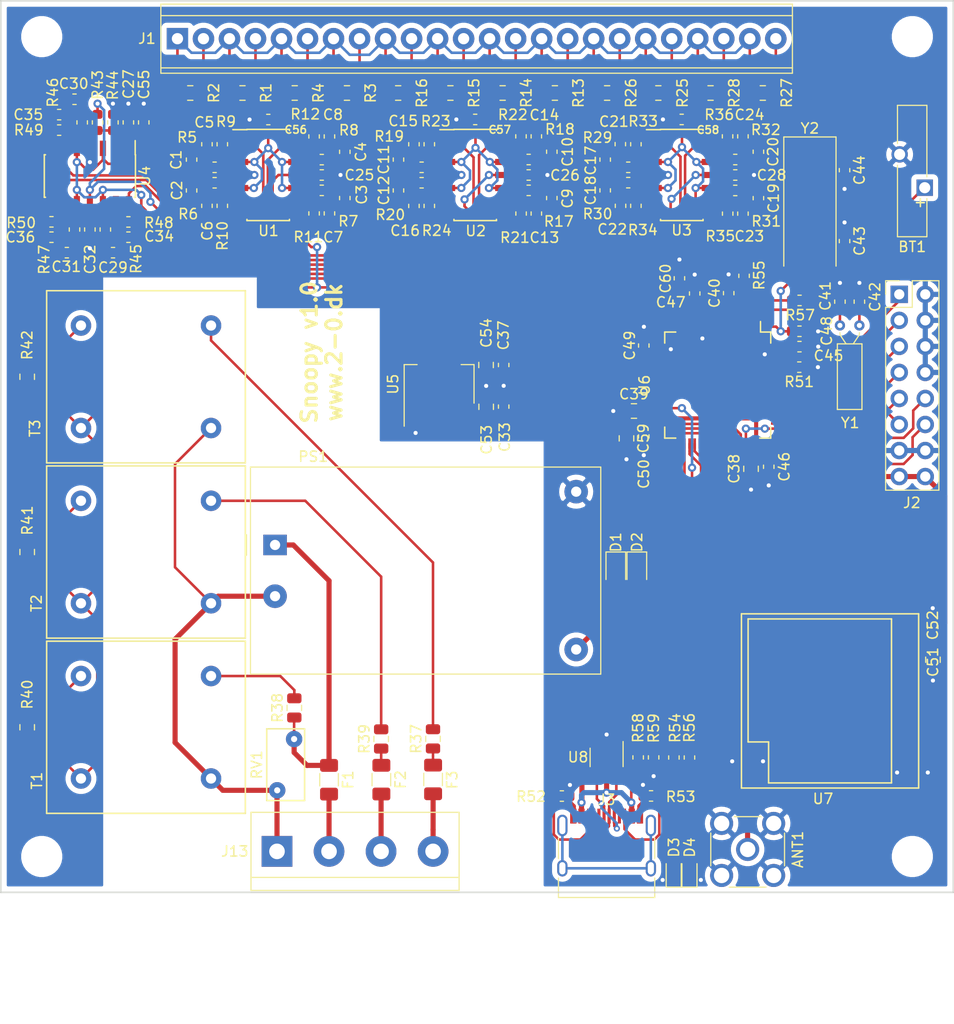
<source format=kicad_pcb>
(kicad_pcb (version 20171130) (host pcbnew 5.1.8-db9833491~87~ubuntu20.04.1)
  (title_block (title Snoopy) (date 2019-11-14) (rev v1.0) (company www.2-0.dk))
  (layers (0 F.Cu signal) (31 B.Cu signal) (34 B.Paste user) (35 F.Paste user) (36 B.SilkS user) (37 F.SilkS user) (38 B.Mask user) (39 F.Mask user) (44 Edge.Cuts user))
  (net 0 "")
  (net 1 "Net-(C1-Pad2)")
  (net 2 "Net-(C2-Pad2)")
  (net 3 "Net-(C3-Pad2)")
  (net 4 "Net-(C4-Pad2)")
  (net 5 "Net-(C5-Pad2)")
  (net 6 aout1)
  (net 7 aout2)
  (net 8 "Net-(C6-Pad2)")
  (net 9 "Net-(C7-Pad2)")
  (net 10 aout3)
  (net 11 "Net-(C8-Pad2)")
  (net 12 aout4)
  (net 13 "Net-(C9-Pad2)")
  (net 14 "Net-(C10-Pad2)")
  (net 15 "Net-(C11-Pad2)")
  (net 16 "Net-(C12-Pad2)")
  (net 17 "Net-(C13-Pad2)")
  (net 18 aout7)
  (net 19 "Net-(C14-Pad2)")
  (net 20 aout8)
  (net 21 "Net-(C15-Pad2)")
  (net 22 aout5)
  (net 23 aout6)
  (net 24 "Net-(C16-Pad2)")
  (net 25 "Net-(C17-Pad2)")
  (net 26 "Net-(C18-Pad2)")
  (net 27 "Net-(C19-Pad2)")
  (net 28 "Net-(C20-Pad2)")
  (net 29 aout9)
  (net 30 "Net-(C21-Pad2)")
  (net 31 aout10)
  (net 32 "Net-(C22-Pad2)")
  (net 33 "Net-(C23-Pad2)")
  (net 34 aout11)
  (net 35 aout12)
  (net 36 "Net-(C24-Pad2)")
  (net 37 +3V3)
  (net 38 GND)
  (net 39 "Net-(C27-Pad1)")
  (net 40 "Net-(C29-Pad2)")
  (net 41 "Net-(C29-Pad1)")
  (net 42 "Net-(C30-Pad2)")
  (net 43 "Net-(C30-Pad1)")
  (net 44 "Net-(C31-Pad1)")
  (net 45 "Net-(C31-Pad2)")
  (net 46 vout1)
  (net 47 "Net-(C34-Pad2)")
  (net 48 vout2)
  (net 49 "Net-(C35-Pad2)")
  (net 50 vout3)
  (net 51 "Net-(C36-Pad2)")
  (net 52 "Net-(C38-Pad2)")
  (net 53 "Net-(C39-Pad2)")
  (net 54 "Net-(C40-Pad2)")
  (net 55 "Net-(J13-Pad1)")
  (net 56 "Net-(R37-Pad2)")
  (net 57 "Net-(R38-Pad2)")
  (net 58 "Net-(R39-Pad2)")
  (net 59 "Net-(R51-Pad1)")
  (net 60 ain1)
  (net 61 ain2)
  (net 62 ain3)
  (net 63 ain4)
  (net 64 ain7)
  (net 65 ain8)
  (net 66 ain5)
  (net 67 ain6)
  (net 68 ain9)
  (net 69 ain10)
  (net 70 ain11)
  (net 71 ain12)
  (net 72 vref)
  (net 73 "Net-(ANT1-Pad1)")
  (net 74 "Net-(C41-Pad1)")
  (net 75 "Net-(C42-Pad1)")
  (net 76 "Net-(C43-Pad1)")
  (net 77 "Net-(C44-Pad1)")
  (net 78 uart_rx)
  (net 79 uart_tx)
  (net 80 swclk)
  (net 81 swdio)
  (net 82 "Net-(J3-PadA5)")
  (net 83 usb_dp)
  (net 84 usb_dm)
  (net 85 spi_sck)
  (net 86 radio_dio0)
  (net 87 radio_dio1)
  (net 88 radio_dio2)
  (net 89 spi_miso)
  (net 90 spi_mosi)
  (net 91 radio_cs)
  (net 92 radio_reset)
  (net 93 mode1)
  (net 94 mode2)
  (net 95 mode3)
  (net 96 mode4)
  (net 97 "Net-(R55-Pad2)")
  (net 98 "Net-(R57-Pad2)")
  (net 99 "Net-(J3-PadB5)")
  (net 100 "Net-(C33-Pad2)")
  (net 101 net_5v)
  (net 102 usb_5v)
  (net 103 "Net-(F1-Pad2)")
  (net 104 "Net-(F1-Pad1)")
  (net 105 "Net-(F2-Pad1)")
  (net 106 "Net-(F2-Pad2)")
  (net 107 "Net-(F3-Pad1)")
  (net 108 "Net-(F3-Pad2)")
  (net 109 "Net-(BT1-Pad1)")
  (net 110 hmi_red)
  (net 111 hmi_green)
  (net 112 "Net-(D3-Pad2)")
  (net 113 "Net-(D4-Pad2)")
  (net 114 "Net-(R58-Pad2)")
  (net 115 "Net-(J3-PadS1)")
  (module Converter_ACDC:Converter_ACDC_HiLink_HLK-PMxx (layer F.Cu) (at 127.78 117.1)
    (fp_text reference PS1 (at 3.72 -8.62) (layer F.SilkS))
    (fp_text value HLK-PM01)
    (pad 3 thru_hole circle (at 29.4 -5.2) (size 2.3 2.3) (drill 1) (layers *.Cu *.Mask) (net 38 GND))
    (pad 1 thru_hole rect (at 0 0) (size 2.3 2) (drill 1) (layers *.Cu *.Mask) (net 103 "Net-(F1-Pad2)"))
    (pad 2 thru_hole circle (at 0 5) (size 2.3 2.3) (drill 1) (layers *.Cu *.Mask) (net 55 "Net-(J13-Pad1)"))
    (pad 4 thru_hole circle (at 29.4 10.2) (size 2.3 2.3) (drill 1) (layers *.Cu *.Mask) (net 101 net_5v))
  )
  (module Capacitor_SMD:C_0603_1608Metric (layer F.Cu) (at 113.46 75.87 90)
    (fp_text reference C27 (at 3.73 0.02 90) (layer F.SilkS))
    (fp_text value 1u)
    (pad 2 smd roundrect (at 0.7875 0 90) (size 0.875 0.95) (layers F.Cu F.Paste F.Mask) (net 38 GND))
    (pad 1 smd roundrect (at -0.7875 0 90) (size 0.875 0.95) (layers F.Cu F.Paste F.Mask) (net 39 "Net-(C27-Pad1)"))
  )
  (module Capacitor_SMD:C_0603_1608Metric (layer F.Cu) (at 134.59 83.25 90)
    (fp_text reference C3 (at 0.33 1.65 90) (layer F.SilkS))
    (fp_text value 1.5u)
    (pad 1 smd roundrect (at -0.7875 0 90) (size 0.875 0.95) (layers F.Cu F.Paste F.Mask) (net 63 ain4))
    (pad 2 smd roundrect (at 0.7875 0 90) (size 0.875 0.95) (layers F.Cu F.Paste F.Mask) (net 3 "Net-(C3-Pad2)"))
  )
  (module Capacitor_SMD:C_0603_1608Metric (layer F.Cu) (at 133.09 84.75 90)
    (fp_text reference C7 (at -2.32 0.37 180) (layer F.SilkS))
    (fp_text value 100p)
    (pad 2 smd roundrect (at 0.7875 0 90) (size 0.875 0.95) (layers F.Cu F.Paste F.Mask) (net 9 "Net-(C7-Pad2)"))
    (pad 1 smd roundrect (at -0.7875 0 90) (size 0.875 0.95) (layers F.Cu F.Paste F.Mask) (net 12 aout4))
  )
  (module Capacitor_SMD:C_0603_1608Metric (layer F.Cu) (at 119.63 79.5 270)
    (fp_text reference C1 (at 0.02 1.5 270) (layer F.SilkS))
    (fp_text value 1.5u)
    (pad 1 smd roundrect (at -0.7875 0 270) (size 0.875 0.95) (layers F.Cu F.Paste F.Mask) (net 61 ain2))
    (pad 2 smd roundrect (at 0.7875 0 270) (size 0.875 0.95) (layers F.Cu F.Paste F.Mask) (net 1 "Net-(C1-Pad2)"))
  )
  (module Capacitor_SMD:C_0603_1608Metric (layer F.Cu) (at 119.63 82.51 90)
    (fp_text reference C2 (at 0 -1.43 90) (layer F.SilkS))
    (fp_text value 1.5u)
    (pad 1 smd roundrect (at -0.7875 0 90) (size 0.875 0.95) (layers F.Cu F.Paste F.Mask) (net 60 ain1))
    (pad 2 smd roundrect (at 0.7875 0 90) (size 0.875 0.95) (layers F.Cu F.Paste F.Mask) (net 2 "Net-(C2-Pad2)"))
  )
  (module Capacitor_SMD:C_0603_1608Metric (layer F.Cu) (at 134.59 78.74 270)
    (fp_text reference C4 (at 0.01 -1.57 270) (layer F.SilkS))
    (fp_text value 1.5u)
    (pad 2 smd roundrect (at 0.7875 0 270) (size 0.875 0.95) (layers F.Cu F.Paste F.Mask) (net 4 "Net-(C4-Pad2)"))
    (pad 1 smd roundrect (at -0.7875 0 270) (size 0.875 0.95) (layers F.Cu F.Paste F.Mask) (net 62 ain3))
  )
  (module Capacitor_SMD:C_0603_1608Metric (layer F.Cu) (at 121.13 78 270)
    (fp_text reference C5 (at -2.14 0.26) (layer F.SilkS))
    (fp_text value 100p)
    (pad 2 smd roundrect (at 0.7875 0 270) (size 0.875 0.95) (layers F.Cu F.Paste F.Mask) (net 5 "Net-(C5-Pad2)"))
    (pad 1 smd roundrect (at -0.7875 0 270) (size 0.875 0.95) (layers F.Cu F.Paste F.Mask) (net 7 aout2))
  )
  (module Capacitor_SMD:C_0603_1608Metric (layer F.Cu) (at 121.13 84.01 90)
    (fp_text reference C6 (at -2.44 0.03 90) (layer F.SilkS))
    (fp_text value 100p)
    (pad 1 smd roundrect (at -0.7875 0 90) (size 0.875 0.95) (layers F.Cu F.Paste F.Mask) (net 6 aout1))
    (pad 2 smd roundrect (at 0.7875 0 90) (size 0.875 0.95) (layers F.Cu F.Paste F.Mask) (net 8 "Net-(C6-Pad2)"))
  )
  (module Capacitor_SMD:C_0603_1608Metric (layer F.Cu) (at 133.09 77.24 270)
    (fp_text reference C8 (at -2.13 -0.34) (layer F.SilkS))
    (fp_text value 100p)
    (pad 2 smd roundrect (at 0.7875 0 270) (size 0.875 0.95) (layers F.Cu F.Paste F.Mask) (net 11 "Net-(C8-Pad2)"))
    (pad 1 smd roundrect (at -0.7875 0 270) (size 0.875 0.95) (layers F.Cu F.Paste F.Mask) (net 10 aout3))
  )
  (module Capacitor_SMD:C_0603_1608Metric (layer F.Cu) (at 154.8 83.25 90)
    (fp_text reference C9 (at -0.04 1.53 90) (layer F.SilkS))
    (fp_text value 1.5u)
    (pad 1 smd roundrect (at -0.7875 0 90) (size 0.875 0.95) (layers F.Cu F.Paste F.Mask) (net 65 ain8))
    (pad 2 smd roundrect (at 0.7875 0 90) (size 0.875 0.95) (layers F.Cu F.Paste F.Mask) (net 13 "Net-(C9-Pad2)"))
  )
  (module Capacitor_SMD:C_0603_1608Metric (layer F.Cu) (at 154.8 78.73 270)
    (fp_text reference C10 (at 0.01 -1.54 270) (layer F.SilkS))
    (fp_text value 1.5u)
    (pad 2 smd roundrect (at 0.7875 0 270) (size 0.875 0.95) (layers F.Cu F.Paste F.Mask) (net 14 "Net-(C10-Pad2)"))
    (pad 1 smd roundrect (at -0.7875 0 270) (size 0.875 0.95) (layers F.Cu F.Paste F.Mask) (net 64 ain7))
  )
  (module Capacitor_SMD:C_0603_1608Metric (layer F.Cu) (at 139.83 79.5 270)
    (fp_text reference C11 (at -0.01 1.44 270) (layer F.SilkS))
    (fp_text value 1.5u)
    (pad 1 smd roundrect (at -0.7875 0 270) (size 0.875 0.95) (layers F.Cu F.Paste F.Mask) (net 67 ain6))
    (pad 2 smd roundrect (at 0.7875 0 270) (size 0.875 0.95) (layers F.Cu F.Paste F.Mask) (net 15 "Net-(C11-Pad2)"))
  )
  (module Capacitor_SMD:C_0603_1608Metric (layer F.Cu) (at 139.83 82.51 90)
    (fp_text reference C12 (at 0 -1.43 90) (layer F.SilkS))
    (fp_text value 1.5u)
    (pad 1 smd roundrect (at -0.7875 0 90) (size 0.875 0.95) (layers F.Cu F.Paste F.Mask) (net 66 ain5))
    (pad 2 smd roundrect (at 0.7875 0 90) (size 0.875 0.95) (layers F.Cu F.Paste F.Mask) (net 16 "Net-(C12-Pad2)"))
  )
  (module Capacitor_SMD:C_0603_1608Metric (layer F.Cu) (at 153.29 84.76 90)
    (fp_text reference C13 (at -2.35 0.79 180) (layer F.SilkS))
    (fp_text value 100p)
    (pad 2 smd roundrect (at 0.7875 0 90) (size 0.875 0.95) (layers F.Cu F.Paste F.Mask) (net 17 "Net-(C13-Pad2)"))
    (pad 1 smd roundrect (at -0.7875 0 90) (size 0.875 0.95) (layers F.Cu F.Paste F.Mask) (net 20 aout8))
  )
  (module Capacitor_SMD:C_0603_1608Metric (layer F.Cu) (at 153.29 77.23 270)
    (fp_text reference C14 (at -2.08 -0.78) (layer F.SilkS))
    (fp_text value 100p)
    (pad 2 smd roundrect (at 0.7875 0 270) (size 0.875 0.95) (layers F.Cu F.Paste F.Mask) (net 19 "Net-(C14-Pad2)"))
    (pad 1 smd roundrect (at -0.7875 0 270) (size 0.875 0.95) (layers F.Cu F.Paste F.Mask) (net 18 aout7))
  )
  (module Capacitor_SMD:C_0603_1608Metric (layer F.Cu) (at 141.34 78 270)
    (fp_text reference C15 (at -2.27 1.05) (layer F.SilkS))
    (fp_text value 100p)
    (pad 2 smd roundrect (at 0.7875 0 270) (size 0.875 0.95) (layers F.Cu F.Paste F.Mask) (net 21 "Net-(C15-Pad2)"))
    (pad 1 smd roundrect (at -0.7875 0 270) (size 0.875 0.95) (layers F.Cu F.Paste F.Mask) (net 23 aout6))
  )
  (module Capacitor_SMD:C_0603_1608Metric (layer F.Cu) (at 141.34 84.02 90)
    (fp_text reference C16 (at -2.41 -0.86 180) (layer F.SilkS))
    (fp_text value 100p)
    (pad 1 smd roundrect (at -0.7875 0 90) (size 0.875 0.95) (layers F.Cu F.Paste F.Mask) (net 22 aout5))
    (pad 2 smd roundrect (at 0.7875 0 90) (size 0.875 0.95) (layers F.Cu F.Paste F.Mask) (net 24 "Net-(C16-Pad2)"))
  )
  (module Capacitor_SMD:C_0603_1608Metric (layer F.Cu) (at 160.01 79.5 270)
    (fp_text reference C17 (at 0.09 1.42 270) (layer F.SilkS))
    (fp_text value 1.5u)
    (pad 2 smd roundrect (at 0.7875 0 270) (size 0.875 0.95) (layers F.Cu F.Paste F.Mask) (net 25 "Net-(C17-Pad2)"))
    (pad 1 smd roundrect (at -0.7875 0 270) (size 0.875 0.95) (layers F.Cu F.Paste F.Mask) (net 69 ain10))
  )
  (module Capacitor_SMD:C_0603_1608Metric (layer F.Cu) (at 160.01 82.5 90)
    (fp_text reference C18 (at 0 -1.43 90) (layer F.SilkS))
    (fp_text value 1.5u)
    (pad 2 smd roundrect (at 0.7875 0 90) (size 0.875 0.95) (layers F.Cu F.Paste F.Mask) (net 26 "Net-(C18-Pad2)"))
    (pad 1 smd roundrect (at -0.7875 0 90) (size 0.875 0.95) (layers F.Cu F.Paste F.Mask) (net 68 ain9))
  )
  (module Capacitor_SMD:C_0603_1608Metric (layer F.Cu) (at 174.97 83.26 90)
    (fp_text reference C19 (at -0.01 1.48 270) (layer F.SilkS))
    (fp_text value 1.5u)
    (pad 2 smd roundrect (at 0.7875 0 90) (size 0.875 0.95) (layers F.Cu F.Paste F.Mask) (net 27 "Net-(C19-Pad2)"))
    (pad 1 smd roundrect (at -0.7875 0 90) (size 0.875 0.95) (layers F.Cu F.Paste F.Mask) (net 71 ain12))
  )
  (module Capacitor_SMD:C_0603_1608Metric (layer F.Cu) (at 174.97 78.73 270)
    (fp_text reference C20 (at 0 -1.43 270) (layer F.SilkS))
    (fp_text value 1.5u)
    (pad 1 smd roundrect (at -0.7875 0 270) (size 0.875 0.95) (layers F.Cu F.Paste F.Mask) (net 70 ain11))
    (pad 2 smd roundrect (at 0.7875 0 270) (size 0.875 0.95) (layers F.Cu F.Paste F.Mask) (net 28 "Net-(C20-Pad2)"))
  )
  (module Capacitor_SMD:C_0603_1608Metric (layer F.Cu) (at 161.49 77.99 270)
    (fp_text reference C21 (at -2.2 0.63) (layer F.SilkS))
    (fp_text value 100p)
    (pad 1 smd roundrect (at -0.7875 0 270) (size 0.875 0.95) (layers F.Cu F.Paste F.Mask) (net 31 aout10))
    (pad 2 smd roundrect (at 0.7875 0 270) (size 0.875 0.95) (layers F.Cu F.Paste F.Mask) (net 30 "Net-(C21-Pad2)"))
  )
  (module Capacitor_SMD:C_0603_1608Metric (layer F.Cu) (at 161.51 84.01 90)
    (fp_text reference C22 (at -2.29 -0.81 180) (layer F.SilkS))
    (fp_text value 100p)
    (pad 1 smd roundrect (at -0.7875 0 90) (size 0.875 0.95) (layers F.Cu F.Paste F.Mask) (net 29 aout9))
    (pad 2 smd roundrect (at 0.7875 0 90) (size 0.875 0.95) (layers F.Cu F.Paste F.Mask) (net 32 "Net-(C22-Pad2)"))
  )
  (module Capacitor_SMD:C_0603_1608Metric (layer F.Cu) (at 173.46 84.77 90)
    (fp_text reference C23 (at -2.21 0.63 180) (layer F.SilkS))
    (fp_text value 100p)
    (pad 2 smd roundrect (at 0.7875 0 90) (size 0.875 0.95) (layers F.Cu F.Paste F.Mask) (net 33 "Net-(C23-Pad2)"))
    (pad 1 smd roundrect (at -0.7875 0 90) (size 0.875 0.95) (layers F.Cu F.Paste F.Mask) (net 35 aout12))
  )
  (module Capacitor_SMD:C_0603_1608Metric (layer F.Cu) (at 173.46 77.23 270)
    (fp_text reference C24 (at -2.1 -0.64) (layer F.SilkS))
    (fp_text value 100p)
    (pad 1 smd roundrect (at -0.7875 0 270) (size 0.875 0.95) (layers F.Cu F.Paste F.Mask) (net 34 aout11))
    (pad 2 smd roundrect (at 0.7875 0 270) (size 0.875 0.95) (layers F.Cu F.Paste F.Mask) (net 36 "Net-(C24-Pad2)"))
  )
  (module Capacitor_SMD:C_0603_1608Metric (layer F.Cu) (at 132.34 81)
    (fp_text reference C25 (at 3.68 0.01) (layer F.SilkS))
    (fp_text value 100n)
    (pad 1 smd roundrect (at -0.7875 0) (size 0.875 0.95) (layers F.Cu F.Paste F.Mask) (net 37 +3V3))
    (pad 2 smd roundrect (at 0.7875 0) (size 0.875 0.95) (layers F.Cu F.Paste F.Mask) (net 38 GND))
  )
  (module Capacitor_SMD:C_0603_1608Metric (layer F.Cu) (at 152.54 81)
    (fp_text reference C26 (at 3.55 0.03 180) (layer F.SilkS))
    (fp_text value 100n)
    (pad 2 smd roundrect (at 0.7875 0) (size 0.875 0.95) (layers F.Cu F.Paste F.Mask) (net 38 GND))
    (pad 1 smd roundrect (at -0.7875 0) (size 0.875 0.95) (layers F.Cu F.Paste F.Mask) (net 37 +3V3))
  )
  (module Capacitor_SMD:C_0603_1608Metric (layer F.Cu) (at 172.71 81)
    (fp_text reference C28 (at 3.55 0.02 180) (layer F.SilkS))
    (fp_text value 100n)
    (pad 1 smd roundrect (at -0.7875 0) (size 0.875 0.95) (layers F.Cu F.Paste F.Mask) (net 37 +3V3))
    (pad 2 smd roundrect (at 0.7875 0) (size 0.875 0.95) (layers F.Cu F.Paste F.Mask) (net 38 GND))
  )
  (module Capacitor_SMD:C_0603_1608Metric (layer F.Cu) (at 111.96 88.58 180)
    (fp_text reference C29 (at 0.01 -1.45 180) (layer F.SilkS))
    (fp_text value 1.5u)
    (pad 2 smd roundrect (at 0.7875 0 180) (size 0.875 0.95) (layers F.Cu F.Paste F.Mask) (net 40 "Net-(C29-Pad2)"))
    (pad 1 smd roundrect (at -0.7875 0 180) (size 0.875 0.95) (layers F.Cu F.Paste F.Mask) (net 41 "Net-(C29-Pad1)"))
  )
  (module Capacitor_SMD:C_0603_1608Metric (layer F.Cu) (at 108.2 73.61)
    (fp_text reference C30 (at -0.08 -1.52) (layer F.SilkS))
    (fp_text value 1.5u)
    (pad 2 smd roundrect (at 0.7875 0) (size 0.875 0.95) (layers F.Cu F.Paste F.Mask) (net 42 "Net-(C30-Pad2)"))
    (pad 1 smd roundrect (at -0.7875 0) (size 0.875 0.95) (layers F.Cu F.Paste F.Mask) (net 43 "Net-(C30-Pad1)"))
  )
  (module Capacitor_SMD:C_0603_1608Metric (layer F.Cu) (at 107.45 88.58)
    (fp_text reference C31 (at -0.05 1.37) (layer F.SilkS))
    (fp_text value 1.5u)
    (pad 1 smd roundrect (at -0.7875 0) (size 0.875 0.95) (layers F.Cu F.Paste F.Mask) (net 44 "Net-(C31-Pad1)"))
    (pad 2 smd roundrect (at 0.7875 0) (size 0.875 0.95) (layers F.Cu F.Paste F.Mask) (net 45 "Net-(C31-Pad2)"))
  )
  (module Capacitor_SMD:C_0603_1608Metric (layer F.Cu) (at 109.7 86.32 270)
    (fp_text reference C32 (at 2.91 -0.02 90) (layer F.SilkS))
    (fp_text value 100n)
    (pad 2 smd roundrect (at 0.7875 0 270) (size 0.875 0.95) (layers F.Cu F.Paste F.Mask) (net 38 GND))
    (pad 1 smd roundrect (at -0.7875 0 270) (size 0.875 0.95) (layers F.Cu F.Paste F.Mask) (net 37 +3V3))
  )
  (module Capacitor_SMD:C_0603_1608Metric (layer F.Cu) (at 150.1 103.6 270)
    (fp_text reference C33 (at 2.98 -0.1 90) (layer F.SilkS))
    (fp_text value 100n)
    (pad 2 smd roundrect (at 0.7875 0 270) (size 0.875 0.95) (layers F.Cu F.Paste F.Mask) (net 100 "Net-(C33-Pad2)"))
    (pad 1 smd roundrect (at -0.7875 0 270) (size 0.875 0.95) (layers F.Cu F.Paste F.Mask) (net 38 GND))
  )
  (module Capacitor_SMD:C_0603_1608Metric (layer F.Cu) (at 113.46 87.07 180)
    (fp_text reference C34 (at -3 0.08) (layer F.SilkS))
    (fp_text value 100p)
    (pad 1 smd roundrect (at -0.7875 0 180) (size 0.875 0.95) (layers F.Cu F.Paste F.Mask) (net 50 vout3))
    (pad 2 smd roundrect (at 0.7875 0 180) (size 0.875 0.95) (layers F.Cu F.Paste F.Mask) (net 47 "Net-(C34-Pad2)"))
  )
  (module Capacitor_SMD:C_0603_1608Metric (layer F.Cu) (at 106.7 75.11)
    (fp_text reference C35 (at -3.01 0 180) (layer F.SilkS))
    (fp_text value 100p)
    (pad 1 smd roundrect (at -0.7875 0) (size 0.875 0.95) (layers F.Cu F.Paste F.Mask) (net 46 vout1))
    (pad 2 smd roundrect (at 0.7875 0) (size 0.875 0.95) (layers F.Cu F.Paste F.Mask) (net 49 "Net-(C35-Pad2)"))
  )
  (module Capacitor_SMD:C_0603_1608Metric (layer F.Cu) (at 105.95 87.07)
    (fp_text reference C36 (at -3.03 0 180) (layer F.SilkS))
    (fp_text value 100p)
    (pad 1 smd roundrect (at -0.7875 0) (size 0.875 0.95) (layers F.Cu F.Paste F.Mask) (net 48 vout2))
    (pad 2 smd roundrect (at 0.7875 0) (size 0.875 0.95) (layers F.Cu F.Paste F.Mask) (net 51 "Net-(C36-Pad2)"))
  )
  (module Capacitor_SMD:C_0603_1608Metric (layer F.Cu) (at 150.1 99.54 270)
    (fp_text reference C37 (at -2.89 0.02 270) (layer F.SilkS))
    (fp_text value 100n)
    (pad 1 smd roundrect (at -0.7875 0 270) (size 0.875 0.95) (layers F.Cu F.Paste F.Mask) (net 37 +3V3))
    (pad 2 smd roundrect (at 0.7875 0 270) (size 0.875 0.95) (layers F.Cu F.Paste F.Mask) (net 38 GND))
  )
  (module Capacitor_SMD:C_0603_1608Metric (layer F.Cu) (at 172.07 92.53 270)
    (fp_text reference C40 (at 0 1.39 270) (layer F.SilkS))
    (fp_text value 100n)
    (pad 2 smd roundrect (at 0.7875 0 270) (size 0.875 0.95) (layers F.Cu F.Paste F.Mask) (net 54 "Net-(C40-Pad2)"))
    (pad 1 smd roundrect (at -0.7875 0 270) (size 0.875 0.95) (layers F.Cu F.Paste F.Mask) (net 38 GND))
  )
  (module Resistor_SMD:R_0603_1608Metric (layer F.Cu) (at 121.88 80.25)
    (fp_text reference R5 (at -2.69 -2.92) (layer F.SilkS))
    (fp_text value 10k)
    (pad 2 smd roundrect (at 0.7875 0) (size 0.875 0.95) (layers F.Cu F.Paste F.Mask) (net 5 "Net-(C5-Pad2)"))
    (pad 1 smd roundrect (at -0.7875 0) (size 0.875 0.95) (layers F.Cu F.Paste F.Mask) (net 1 "Net-(C1-Pad2)"))
  )
  (module Resistor_SMD:R_0603_1608Metric (layer F.Cu) (at 121.88 81.76)
    (fp_text reference R6 (at -2.58 3.05) (layer F.SilkS))
    (fp_text value 10k)
    (pad 2 smd roundrect (at 0.7875 0) (size 0.875 0.95) (layers F.Cu F.Paste F.Mask) (net 8 "Net-(C6-Pad2)"))
    (pad 1 smd roundrect (at -0.7875 0) (size 0.875 0.95) (layers F.Cu F.Paste F.Mask) (net 2 "Net-(C2-Pad2)"))
  )
  (module Resistor_SMD:R_0603_1608Metric (layer F.Cu) (at 132.34 82.5 180)
    (fp_text reference R7 (at -2.59 -3.01 180) (layer F.SilkS))
    (fp_text value 10k)
    (pad 1 smd roundrect (at -0.7875 0 180) (size 0.875 0.95) (layers F.Cu F.Paste F.Mask) (net 3 "Net-(C3-Pad2)"))
    (pad 2 smd roundrect (at 0.7875 0 180) (size 0.875 0.95) (layers F.Cu F.Paste F.Mask) (net 9 "Net-(C7-Pad2)"))
  )
  (module Resistor_SMD:R_0603_1608Metric (layer F.Cu) (at 132.34 79.5 180)
    (fp_text reference R8 (at -2.65 2.87 180) (layer F.SilkS))
    (fp_text value 10k)
    (pad 2 smd roundrect (at 0.7875 0 180) (size 0.875 0.95) (layers F.Cu F.Paste F.Mask) (net 11 "Net-(C8-Pad2)"))
    (pad 1 smd roundrect (at -0.7875 0 180) (size 0.875 0.95) (layers F.Cu F.Paste F.Mask) (net 4 "Net-(C4-Pad2)"))
  )
  (module Resistor_SMD:R_0603_1608Metric (layer F.Cu) (at 122.63 78 90)
    (fp_text reference R9 (at 2.21 0.36 180) (layer F.SilkS))
    (fp_text value 10k)
    (pad 1 smd roundrect (at -0.7875 0 90) (size 0.875 0.95) (layers F.Cu F.Paste F.Mask) (net 5 "Net-(C5-Pad2)"))
    (pad 2 smd roundrect (at 0.7875 0 90) (size 0.875 0.95) (layers F.Cu F.Paste F.Mask) (net 7 aout2))
  )
  (module Resistor_SMD:R_0603_1608Metric (layer F.Cu) (at 122.63 84.01 270)
    (fp_text reference R10 (at 2.93 -0.01 270) (layer F.SilkS))
    (fp_text value 10k)
    (pad 1 smd roundrect (at -0.7875 0 270) (size 0.875 0.95) (layers F.Cu F.Paste F.Mask) (net 8 "Net-(C6-Pad2)"))
    (pad 2 smd roundrect (at 0.7875 0 270) (size 0.875 0.95) (layers F.Cu F.Paste F.Mask) (net 6 aout1))
  )
  (module Resistor_SMD:R_0603_1608Metric (layer F.Cu) (at 131.59 84.75 270)
    (fp_text reference R11 (at 2.3 0.56) (layer F.SilkS))
    (fp_text value 10k)
    (pad 1 smd roundrect (at -0.7875 0 270) (size 0.875 0.95) (layers F.Cu F.Paste F.Mask) (net 9 "Net-(C7-Pad2)"))
    (pad 2 smd roundrect (at 0.7875 0 270) (size 0.875 0.95) (layers F.Cu F.Paste F.Mask) (net 12 aout4))
  )
  (module Resistor_SMD:R_0603_1608Metric (layer F.Cu) (at 131.59 77.24 90)
    (fp_text reference R12 (at 2.17 -0.86 180) (layer F.SilkS))
    (fp_text value 10k)
    (pad 1 smd roundrect (at -0.7875 0 90) (size 0.875 0.95) (layers F.Cu F.Paste F.Mask) (net 11 "Net-(C8-Pad2)"))
    (pad 2 smd roundrect (at 0.7875 0 90) (size 0.875 0.95) (layers F.Cu F.Paste F.Mask) (net 10 aout3))
  )
  (module Resistor_SMD:R_0603_1608Metric (layer F.Cu) (at 152.54 82.5 180)
    (fp_text reference R17 (at -2.94 -3.03 180) (layer F.SilkS))
    (fp_text value 10k)
    (pad 2 smd roundrect (at 0.7875 0 180) (size 0.875 0.95) (layers F.Cu F.Paste F.Mask) (net 17 "Net-(C13-Pad2)"))
    (pad 1 smd roundrect (at -0.7875 0 180) (size 0.875 0.95) (layers F.Cu F.Paste F.Mask) (net 13 "Net-(C9-Pad2)"))
  )
  (module Resistor_SMD:R_0603_1608Metric (layer F.Cu) (at 152.54 79.49 180)
    (fp_text reference R18 (at -3.05 2.95 180) (layer F.SilkS))
    (fp_text value 10k)
    (pad 1 smd roundrect (at -0.7875 0 180) (size 0.875 0.95) (layers F.Cu F.Paste F.Mask) (net 14 "Net-(C10-Pad2)"))
    (pad 2 smd roundrect (at 0.7875 0 180) (size 0.875 0.95) (layers F.Cu F.Paste F.Mask) (net 19 "Net-(C14-Pad2)"))
  )
  (module Resistor_SMD:R_0603_1608Metric (layer F.Cu) (at 142.09 80.25)
    (fp_text reference R19 (at -3.17 -3.02) (layer F.SilkS))
    (fp_text value 10k)
    (pad 1 smd roundrect (at -0.7875 0) (size 0.875 0.95) (layers F.Cu F.Paste F.Mask) (net 15 "Net-(C11-Pad2)"))
    (pad 2 smd roundrect (at 0.7875 0) (size 0.875 0.95) (layers F.Cu F.Paste F.Mask) (net 21 "Net-(C15-Pad2)"))
  )
  (module Resistor_SMD:R_0603_1608Metric (layer F.Cu) (at 142.09 81.76)
    (fp_text reference R20 (at -3.06 3.12) (layer F.SilkS))
    (fp_text value 10k)
    (pad 1 smd roundrect (at -0.7875 0) (size 0.875 0.95) (layers F.Cu F.Paste F.Mask) (net 16 "Net-(C12-Pad2)"))
    (pad 2 smd roundrect (at 0.7875 0) (size 0.875 0.95) (layers F.Cu F.Paste F.Mask) (net 24 "Net-(C16-Pad2)"))
  )
  (module Resistor_SMD:R_0603_1608Metric (layer F.Cu) (at 151.8 84.76 270)
    (fp_text reference R21 (at 2.35 0.6) (layer F.SilkS))
    (fp_text value 10k)
    (pad 2 smd roundrect (at 0.7875 0 270) (size 0.875 0.95) (layers F.Cu F.Paste F.Mask) (net 20 aout8))
    (pad 1 smd roundrect (at -0.7875 0 270) (size 0.875 0.95) (layers F.Cu F.Paste F.Mask) (net 17 "Net-(C13-Pad2)"))
  )
  (module Resistor_SMD:R_0603_1608Metric (layer F.Cu) (at 151.79 77.23 90)
    (fp_text reference R22 (at 2.11 -0.8 180) (layer F.SilkS))
    (fp_text value 10k)
    (pad 2 smd roundrect (at 0.7875 0 90) (size 0.875 0.95) (layers F.Cu F.Paste F.Mask) (net 18 aout7))
    (pad 1 smd roundrect (at -0.7875 0 90) (size 0.875 0.95) (layers F.Cu F.Paste F.Mask) (net 19 "Net-(C14-Pad2)"))
  )
  (module Resistor_SMD:R_0603_1608Metric (layer F.Cu) (at 142.84 78 90)
    (fp_text reference R23 (at 2.25 0.63 180) (layer F.SilkS))
    (fp_text value 10k)
    (pad 1 smd roundrect (at -0.7875 0 90) (size 0.875 0.95) (layers F.Cu F.Paste F.Mask) (net 21 "Net-(C15-Pad2)"))
    (pad 2 smd roundrect (at 0.7875 0 90) (size 0.875 0.95) (layers F.Cu F.Paste F.Mask) (net 23 aout6))
  )
  (module Resistor_SMD:R_0603_1608Metric (layer F.Cu) (at 142.84 84.02 270)
    (fp_text reference R24 (at 2.41 -0.72) (layer F.SilkS))
    (fp_text value 10k)
    (pad 2 smd roundrect (at 0.7875 0 270) (size 0.875 0.95) (layers F.Cu F.Paste F.Mask) (net 22 aout5))
    (pad 1 smd roundrect (at -0.7875 0 270) (size 0.875 0.95) (layers F.Cu F.Paste F.Mask) (net 24 "Net-(C16-Pad2)"))
  )
  (module Resistor_SMD:R_0603_1608Metric (layer F.Cu) (at 162.26 80.25)
    (fp_text reference R29 (at -3 -2.9) (layer F.SilkS))
    (fp_text value 10k)
    (pad 1 smd roundrect (at -0.7875 0) (size 0.875 0.95) (layers F.Cu F.Paste F.Mask) (net 25 "Net-(C17-Pad2)"))
    (pad 2 smd roundrect (at 0.7875 0) (size 0.875 0.95) (layers F.Cu F.Paste F.Mask) (net 30 "Net-(C21-Pad2)"))
  )
  (module Resistor_SMD:R_0603_1608Metric (layer F.Cu) (at 162.26 81.75)
    (fp_text reference R30 (at -2.99 3.05) (layer F.SilkS))
    (fp_text value 10k)
    (pad 2 smd roundrect (at 0.7875 0) (size 0.875 0.95) (layers F.Cu F.Paste F.Mask) (net 32 "Net-(C22-Pad2)"))
    (pad 1 smd roundrect (at -0.7875 0) (size 0.875 0.95) (layers F.Cu F.Paste F.Mask) (net 26 "Net-(C18-Pad2)"))
  )
  (module Resistor_SMD:R_0603_1608Metric (layer F.Cu) (at 172.71 82.51 180)
    (fp_text reference R31 (at -3.03 -3.01) (layer F.SilkS))
    (fp_text value 10k)
    (pad 1 smd roundrect (at -0.7875 0 180) (size 0.875 0.95) (layers F.Cu F.Paste F.Mask) (net 27 "Net-(C19-Pad2)"))
    (pad 2 smd roundrect (at 0.7875 0 180) (size 0.875 0.95) (layers F.Cu F.Paste F.Mask) (net 33 "Net-(C23-Pad2)"))
  )
  (module Resistor_SMD:R_0603_1608Metric (layer F.Cu) (at 172.71 79.49 180)
    (fp_text reference R32 (at -2.98 2.9 180) (layer F.SilkS))
    (fp_text value 10k)
    (pad 2 smd roundrect (at 0.7875 0 180) (size 0.875 0.95) (layers F.Cu F.Paste F.Mask) (net 36 "Net-(C24-Pad2)"))
    (pad 1 smd roundrect (at -0.7875 0 180) (size 0.875 0.95) (layers F.Cu F.Paste F.Mask) (net 28 "Net-(C20-Pad2)"))
  )
  (module Resistor_SMD:R_0603_1608Metric (layer F.Cu) (at 163.01 78 90)
    (fp_text reference R33 (at 2.24 0.71 180) (layer F.SilkS))
    (fp_text value 10k)
    (pad 2 smd roundrect (at 0.7875 0 90) (size 0.875 0.95) (layers F.Cu F.Paste F.Mask) (net 31 aout10))
    (pad 1 smd roundrect (at -0.7875 0 90) (size 0.875 0.95) (layers F.Cu F.Paste F.Mask) (net 30 "Net-(C21-Pad2)"))
  )
  (module Resistor_SMD:R_0603_1608Metric (layer F.Cu) (at 163.01 84.01 270)
    (fp_text reference R34 (at 2.36 -0.67) (layer F.SilkS))
    (fp_text value 10k)
    (pad 1 smd roundrect (at -0.7875 0 270) (size 0.875 0.95) (layers F.Cu F.Paste F.Mask) (net 32 "Net-(C22-Pad2)"))
    (pad 2 smd roundrect (at 0.7875 0 270) (size 0.875 0.95) (layers F.Cu F.Paste F.Mask) (net 29 aout9))
  )
  (module Resistor_SMD:R_0603_1608Metric (layer F.Cu) (at 171.97 84.77 270)
    (fp_text reference R35 (at 2.2 0.72) (layer F.SilkS))
    (fp_text value 10k)
    (pad 2 smd roundrect (at 0.7875 0 270) (size 0.875 0.95) (layers F.Cu F.Paste F.Mask) (net 35 aout12))
    (pad 1 smd roundrect (at -0.7875 0 270) (size 0.875 0.95) (layers F.Cu F.Paste F.Mask) (net 33 "Net-(C23-Pad2)"))
  )
  (module Resistor_SMD:R_0603_1608Metric (layer F.Cu) (at 171.96 77.23 90)
    (fp_text reference R36 (at 2.11 -0.81 180) (layer F.SilkS))
    (fp_text value 10k)
    (pad 2 smd roundrect (at 0.7875 0 90) (size 0.875 0.95) (layers F.Cu F.Paste F.Mask) (net 34 aout11))
    (pad 1 smd roundrect (at -0.7875 0 90) (size 0.875 0.95) (layers F.Cu F.Paste F.Mask) (net 36 "Net-(C24-Pad2)"))
  )
  (module Resistor_SMD:R_0603_1608Metric (layer F.Cu) (at 110.45 75.87 270)
    (fp_text reference R43 (at -3.66 -0.01 270) (layer F.SilkS))
    (fp_text value 100k)
    (pad 2 smd roundrect (at 0.7875 0 270) (size 0.875 0.95) (layers F.Cu F.Paste F.Mask) (net 39 "Net-(C27-Pad1)"))
    (pad 1 smd roundrect (at -0.7875 0 270) (size 0.875 0.95) (layers F.Cu F.Paste F.Mask) (net 37 +3V3))
  )
  (module Resistor_SMD:R_0603_1608Metric (layer F.Cu) (at 111.95 75.87 90)
    (fp_text reference R44 (at 3.62 -0.02 90) (layer F.SilkS))
    (fp_text value 100k)
    (pad 2 smd roundrect (at 0.7875 0 90) (size 0.875 0.95) (layers F.Cu F.Paste F.Mask) (net 38 GND))
    (pad 1 smd roundrect (at -0.7875 0 90) (size 0.875 0.95) (layers F.Cu F.Paste F.Mask) (net 39 "Net-(C27-Pad1)"))
  )
  (module Resistor_SMD:R_0603_1608Metric (layer F.Cu) (at 111.21 86.32 90)
    (fp_text reference R45 (at -2.87 3.01 90) (layer F.SilkS))
    (fp_text value 10k)
    (pad 1 smd roundrect (at -0.7875 0 90) (size 0.875 0.95) (layers F.Cu F.Paste F.Mask) (net 40 "Net-(C29-Pad2)"))
    (pad 2 smd roundrect (at 0.7875 0 90) (size 0.875 0.95) (layers F.Cu F.Paste F.Mask) (net 47 "Net-(C34-Pad2)"))
  )
  (module Resistor_SMD:R_0603_1608Metric (layer F.Cu) (at 108.95 75.87 270)
    (fp_text reference R46 (at -2.92 2.87 270) (layer F.SilkS))
    (fp_text value 10k)
    (pad 2 smd roundrect (at 0.7875 0 270) (size 0.875 0.95) (layers F.Cu F.Paste F.Mask) (net 49 "Net-(C35-Pad2)"))
    (pad 1 smd roundrect (at -0.7875 0 270) (size 0.875 0.95) (layers F.Cu F.Paste F.Mask) (net 42 "Net-(C30-Pad2)"))
  )
  (module Resistor_SMD:R_0603_1608Metric (layer F.Cu) (at 108.2 86.32 90)
    (fp_text reference R47 (at -2.94 -2.96 90) (layer F.SilkS))
    (fp_text value 10k)
    (pad 2 smd roundrect (at 0.7875 0 90) (size 0.875 0.95) (layers F.Cu F.Paste F.Mask) (net 51 "Net-(C36-Pad2)"))
    (pad 1 smd roundrect (at -0.7875 0 90) (size 0.875 0.95) (layers F.Cu F.Paste F.Mask) (net 45 "Net-(C31-Pad2)"))
  )
  (module Resistor_SMD:R_0603_1608Metric (layer F.Cu) (at 113.46 85.58)
    (fp_text reference R48 (at 2.97 0.09 180) (layer F.SilkS))
    (fp_text value 10k)
    (pad 1 smd roundrect (at -0.7875 0) (size 0.875 0.95) (layers F.Cu F.Paste F.Mask) (net 47 "Net-(C34-Pad2)"))
    (pad 2 smd roundrect (at 0.7875 0) (size 0.875 0.95) (layers F.Cu F.Paste F.Mask) (net 50 vout3))
  )
  (module Resistor_SMD:R_0603_1608Metric (layer F.Cu) (at 106.7 76.62 180)
    (fp_text reference R49 (at 2.97 0) (layer F.SilkS))
    (fp_text value 10k)
    (pad 1 smd roundrect (at -0.7875 0 180) (size 0.875 0.95) (layers F.Cu F.Paste F.Mask) (net 49 "Net-(C35-Pad2)"))
    (pad 2 smd roundrect (at 0.7875 0 180) (size 0.875 0.95) (layers F.Cu F.Paste F.Mask) (net 46 vout1))
  )
  (module Resistor_SMD:R_0603_1608Metric (layer F.Cu) (at 105.95 85.57 180)
    (fp_text reference R50 (at 2.96 -0.1 180) (layer F.SilkS))
    (fp_text value 10k)
    (pad 1 smd roundrect (at -0.7875 0 180) (size 0.875 0.95) (layers F.Cu F.Paste F.Mask) (net 51 "Net-(C36-Pad2)"))
    (pad 2 smd roundrect (at 0.7875 0 180) (size 0.875 0.95) (layers F.Cu F.Paste F.Mask) (net 48 vout2))
  )
  (module Resistor_SMD:R_0603_1608Metric (layer F.Cu) (at 178.96 99.75)
    (fp_text reference R51 (at -0.004 1.432) (layer F.SilkS))
    (fp_text value 10k)
    (pad 1 smd roundrect (at -0.7875 0) (size 0.875 0.95) (layers F.Cu F.Paste F.Mask) (net 59 "Net-(R51-Pad1)"))
    (pad 2 smd roundrect (at 0.7875 0) (size 0.875 0.95) (layers F.Cu F.Paste F.Mask) (net 38 GND))
  )
  (module Package_SO:SOIC-14_3.9x8.7mm_P1.27mm (layer F.Cu) (at 127.11 81)
    (fp_text reference U1 (at 0.03 5.45) (layer F.SilkS))
    (fp_text value MCP604)
    (pad 1 smd rect (at -2.7 -3.81) (size 1.5 0.6) (layers F.Cu F.Paste F.Mask) (net 7 aout2))
    (pad 2 smd rect (at -2.7 -2.54) (size 1.5 0.6) (layers F.Cu F.Paste F.Mask) (net 5 "Net-(C5-Pad2)"))
    (pad 3 smd rect (at -2.7 -1.27) (size 1.5 0.6) (layers F.Cu F.Paste F.Mask) (net 72 vref))
    (pad 4 smd rect (at -2.7 0) (size 1.5 0.6) (layers F.Cu F.Paste F.Mask) (net 38 GND))
    (pad 5 smd rect (at -2.7 1.27) (size 1.5 0.6) (layers F.Cu F.Paste F.Mask) (net 72 vref))
    (pad 6 smd rect (at -2.7 2.54) (size 1.5 0.6) (layers F.Cu F.Paste F.Mask) (net 8 "Net-(C6-Pad2)"))
    (pad 7 smd rect (at -2.7 3.81) (size 1.5 0.6) (layers F.Cu F.Paste F.Mask) (net 6 aout1))
    (pad 8 smd rect (at 2.7 3.81) (size 1.5 0.6) (layers F.Cu F.Paste F.Mask) (net 12 aout4))
    (pad 9 smd rect (at 2.7 2.54) (size 1.5 0.6) (layers F.Cu F.Paste F.Mask) (net 9 "Net-(C7-Pad2)"))
    (pad 10 smd rect (at 2.7 1.27) (size 1.5 0.6) (layers F.Cu F.Paste F.Mask) (net 72 vref))
    (pad 11 smd rect (at 2.7 0) (size 1.5 0.6) (layers F.Cu F.Paste F.Mask) (net 37 +3V3))
    (pad 12 smd rect (at 2.7 -1.27) (size 1.5 0.6) (layers F.Cu F.Paste F.Mask) (net 72 vref))
    (pad 13 smd rect (at 2.7 -2.54) (size 1.5 0.6) (layers F.Cu F.Paste F.Mask) (net 11 "Net-(C8-Pad2)"))
    (pad 14 smd rect (at 2.7 -3.81) (size 1.5 0.6) (layers F.Cu F.Paste F.Mask) (net 10 aout3))
  )
  (module Package_SO:SOIC-14_3.9x8.7mm_P1.27mm (layer F.Cu) (at 147.32 81)
    (fp_text reference U2 (at 0.05 5.46) (layer F.SilkS))
    (fp_text value MCP604)
    (pad 1 smd rect (at -2.7 -3.81) (size 1.5 0.6) (layers F.Cu F.Paste F.Mask) (net 23 aout6))
    (pad 2 smd rect (at -2.7 -2.54) (size 1.5 0.6) (layers F.Cu F.Paste F.Mask) (net 21 "Net-(C15-Pad2)"))
    (pad 3 smd rect (at -2.7 -1.27) (size 1.5 0.6) (layers F.Cu F.Paste F.Mask) (net 72 vref))
    (pad 4 smd rect (at -2.7 0) (size 1.5 0.6) (layers F.Cu F.Paste F.Mask) (net 38 GND))
    (pad 5 smd rect (at -2.7 1.27) (size 1.5 0.6) (layers F.Cu F.Paste F.Mask) (net 72 vref))
    (pad 6 smd rect (at -2.7 2.54) (size 1.5 0.6) (layers F.Cu F.Paste F.Mask) (net 24 "Net-(C16-Pad2)"))
    (pad 7 smd rect (at -2.7 3.81) (size 1.5 0.6) (layers F.Cu F.Paste F.Mask) (net 22 aout5))
    (pad 8 smd rect (at 2.7 3.81) (size 1.5 0.6) (layers F.Cu F.Paste F.Mask) (net 20 aout8))
    (pad 9 smd rect (at 2.7 2.54) (size 1.5 0.6) (layers F.Cu F.Paste F.Mask) (net 17 "Net-(C13-Pad2)"))
    (pad 10 smd rect (at 2.7 1.27) (size 1.5 0.6) (layers F.Cu F.Paste F.Mask) (net 72 vref))
    (pad 11 smd rect (at 2.7 0) (size 1.5 0.6) (layers F.Cu F.Paste F.Mask) (net 37 +3V3))
    (pad 12 smd rect (at 2.7 -1.27) (size 1.5 0.6) (layers F.Cu F.Paste F.Mask) (net 72 vref))
    (pad 13 smd rect (at 2.7 -2.54) (size 1.5 0.6) (layers F.Cu F.Paste F.Mask) (net 19 "Net-(C14-Pad2)"))
    (pad 14 smd rect (at 2.7 -3.81) (size 1.5 0.6) (layers F.Cu F.Paste F.Mask) (net 18 aout7))
  )
  (module Package_SO:SOIC-14_3.9x8.7mm_P1.27mm (layer F.Cu) (at 167.49 81)
    (fp_text reference U3 (at -0.01 5.39) (layer F.SilkS))
    (fp_text value MCP604)
    (pad 14 smd rect (at 2.7 -3.81) (size 1.5 0.6) (layers F.Cu F.Paste F.Mask) (net 34 aout11))
    (pad 13 smd rect (at 2.7 -2.54) (size 1.5 0.6) (layers F.Cu F.Paste F.Mask) (net 36 "Net-(C24-Pad2)"))
    (pad 12 smd rect (at 2.7 -1.27) (size 1.5 0.6) (layers F.Cu F.Paste F.Mask) (net 72 vref))
    (pad 11 smd rect (at 2.7 0) (size 1.5 0.6) (layers F.Cu F.Paste F.Mask) (net 37 +3V3))
    (pad 10 smd rect (at 2.7 1.27) (size 1.5 0.6) (layers F.Cu F.Paste F.Mask) (net 72 vref))
    (pad 9 smd rect (at 2.7 2.54) (size 1.5 0.6) (layers F.Cu F.Paste F.Mask) (net 33 "Net-(C23-Pad2)"))
    (pad 8 smd rect (at 2.7 3.81) (size 1.5 0.6) (layers F.Cu F.Paste F.Mask) (net 35 aout12))
    (pad 7 smd rect (at -2.7 3.81) (size 1.5 0.6) (layers F.Cu F.Paste F.Mask) (net 29 aout9))
    (pad 6 smd rect (at -2.7 2.54) (size 1.5 0.6) (layers F.Cu F.Paste F.Mask) (net 32 "Net-(C22-Pad2)"))
    (pad 5 smd rect (at -2.7 1.27) (size 1.5 0.6) (layers F.Cu F.Paste F.Mask) (net 72 vref))
    (pad 4 smd rect (at -2.7 0) (size 1.5 0.6) (layers F.Cu F.Paste F.Mask) (net 38 GND))
    (pad 3 smd rect (at -2.7 -1.27) (size 1.5 0.6) (layers F.Cu F.Paste F.Mask) (net 72 vref))
    (pad 2 smd rect (at -2.7 -2.54) (size 1.5 0.6) (layers F.Cu F.Paste F.Mask) (net 30 "Net-(C21-Pad2)"))
    (pad 1 smd rect (at -2.7 -3.81) (size 1.5 0.6) (layers F.Cu F.Paste F.Mask) (net 31 aout10))
  )
  (module Package_SO:SOIC-14_3.9x8.7mm_P1.27mm (layer F.Cu) (at 109.7 81.1 270)
    (fp_text reference U4 (at 0 -5.375 270) (layer F.SilkS))
    (fp_text value MCP604)
    (pad 14 smd rect (at 2.7 -3.81 270) (size 1.5 0.6) (layers F.Cu F.Paste F.Mask) (net 50 vout3))
    (pad 13 smd rect (at 2.7 -2.54 270) (size 1.5 0.6) (layers F.Cu F.Paste F.Mask) (net 47 "Net-(C34-Pad2)"))
    (pad 12 smd rect (at 2.7 -1.27 270) (size 1.5 0.6) (layers F.Cu F.Paste F.Mask) (net 72 vref))
    (pad 11 smd rect (at 2.7 0 270) (size 1.5 0.6) (layers F.Cu F.Paste F.Mask) (net 37 +3V3))
    (pad 10 smd rect (at 2.7 1.27 270) (size 1.5 0.6) (layers F.Cu F.Paste F.Mask) (net 72 vref))
    (pad 9 smd rect (at 2.7 2.54 270) (size 1.5 0.6) (layers F.Cu F.Paste F.Mask) (net 51 "Net-(C36-Pad2)"))
    (pad 8 smd rect (at 2.7 3.81 270) (size 1.5 0.6) (layers F.Cu F.Paste F.Mask) (net 48 vout2))
    (pad 7 smd rect (at -2.7 3.81 270) (size 1.5 0.6) (layers F.Cu F.Paste F.Mask) (net 46 vout1))
    (pad 6 smd rect (at -2.7 2.54 270) (size 1.5 0.6) (layers F.Cu F.Paste F.Mask) (net 49 "Net-(C35-Pad2)"))
    (pad 5 smd rect (at -2.7 1.27 270) (size 1.5 0.6) (layers F.Cu F.Paste F.Mask) (net 72 vref))
    (pad 4 smd rect (at -2.7 0 270) (size 1.5 0.6) (layers F.Cu F.Paste F.Mask) (net 38 GND))
    (pad 3 smd rect (at -2.7 -1.27 270) (size 1.5 0.6) (layers F.Cu F.Paste F.Mask) (net 72 vref))
    (pad 2 smd rect (at -2.7 -2.54 270) (size 1.5 0.6) (layers F.Cu F.Paste F.Mask) (net 39 "Net-(C27-Pad1)"))
    (pad 1 smd rect (at -2.7 -3.81 270) (size 1.5 0.6) (layers F.Cu F.Paste F.Mask) (net 72 vref))
  )
  (module Package_TO_SOT_SMD:SOT-223-3_TabPin2 (layer F.Cu) (at 143.79686 101.410921 90)
    (fp_text reference U5 (at 0 -4.5 -90) (layer F.SilkS))
    (fp_text value "LDO 3.3v")
    (pad 2 smd rect (at 3.15 0 90) (size 2 3.8) (layers F.Cu F.Paste F.Mask) (net 37 +3V3))
    (pad 2 smd rect (at -3.15 0 90) (size 2 1.5) (layers F.Cu F.Paste F.Mask) (net 37 +3V3))
    (pad 3 smd rect (at -3.15 2.3 90) (size 2 1.5) (layers F.Cu F.Paste F.Mask) (net 100 "Net-(C33-Pad2)"))
    (pad 1 smd rect (at -3.15 -2.3 90) (size 2 1.5) (layers F.Cu F.Paste F.Mask) (net 38 GND))
  )
  (module Package_QFP:LQFP-64_10x10mm_P0.5mm (layer F.Cu) (at 171 101.5 270)
    (fp_text reference U6 (at 0 7.15 270) (layer F.SilkS))
    (fp_text value STM32F405RGTx)
    (pad 1 smd rect (at -5.7 -3.75 270) (size 1 0.25) (layers F.Cu F.Paste F.Mask) (net 109 "Net-(BT1-Pad1)"))
    (pad 2 smd rect (at -5.7 -3.25 270) (size 1 0.25) (layers F.Cu F.Paste F.Mask))
    (pad 3 smd rect (at -5.7 -2.75 270) (size 1 0.25) (layers F.Cu F.Paste F.Mask) (net 74 "Net-(C41-Pad1)"))
    (pad 4 smd rect (at -5.7 -2.25 270) (size 1 0.25) (layers F.Cu F.Paste F.Mask) (net 98 "Net-(R57-Pad2)"))
    (pad 5 smd rect (at -5.7 -1.75 270) (size 1 0.25) (layers F.Cu F.Paste F.Mask) (net 76 "Net-(C43-Pad1)"))
    (pad 6 smd rect (at -5.7 -1.25 270) (size 1 0.25) (layers F.Cu F.Paste F.Mask) (net 97 "Net-(R55-Pad2)"))
    (pad 7 smd rect (at -5.7 -0.75 270) (size 1 0.25) (layers F.Cu F.Paste F.Mask) (net 54 "Net-(C40-Pad2)"))
    (pad 8 smd rect (at -5.7 -0.25 270) (size 1 0.25) (layers F.Cu F.Paste F.Mask) (net 35 aout12))
    (pad 9 smd rect (at -5.7 0.25 270) (size 1 0.25) (layers F.Cu F.Paste F.Mask) (net 72 vref))
    (pad 10 smd rect (at -5.7 0.75 270) (size 1 0.25) (layers F.Cu F.Paste F.Mask) (net 34 aout11))
    (pad 11 smd rect (at -5.7 1.25 270) (size 1 0.25) (layers F.Cu F.Paste F.Mask) (net 31 aout10))
    (pad 12 smd rect (at -5.7 1.75 270) (size 1 0.25) (layers F.Cu F.Paste F.Mask) (net 38 GND))
    (pad 13 smd rect (at -5.7 2.25 270) (size 1 0.25) (layers F.Cu F.Paste F.Mask) (net 37 +3V3))
    (pad 14 smd rect (at -5.7 2.75 270) (size 1 0.25) (layers F.Cu F.Paste F.Mask) (net 29 aout9))
    (pad 15 smd rect (at -5.7 3.25 270) (size 1 0.25) (layers F.Cu F.Paste F.Mask) (net 20 aout8))
    (pad 16 smd rect (at -5.7 3.75 270) (size 1 0.25) (layers F.Cu F.Paste F.Mask) (net 18 aout7))
    (pad 17 smd rect (at -3.75 5.7) (size 1 0.25) (layers F.Cu F.Paste F.Mask) (net 23 aout6))
    (pad 18 smd rect (at -3.25 5.7) (size 1 0.25) (layers F.Cu F.Paste F.Mask) (net 38 GND))
    (pad 19 smd rect (at -2.75 5.7) (size 1 0.25) (layers F.Cu F.Paste F.Mask) (net 37 +3V3))
    (pad 20 smd rect (at -2.25 5.7) (size 1 0.25) (layers F.Cu F.Paste F.Mask) (net 22 aout5))
    (pad 21 smd rect (at -1.75 5.7) (size 1 0.25) (layers F.Cu F.Paste F.Mask) (net 12 aout4))
    (pad 22 smd rect (at -1.25 5.7) (size 1 0.25) (layers F.Cu F.Paste F.Mask) (net 10 aout3))
    (pad 23 smd rect (at -0.75 5.7) (size 1 0.25) (layers F.Cu F.Paste F.Mask) (net 7 aout2))
    (pad 24 smd rect (at -0.25 5.7) (size 1 0.25) (layers F.Cu F.Paste F.Mask) (net 6 aout1))
    (pad 25 smd rect (at 0.25 5.7) (size 1 0.25) (layers F.Cu F.Paste F.Mask) (net 46 vout1))
    (pad 26 smd rect (at 0.75 5.7) (size 1 0.25) (layers F.Cu F.Paste F.Mask) (net 48 vout2))
    (pad 27 smd rect (at 1.25 5.7) (size 1 0.25) (layers F.Cu F.Paste F.Mask) (net 50 vout3))
    (pad 28 smd rect (at 1.75 5.7) (size 1 0.25) (layers F.Cu F.Paste F.Mask))
    (pad 29 smd rect (at 2.25 5.7) (size 1 0.25) (layers F.Cu F.Paste F.Mask) (net 85 spi_sck))
    (pad 30 smd rect (at 2.75 5.7) (size 1 0.25) (layers F.Cu F.Paste F.Mask))
    (pad 31 smd rect (at 3.25 5.7) (size 1 0.25) (layers F.Cu F.Paste F.Mask) (net 53 "Net-(C39-Pad2)"))
    (pad 32 smd rect (at 3.75 5.7) (size 1 0.25) (layers F.Cu F.Paste F.Mask) (net 37 +3V3))
    (pad 33 smd rect (at 5.7 3.75 270) (size 1 0.25) (layers F.Cu F.Paste F.Mask) (net 110 hmi_red))
    (pad 34 smd rect (at 5.7 3.25 270) (size 1 0.25) (layers F.Cu F.Paste F.Mask) (net 111 hmi_green))
    (pad 35 smd rect (at 5.7 2.75 270) (size 1 0.25) (layers F.Cu F.Paste F.Mask) (net 89 spi_miso))
    (pad 36 smd rect (at 5.7 2.25 270) (size 1 0.25) (layers F.Cu F.Paste F.Mask) (net 90 spi_mosi))
    (pad 37 smd rect (at 5.7 1.75 270) (size 1 0.25) (layers F.Cu F.Paste F.Mask))
    (pad 38 smd rect (at 5.7 1.25 270) (size 1 0.25) (layers F.Cu F.Paste F.Mask) (net 91 radio_cs))
    (pad 39 smd rect (at 5.7 0.75 270) (size 1 0.25) (layers F.Cu F.Paste F.Mask) (net 88 radio_dio2))
    (pad 40 smd rect (at 5.7 0.25 270) (size 1 0.25) (layers F.Cu F.Paste F.Mask) (net 87 radio_dio1))
    (pad 41 smd rect (at 5.7 -0.25 270) (size 1 0.25) (layers F.Cu F.Paste F.Mask) (net 86 radio_dio0))
    (pad 42 smd rect (at 5.7 -0.75 270) (size 1 0.25) (layers F.Cu F.Paste F.Mask) (net 114 "Net-(R58-Pad2)"))
    (pad 43 smd rect (at 5.7 -1.25 270) (size 1 0.25) (layers F.Cu F.Paste F.Mask) (net 92 radio_reset))
    (pad 44 smd rect (at 5.7 -1.75 270) (size 1 0.25) (layers F.Cu F.Paste F.Mask) (net 84 usb_dm))
    (pad 45 smd rect (at 5.7 -2.25 270) (size 1 0.25) (layers F.Cu F.Paste F.Mask) (net 83 usb_dp))
    (pad 46 smd rect (at 5.7 -2.75 270) (size 1 0.25) (layers F.Cu F.Paste F.Mask) (net 81 swdio))
    (pad 47 smd rect (at 5.7 -3.25 270) (size 1 0.25) (layers F.Cu F.Paste F.Mask) (net 52 "Net-(C38-Pad2)"))
    (pad 48 smd rect (at 5.7 -3.75 270) (size 1 0.25) (layers F.Cu F.Paste F.Mask) (net 37 +3V3))
    (pad 49 smd rect (at 3.75 -5.7) (size 1 0.25) (layers F.Cu F.Paste F.Mask) (net 80 swclk))
    (pad 50 smd rect (at 3.25 -5.7) (size 1 0.25) (layers F.Cu F.Paste F.Mask))
    (pad 51 smd rect (at 2.75 -5.7) (size 1 0.25) (layers F.Cu F.Paste F.Mask) (net 79 uart_tx))
    (pad 52 smd rect (at 2.25 -5.7) (size 1 0.25) (layers F.Cu F.Paste F.Mask) (net 78 uart_rx))
    (pad 53 smd rect (at 1.75 -5.7) (size 1 0.25) (layers F.Cu F.Paste F.Mask) (net 96 mode4))
    (pad 54 smd rect (at 1.25 -5.7) (size 1 0.25) (layers F.Cu F.Paste F.Mask) (net 95 mode3))
    (pad 55 smd rect (at 0.75 -5.7) (size 1 0.25) (layers F.Cu F.Paste F.Mask) (net 94 mode2))
    (pad 56 smd rect (at 0.25 -5.7) (size 1 0.25) (layers F.Cu F.Paste F.Mask) (net 93 mode1))
    (pad 57 smd rect (at -0.25 -5.7) (size 1 0.25) (layers F.Cu F.Paste F.Mask))
    (pad 58 smd rect (at -0.75 -5.7) (size 1 0.25) (layers F.Cu F.Paste F.Mask))
    (pad 59 smd rect (at -1.25 -5.7) (size 1 0.25) (layers F.Cu F.Paste F.Mask))
    (pad 60 smd rect (at -1.75 -5.7) (size 1 0.25) (layers F.Cu F.Paste F.Mask) (net 59 "Net-(R51-Pad1)"))
    (pad 61 smd rect (at -2.25 -5.7) (size 1 0.25) (layers F.Cu F.Paste F.Mask))
    (pad 62 smd rect (at -2.75 -5.7) (size 1 0.25) (layers F.Cu F.Paste F.Mask))
    (pad 63 smd rect (at -3.25 -5.7) (size 1 0.25) (layers F.Cu F.Paste F.Mask) (net 38 GND))
    (pad 64 smd rect (at -3.75 -5.7) (size 1 0.25) (layers F.Cu F.Paste F.Mask) (net 37 +3V3))
  )
  (module Capacitor_SMD:C_0603_1608Metric (layer F.Cu) (at 182.93 93.36 90)
    (fp_text reference C41 (at 0.56 -1.42 90) (layer F.SilkS))
    (fp_text value 1.5p)
    (pad 1 smd roundrect (at -0.7875 0 90) (size 0.875 0.95) (layers F.Cu F.Paste F.Mask) (net 74 "Net-(C41-Pad1)"))
    (pad 2 smd roundrect (at 0.7875 0 90) (size 0.875 0.95) (layers F.Cu F.Paste F.Mask) (net 38 GND))
  )
  (module Capacitor_SMD:C_0603_1608Metric (layer F.Cu) (at 184.83 93.36 90)
    (fp_text reference C42 (at 0.46 1.53 270) (layer F.SilkS))
    (fp_text value 1.5p)
    (pad 2 smd roundrect (at 0.7875 0 90) (size 0.875 0.95) (layers F.Cu F.Paste F.Mask) (net 38 GND))
    (pad 1 smd roundrect (at -0.7875 0 90) (size 0.875 0.95) (layers F.Cu F.Paste F.Mask) (net 75 "Net-(C42-Pad1)"))
  )
  (module Capacitor_SMD:C_0603_1608Metric (layer F.Cu) (at 183.38 87.45 90)
    (fp_text reference C43 (at 0.01 1.47 90) (layer F.SilkS))
    (fp_text value 20p)
    (pad 1 smd roundrect (at -0.7875 0 90) (size 0.875 0.95) (layers F.Cu F.Paste F.Mask) (net 76 "Net-(C43-Pad1)"))
    (pad 2 smd roundrect (at 0.7875 0 90) (size 0.875 0.95) (layers F.Cu F.Paste F.Mask) (net 38 GND))
  )
  (module Capacitor_SMD:C_0603_1608Metric (layer F.Cu) (at 183.38 80.53 270)
    (fp_text reference C44 (at 0 -1.46 270) (layer F.SilkS))
    (fp_text value 20p)
    (pad 2 smd roundrect (at 0.7875 0 270) (size 0.875 0.95) (layers F.Cu F.Paste F.Mask) (net 38 GND))
    (pad 1 smd roundrect (at -0.7875 0 270) (size 0.875 0.95) (layers F.Cu F.Paste F.Mask) (net 77 "Net-(C44-Pad1)"))
  )
  (module Resistor_SMD:R_0603_1608Metric (layer F.Cu) (at 155.78 141.6 180)
    (fp_text reference R52 (at 3.01 -0.05) (layer F.SilkS))
    (fp_text value 5.1k)
    (pad 2 smd roundrect (at 0.7875 0 180) (size 0.875 0.95) (layers F.Cu F.Paste F.Mask) (net 82 "Net-(J3-PadA5)"))
    (pad 1 smd roundrect (at -0.7875 0 180) (size 0.875 0.95) (layers F.Cu F.Paste F.Mask) (net 38 GND))
  )
  (module Resistor_SMD:R_0603_1608Metric (layer F.Cu) (at 164.49 141.59)
    (fp_text reference R53 (at 2.89 0.08) (layer F.SilkS))
    (fp_text value 5.1k)
    (pad 1 smd roundrect (at -0.7875 0) (size 0.875 0.95) (layers F.Cu F.Paste F.Mask) (net 38 GND))
    (pad 2 smd roundrect (at 0.7875 0) (size 0.875 0.95) (layers F.Cu F.Paste F.Mask) (net 99 "Net-(J3-PadB5)"))
  )
  (module Capacitor_SMD:C_0603_1608Metric (layer F.Cu) (at 178.98 97.75)
    (fp_text reference C45 (at 2.84 0.89 180) (layer F.SilkS))
    (fp_text value 100n)
    (pad 2 smd roundrect (at 0.7875 0) (size 0.875 0.95) (layers F.Cu F.Paste F.Mask) (net 38 GND))
    (pad 1 smd roundrect (at -0.7875 0) (size 0.875 0.95) (layers F.Cu F.Paste F.Mask) (net 37 +3V3))
  )
  (module Capacitor_SMD:C_0603_1608Metric (layer F.Cu) (at 175.98 109.47 270)
    (fp_text reference C46 (at 0 -1.52 270) (layer F.SilkS))
    (fp_text value 100n)
    (pad 1 smd roundrect (at -0.7875 0 270) (size 0.875 0.95) (layers F.Cu F.Paste F.Mask) (net 37 +3V3))
    (pad 2 smd roundrect (at 0.7875 0 270) (size 0.875 0.95) (layers F.Cu F.Paste F.Mask) (net 38 GND))
  )
  (module Capacitor_SMD:C_0603_1608Metric (layer F.Cu) (at 168.75 92.56 90)
    (fp_text reference C47 (at -0.86 -2.34 180) (layer F.SilkS))
    (fp_text value 100n)
    (pad 2 smd roundrect (at 0.7875 0 90) (size 0.875 0.95) (layers F.Cu F.Paste F.Mask) (net 38 GND))
    (pad 1 smd roundrect (at -0.7875 0 90) (size 0.875 0.95) (layers F.Cu F.Paste F.Mask) (net 37 +3V3))
  )
  (module Capacitor_SMD:C_0603_1608Metric (layer F.Cu) (at 178.98 96.25)
    (fp_text reference C48 (at 2.66 -0.03 90) (layer F.SilkS))
    (fp_text value 100n)
    (pad 1 smd roundrect (at -0.7875 0) (size 0.875 0.95) (layers F.Cu F.Paste F.Mask) (net 109 "Net-(BT1-Pad1)"))
    (pad 2 smd roundrect (at 0.7875 0) (size 0.875 0.95) (layers F.Cu F.Paste F.Mask) (net 38 GND))
  )
  (module Capacitor_SMD:C_0603_1608Metric (layer F.Cu) (at 163.78 97.64 90)
    (fp_text reference C49 (at 0 -1.38 90) (layer F.SilkS))
    (fp_text value 100n)
    (pad 2 smd roundrect (at 0.7875 0 90) (size 0.875 0.95) (layers F.Cu F.Paste F.Mask) (net 38 GND))
    (pad 1 smd roundrect (at -0.7875 0 90) (size 0.875 0.95) (layers F.Cu F.Paste F.Mask) (net 37 +3V3))
  )
  (module Capacitor_SMD:C_0603_1608Metric (layer F.Cu) (at 163.78 106.51 270)
    (fp_text reference C50 (at 3.67 0 90) (layer F.SilkS))
    (fp_text value 100n)
    (pad 1 smd roundrect (at -0.7875 0 270) (size 0.875 0.95) (layers F.Cu F.Paste F.Mask) (net 37 +3V3))
    (pad 2 smd roundrect (at 0.7875 0 270) (size 0.875 0.95) (layers F.Cu F.Paste F.Mask) (net 38 GND))
  )
  (module Capacitor_SMD:C_0603_1608Metric (layer F.Cu) (at 191.99 125.1 90)
    (fp_text reference C51 (at -3.43 0.02 270) (layer F.SilkS))
    (fp_text value 100n)
    (pad 1 smd roundrect (at -0.7875 0 90) (size 0.875 0.95) (layers F.Cu F.Paste F.Mask) (net 37 +3V3))
    (pad 2 smd roundrect (at 0.7875 0 90) (size 0.875 0.95) (layers F.Cu F.Paste F.Mask) (net 38 GND))
  )
  (module Capacitor_SMD:C_0805_2012Metric (layer F.Cu) (at 192.01 128.3 270)
    (fp_text reference C52 (at -3.37 0.02 270) (layer F.SilkS))
    (fp_text value 10u)
    (pad 1 smd roundrect (at -0.9375 0 270) (size 0.975 1.4) (layers F.Cu F.Paste F.Mask) (net 37 +3V3))
    (pad 2 smd roundrect (at 0.9375 0 270) (size 0.975 1.4) (layers F.Cu F.Paste F.Mask) (net 38 GND))
  )
  (module Capacitor_SMD:C_0805_2012Metric (layer F.Cu) (at 148.39 103.62 270)
    (fp_text reference C53 (at 3.21 -0.04 270) (layer F.SilkS))
    (fp_text value 10u)
    (pad 1 smd roundrect (at -0.9375 0 270) (size 0.975 1.4) (layers F.Cu F.Paste F.Mask) (net 38 GND))
    (pad 2 smd roundrect (at 0.9375 0 270) (size 0.975 1.4) (layers F.Cu F.Paste F.Mask) (net 100 "Net-(C33-Pad2)"))
  )
  (module Capacitor_SMD:C_0805_2012Metric (layer F.Cu) (at 148.38 99.54 270)
    (fp_text reference C54 (at -3.12 -0.03 90) (layer F.SilkS))
    (fp_text value 10u)
    (pad 2 smd roundrect (at 0.9375 0 270) (size 0.975 1.4) (layers F.Cu F.Paste F.Mask) (net 38 GND))
    (pad 1 smd roundrect (at -0.9375 0 270) (size 0.975 1.4) (layers F.Cu F.Paste F.Mask) (net 37 +3V3))
  )
  (module MountingHole:MountingHole_3mm (layer F.Cu) (at 105 147.5)
    (fp_text reference H1 hide)
    (fp_text value MountingHole)
    (pad 1 np_thru_hole circle (at 0 0) (size 3 3) (drill 3) (layers *.Cu *.Mask))
  )
  (module MountingHole:MountingHole_3mm (layer F.Cu) (at 190 147.5)
    (fp_text reference H2 hide)
    (fp_text value MountingHole)
    (pad 1 np_thru_hole circle (at 0 0) (size 3 3) (drill 3) (layers *.Cu *.Mask))
  )
  (module MountingHole:MountingHole_3mm (layer F.Cu) (at 190 67.5)
    (fp_text reference H3 hide)
    (fp_text value MountingHole)
    (pad 1 np_thru_hole circle (at 0 0) (size 3 3) (drill 3) (layers *.Cu *.Mask))
  )
  (module MountingHole:MountingHole_3mm (layer F.Cu) (at 105 67.5)
    (fp_text reference H4 hide)
    (fp_text value MountingHole)
    (pad 1 np_thru_hole circle (at 0 0) (size 3 3) (drill 3) (layers *.Cu *.Mask))
  )
  (module Resistor_SMD:R_0805_2012Metric (layer F.Cu) (at 124.6 73)
    (fp_text reference R1 (at 2.31 0 270) (layer F.SilkS))
    (fp_text value 100)
    (pad 2 smd roundrect (at 0.9375 0) (size 0.975 1.4) (layers F.Cu F.Paste F.Mask) (net 61 ain2))
    (pad 1 smd roundrect (at -0.9375 0) (size 0.975 1.4) (layers F.Cu F.Paste F.Mask) (net 72 vref))
  )
  (module Resistor_SMD:R_0805_2012Metric (layer F.Cu) (at 119.5 73)
    (fp_text reference R2 (at 2.31 0 270) (layer F.SilkS))
    (fp_text value 100)
    (pad 1 smd roundrect (at -0.9375 0) (size 0.975 1.4) (layers F.Cu F.Paste F.Mask) (net 72 vref))
    (pad 2 smd roundrect (at 0.9375 0) (size 0.975 1.4) (layers F.Cu F.Paste F.Mask) (net 60 ain1))
  )
  (module Resistor_SMD:R_0805_2012Metric (layer F.Cu) (at 134.8 73)
    (fp_text reference R3 (at 2.31 0.01 270) (layer F.SilkS))
    (fp_text value 100)
    (pad 1 smd roundrect (at -0.9375 0) (size 0.975 1.4) (layers F.Cu F.Paste F.Mask) (net 72 vref))
    (pad 2 smd roundrect (at 0.9375 0) (size 0.975 1.4) (layers F.Cu F.Paste F.Mask) (net 63 ain4))
  )
  (module Resistor_SMD:R_0805_2012Metric (layer F.Cu) (at 129.7 73)
    (fp_text reference R4 (at 2.32 0 270) (layer F.SilkS))
    (fp_text value 100)
    (pad 2 smd roundrect (at 0.9375 0) (size 0.975 1.4) (layers F.Cu F.Paste F.Mask) (net 62 ain3))
    (pad 1 smd roundrect (at -0.9375 0) (size 0.975 1.4) (layers F.Cu F.Paste F.Mask) (net 72 vref))
  )
  (module Resistor_SMD:R_0805_2012Metric (layer F.Cu) (at 155.1 73)
    (fp_text reference R13 (at 2.3 0 270) (layer F.SilkS))
    (fp_text value 100)
    (pad 1 smd roundrect (at -0.9375 0) (size 0.975 1.4) (layers F.Cu F.Paste F.Mask) (net 72 vref))
    (pad 2 smd roundrect (at 0.9375 0) (size 0.975 1.4) (layers F.Cu F.Paste F.Mask) (net 65 ain8))
  )
  (module Resistor_SMD:R_0805_2012Metric (layer F.Cu) (at 150 73)
    (fp_text reference R14 (at 2.31 -0.01 270) (layer F.SilkS))
    (fp_text value 100)
    (pad 1 smd roundrect (at -0.9375 0) (size 0.975 1.4) (layers F.Cu F.Paste F.Mask) (net 72 vref))
    (pad 2 smd roundrect (at 0.9375 0) (size 0.975 1.4) (layers F.Cu F.Paste F.Mask) (net 64 ain7))
  )
  (module Resistor_SMD:R_0805_2012Metric (layer F.Cu) (at 144.9 73)
    (fp_text reference R15 (at 2.31 0 270) (layer F.SilkS))
    (fp_text value 100)
    (pad 2 smd roundrect (at 0.9375 0) (size 0.975 1.4) (layers F.Cu F.Paste F.Mask) (net 67 ain6))
    (pad 1 smd roundrect (at -0.9375 0) (size 0.975 1.4) (layers F.Cu F.Paste F.Mask) (net 72 vref))
  )
  (module Resistor_SMD:R_0805_2012Metric (layer F.Cu) (at 139.8 73)
    (fp_text reference R16 (at 2.31 0 270) (layer F.SilkS))
    (fp_text value 100)
    (pad 1 smd roundrect (at -0.9375 0) (size 0.975 1.4) (layers F.Cu F.Paste F.Mask) (net 72 vref))
    (pad 2 smd roundrect (at 0.9375 0) (size 0.975 1.4) (layers F.Cu F.Paste F.Mask) (net 66 ain5))
  )
  (module Resistor_SMD:R_0805_2012Metric (layer F.Cu) (at 165.2 73)
    (fp_text reference R25 (at 2.36 0 270) (layer F.SilkS))
    (fp_text value 100)
    (pad 2 smd roundrect (at 0.9375 0) (size 0.975 1.4) (layers F.Cu F.Paste F.Mask) (net 69 ain10))
    (pad 1 smd roundrect (at -0.9375 0) (size 0.975 1.4) (layers F.Cu F.Paste F.Mask) (net 72 vref))
  )
  (module Resistor_SMD:R_0805_2012Metric (layer F.Cu) (at 160.2 73)
    (fp_text reference R26 (at 2.34 0 270) (layer F.SilkS))
    (fp_text value 100)
    (pad 1 smd roundrect (at -0.9375 0) (size 0.975 1.4) (layers F.Cu F.Paste F.Mask) (net 72 vref))
    (pad 2 smd roundrect (at 0.9375 0) (size 0.975 1.4) (layers F.Cu F.Paste F.Mask) (net 68 ain9))
  )
  (module Resistor_SMD:R_0805_2012Metric (layer F.Cu) (at 175.4 73)
    (fp_text reference R27 (at 2.33 0 270) (layer F.SilkS))
    (fp_text value 100)
    (pad 1 smd roundrect (at -0.9375 0) (size 0.975 1.4) (layers F.Cu F.Paste F.Mask) (net 72 vref))
    (pad 2 smd roundrect (at 0.9375 0) (size 0.975 1.4) (layers F.Cu F.Paste F.Mask) (net 71 ain12))
  )
  (module Resistor_SMD:R_0805_2012Metric (layer F.Cu) (at 170.3 73)
    (fp_text reference R28 (at 2.31 0 270) (layer F.SilkS))
    (fp_text value 100)
    (pad 2 smd roundrect (at 0.9375 0) (size 0.975 1.4) (layers F.Cu F.Paste F.Mask) (net 70 ain11))
    (pad 1 smd roundrect (at -0.9375 0) (size 0.975 1.4) (layers F.Cu F.Paste F.Mask) (net 72 vref))
  )
  (module Resistor_SMD:R_0805_2012Metric (layer F.Cu) (at 103.58 134.89 90)
    (fp_text reference R40 (at 3.2 0.01 90) (layer F.SilkS))
    (fp_text value 100)
    (pad 2 smd roundrect (at 0.9375 0 90) (size 0.975 1.4) (layers F.Cu F.Paste F.Mask) (net 43 "Net-(C30-Pad1)"))
    (pad 1 smd roundrect (at -0.9375 0 90) (size 0.975 1.4) (layers F.Cu F.Paste F.Mask) (net 72 vref))
  )
  (module Resistor_SMD:R_0805_2012Metric (layer F.Cu) (at 103.58 117.79 90)
    (fp_text reference R41 (at 3.08 0.02 90) (layer F.SilkS))
    (fp_text value 100)
    (pad 2 smd roundrect (at 0.9375 0 90) (size 0.975 1.4) (layers F.Cu F.Paste F.Mask) (net 44 "Net-(C31-Pad1)"))
    (pad 1 smd roundrect (at -0.9375 0 90) (size 0.975 1.4) (layers F.Cu F.Paste F.Mask) (net 72 vref))
  )
  (module Resistor_SMD:R_0805_2012Metric (layer F.Cu) (at 103.58 100.69 90)
    (fp_text reference R42 (at 3.09 0 90) (layer F.SilkS))
    (fp_text value 100)
    (pad 1 smd roundrect (at -0.9375 0 90) (size 0.975 1.4) (layers F.Cu F.Paste F.Mask) (net 72 vref))
    (pad 2 smd roundrect (at 0.9375 0 90) (size 0.975 1.4) (layers F.Cu F.Paste F.Mask) (net 41 "Net-(C29-Pad1)"))
  )
  (module Connector_PinHeader_2.54mm:PinHeader_2x08_P2.54mm_Vertical (layer F.Cu) (at 188.722 92.646)
    (fp_text reference J2 (at 1.228 20.344 180) (layer F.SilkS))
    (fp_text value Debug)
    (pad 1 thru_hole rect (at 0 0) (size 1.7 1.7) (drill 1) (layers *.Cu *.Mask) (net 93 mode1))
    (pad 2 thru_hole oval (at 2.54 0) (size 1.7 1.7) (drill 1) (layers *.Cu *.Mask) (net 38 GND))
    (pad 3 thru_hole oval (at 0 2.54) (size 1.7 1.7) (drill 1) (layers *.Cu *.Mask) (net 94 mode2))
    (pad 4 thru_hole oval (at 2.54 2.54) (size 1.7 1.7) (drill 1) (layers *.Cu *.Mask) (net 38 GND))
    (pad 5 thru_hole oval (at 0 5.08) (size 1.7 1.7) (drill 1) (layers *.Cu *.Mask) (net 95 mode3))
    (pad 6 thru_hole oval (at 2.54 5.08) (size 1.7 1.7) (drill 1) (layers *.Cu *.Mask) (net 38 GND))
    (pad 7 thru_hole oval (at 0 7.62) (size 1.7 1.7) (drill 1) (layers *.Cu *.Mask) (net 96 mode4))
    (pad 8 thru_hole oval (at 2.54 7.62) (size 1.7 1.7) (drill 1) (layers *.Cu *.Mask) (net 38 GND))
    (pad 9 thru_hole oval (at 0 10.16) (size 1.7 1.7) (drill 1) (layers *.Cu *.Mask) (net 78 uart_rx))
    (pad 10 thru_hole oval (at 2.54 10.16) (size 1.7 1.7) (drill 1) (layers *.Cu *.Mask) (net 80 swclk))
    (pad 11 thru_hole oval (at 0 12.7) (size 1.7 1.7) (drill 1) (layers *.Cu *.Mask) (net 79 uart_tx))
    (pad 12 thru_hole oval (at 2.54 12.7) (size 1.7 1.7) (drill 1) (layers *.Cu *.Mask) (net 81 swdio))
    (pad 13 thru_hole oval (at 0 15.24) (size 1.7 1.7) (drill 1) (layers *.Cu *.Mask) (net 38 GND))
    (pad 14 thru_hole oval (at 2.54 15.24) (size 1.7 1.7) (drill 1) (layers *.Cu *.Mask) (net 38 GND))
    (pad 15 thru_hole oval (at 0 17.78) (size 1.7 1.7) (drill 1) (layers *.Cu *.Mask) (net 37 +3V3))
    (pad 16 thru_hole oval (at 2.54 17.78) (size 1.7 1.7) (drill 1) (layers *.Cu *.Mask) (net 37 +3V3))
  )
  (module Capacitor_SMD:C_0603_1608Metric (layer F.Cu) (at 114.96 75.87 90)
    (fp_text reference C55 (at 3.7 0.02 90) (layer F.SilkS))
    (fp_text value 100n)
    (pad 2 smd roundrect (at 0.7875 0 90) (size 0.875 0.95) (layers F.Cu F.Paste F.Mask) (net 38 GND))
    (pad 1 smd roundrect (at -0.7875 0 90) (size 0.875 0.95) (layers F.Cu F.Paste F.Mask) (net 72 vref))
  )
  (module Capacitor_SMD:C_0603_1608Metric (layer F.Cu) (at 127.12 75.59 180)
    (fp_text reference C56 (at -2.68 -0.99 180) (layer F.SilkS) (effects (font (size 0.75 0.75))))
    (fp_text value 100n)
    (pad 1 smd roundrect (at -0.7875 0 180) (size 0.875 0.95) (layers F.Cu F.Paste F.Mask) (net 72 vref))
    (pad 2 smd roundrect (at 0.7875 0 180) (size 0.875 0.95) (layers F.Cu F.Paste F.Mask) (net 38 GND))
  )
  (module Capacitor_SMD:C_0603_1608Metric (layer F.Cu) (at 147.32 75.58 180)
    (fp_text reference C57 (at -2.4 -1) (layer F.SilkS) (effects (font (size 0.75 0.75))))
    (fp_text value 100n)
    (pad 2 smd roundrect (at 0.7875 0 180) (size 0.875 0.95) (layers F.Cu F.Paste F.Mask) (net 38 GND))
    (pad 1 smd roundrect (at -0.7875 0 180) (size 0.875 0.95) (layers F.Cu F.Paste F.Mask) (net 72 vref))
  )
  (module Capacitor_SMD:C_0603_1608Metric (layer F.Cu) (at 167.48 75.58 180)
    (fp_text reference C58 (at -2.57 -1.02) (layer F.SilkS) (effects (font (size 0.75 0.75))))
    (fp_text value 100n)
    (pad 1 smd roundrect (at -0.7875 0 180) (size 0.875 0.95) (layers F.Cu F.Paste F.Mask) (net 72 vref))
    (pad 2 smd roundrect (at 0.7875 0 180) (size 0.875 0.95) (layers F.Cu F.Paste F.Mask) (net 38 GND))
  )
  (module Crystal:Crystal_SMD_HC49-SD (layer F.Cu) (at 180 83.99 270)
    (fp_text reference Y2 (at -7.54 0 180) (layer F.SilkS))
    (fp_text value 8MHz)
    (pad 1 smd rect (at -4.25 0 270) (size 4.5 2) (layers F.Cu F.Paste F.Mask) (net 77 "Net-(C44-Pad1)"))
    (pad 2 smd rect (at 4.25 0 270) (size 4.5 2) (layers F.Cu F.Paste F.Mask) (net 76 "Net-(C43-Pad1)"))
  )
  (module Resistor_SMD:R_0603_1608Metric (layer F.Cu) (at 173.57 90.84 270)
    (fp_text reference R55 (at -0.05 -1.48 270) (layer F.SilkS))
    (fp_text value 0)
    (pad 2 smd roundrect (at 0.7875 0 270) (size 0.875 0.95) (layers F.Cu F.Paste F.Mask) (net 97 "Net-(R55-Pad2)"))
    (pad 1 smd roundrect (at -0.7875 0 270) (size 0.875 0.95) (layers F.Cu F.Paste F.Mask) (net 77 "Net-(C44-Pad1)"))
  )
  (module Resistor_SMD:R_0603_1608Metric (layer F.Cu) (at 178.99 93.24 180)
    (fp_text reference R57 (at -0.05 -1.43) (layer F.SilkS))
    (fp_text value 0)
    (pad 2 smd roundrect (at 0.7875 0 180) (size 0.875 0.95) (layers F.Cu F.Paste F.Mask) (net 98 "Net-(R57-Pad2)"))
    (pad 1 smd roundrect (at -0.7875 0 180) (size 0.875 0.95) (layers F.Cu F.Paste F.Mask) (net 75 "Net-(C42-Pad1)"))
  )
  (module Crystal:Crystal_DS26_D2.0mm_L6.0mm_Horizontal (layer F.Cu) (at 182.93 95.68)
    (fp_text reference Y1 (at 1 9.51 180) (layer F.SilkS))
    (fp_text value 32kHz)
    (pad 1 thru_hole circle (at 0 0) (size 1 1) (drill 0.5) (layers *.Cu *.Mask) (net 74 "Net-(C41-Pad1)"))
    (pad 2 thru_hole circle (at 1.9 0) (size 1 1) (drill 0.5) (layers *.Cu *.Mask) (net 75 "Net-(C42-Pad1)"))
  )
  (module Capacitor_SMD:C_0603_1608Metric (layer F.Cu) (at 167.26 91.08 90)
    (fp_text reference C60 (at -0.02 -1.36 90) (layer F.SilkS))
    (fp_text value 1u)
    (pad 1 smd roundrect (at -0.7875 0 90) (size 0.875 0.95) (layers F.Cu F.Paste F.Mask) (net 37 +3V3))
    (pad 2 smd roundrect (at 0.7875 0 90) (size 0.875 0.95) (layers F.Cu F.Paste F.Mask) (net 38 GND))
  )
  (module TerminalBlock:TerminalBlock_bornier-4_P5.08mm (layer F.Cu) (at 127.97 147)
    (fp_text reference J13 (at -4.12 0) (layer F.SilkS))
    (fp_text value Vin)
    (pad 2 thru_hole circle (at 5.08 0) (size 3 3) (drill 1.52) (layers *.Cu *.Mask) (net 104 "Net-(F1-Pad1)"))
    (pad 3 thru_hole circle (at 10.16 0) (size 3 3) (drill 1.52) (layers *.Cu *.Mask) (net 105 "Net-(F2-Pad1)"))
    (pad 1 thru_hole rect (at 0 0) (size 3 3) (drill 1.52) (layers *.Cu *.Mask) (net 55 "Net-(J13-Pad1)"))
    (pad 4 thru_hole circle (at 15.24 0) (size 3 3) (drill 1.52) (layers *.Cu *.Mask) (net 107 "Net-(F3-Pad1)"))
  )
  (module Varistor:RV_Disc_D7mm_W3.7mm_P5mm (layer F.Cu) (at 127.99 141.04 90)
    (fp_text reference RV1 (at 2.49 -1.99 90) (layer F.SilkS))
    (fp_text value 431K)
    (pad 1 thru_hole circle (at 0 0 90) (size 1.6 1.6) (drill 0.6) (layers *.Cu *.Mask) (net 55 "Net-(J13-Pad1)"))
    (pad 2 thru_hole circle (at 5 1.65 90) (size 1.6 1.6) (drill 0.6) (layers *.Cu *.Mask) (net 103 "Net-(F1-Pad2)"))
  )
  (module Package_TO_SOT_SMD:SOT-23-6 (layer F.Cu) (at 160.15 137.83 270)
    (fp_text reference U8 (at -0.02 2.79 180) (layer F.SilkS))
    (fp_text value SRV05-4)
    (pad 1 smd rect (at -1.1 -0.95 270) (size 1.06 0.65) (layers F.Cu F.Paste F.Mask) (net 84 usb_dm))
    (pad 2 smd rect (at -1.1 0 270) (size 1.06 0.65) (layers F.Cu F.Paste F.Mask) (net 38 GND))
    (pad 3 smd rect (at -1.1 0.95 270) (size 1.06 0.65) (layers F.Cu F.Paste F.Mask) (net 83 usb_dp))
    (pad 4 smd rect (at 1.1 0.95 270) (size 1.06 0.65) (layers F.Cu F.Paste F.Mask) (net 83 usb_dp))
    (pad 6 smd rect (at 1.1 -0.95 270) (size 1.06 0.65) (layers F.Cu F.Paste F.Mask) (net 84 usb_dm))
    (pad 5 smd rect (at 1.1 0 270) (size 1.06 0.65) (layers F.Cu F.Paste F.Mask) (net 102 usb_5v))
  )
  (module Diode_SMD:D_0805_2012Metric (layer F.Cu) (at 161.05 119.47 270)
    (fp_text reference D1 (at -2.63 -0.01 90) (layer F.SilkS))
    (fp_text value 1N5819)
    (pad 2 smd roundrect (at 0.9375 0 270) (size 0.975 1.4) (layers F.Cu F.Paste F.Mask) (net 101 net_5v))
    (pad 1 smd roundrect (at -0.9375 0 270) (size 0.975 1.4) (layers F.Cu F.Paste F.Mask) (net 100 "Net-(C33-Pad2)"))
  )
  (module Diode_SMD:D_0805_2012Metric (layer F.Cu) (at 163.1 119.47 270)
    (fp_text reference D2 (at -2.63 -0.02 90) (layer F.SilkS))
    (fp_text value 1N5819)
    (pad 1 smd roundrect (at -0.9375 0 270) (size 0.975 1.4) (layers F.Cu F.Paste F.Mask) (net 100 "Net-(C33-Pad2)"))
    (pad 2 smd roundrect (at 0.9375 0 270) (size 0.975 1.4) (layers F.Cu F.Paste F.Mask) (net 102 usb_5v))
  )
  (module Fuse:Fuse_1206_3216Metric (layer F.Cu) (at 133.05 140.01 90)
    (fp_text reference F1 (at 0 1.86 90) (layer F.SilkS))
    (fp_text value 500mA)
    (pad 2 smd roundrect (at 1.4 0 90) (size 1.25 1.75) (layers F.Cu F.Paste F.Mask) (roundrect_rratio 0.2) (net 103 "Net-(F1-Pad2)"))
    (pad 1 smd roundrect (at -1.4 0 90) (size 1.25 1.75) (layers F.Cu F.Paste F.Mask) (roundrect_rratio 0.2) (net 104 "Net-(F1-Pad1)"))
  )
  (module Fuse:Fuse_1206_3216Metric (layer F.Cu) (at 138.16 140 90)
    (fp_text reference F2 (at 0 1.87 90) (layer F.SilkS))
    (fp_text value 500mA)
    (pad 1 smd roundrect (at -1.4 0 90) (size 1.25 1.75) (layers F.Cu F.Paste F.Mask) (roundrect_rratio 0.2) (net 105 "Net-(F2-Pad1)"))
    (pad 2 smd roundrect (at 1.4 0 90) (size 1.25 1.75) (layers F.Cu F.Paste F.Mask) (roundrect_rratio 0.2) (net 106 "Net-(F2-Pad2)"))
  )
  (module Fuse:Fuse_1206_3216Metric (layer F.Cu) (at 143.21 139.98 90)
    (fp_text reference F3 (at -0.04 1.86 270) (layer F.SilkS))
    (fp_text value 500mA)
    (pad 1 smd roundrect (at -1.4 0 90) (size 1.25 1.75) (layers F.Cu F.Paste F.Mask) (roundrect_rratio 0.2) (net 107 "Net-(F3-Pad1)"))
    (pad 2 smd roundrect (at 1.4 0 90) (size 1.25 1.75) (layers F.Cu F.Paste F.Mask) (roundrect_rratio 0.2) (net 108 "Net-(F3-Pad2)"))
  )
  (module Battery:Battery_Panasonic_CR1220-VCN_Vertical_CircularHoles (layer F.Cu) (at 191.21 82.24 90)
    (fp_text reference BT1 (at -5.77 -1.22 180) (layer F.SilkS))
    (fp_text value 3v)
    (fp_text user + (at -1.46 -0.5 90) (layer F.SilkS))
    (pad 1 thru_hole rect (at 0 0 180) (size 1.6 1.6) (drill 1.09) (layers *.Cu *.Mask) (net 109 "Net-(BT1-Pad1)"))
    (pad 2 thru_hole circle (at 3.25 -2.45 90) (size 1.6 1.6) (drill 1.09) (layers *.Cu *.Mask) (net 38 GND))
  )
  (module LED_SMD:LED_0603_1608Metric (layer F.Cu) (at 166.7 149 90)
    (fp_text reference D3 (at 2.39 0.02 90) (layer F.SilkS))
    (fp_text value Red)
    (pad 2 smd roundrect (at 0.7875 0 90) (size 0.875 0.95) (layers F.Cu F.Paste F.Mask) (net 112 "Net-(D3-Pad2)"))
    (pad 1 smd roundrect (at -0.7875 0 90) (size 0.875 0.95) (layers F.Cu F.Paste F.Mask) (net 38 GND))
  )
  (module LED_SMD:LED_0603_1608Metric (layer F.Cu) (at 168.24 149 90)
    (fp_text reference D4 (at 2.38 0.02 90) (layer F.SilkS))
    (fp_text value Green)
    (pad 1 smd roundrect (at -0.7875 0 90) (size 0.875 0.95) (layers F.Cu F.Paste F.Mask) (net 38 GND))
    (pad 2 smd roundrect (at 0.7875 0 90) (size 0.875 0.95) (layers F.Cu F.Paste F.Mask) (net 113 "Net-(D4-Pad2)"))
  )
  (module Resistor_SMD:R_0603_1608Metric (layer F.Cu) (at 166.72 137.84 270)
    (fp_text reference R54 (at -2.88 -0.12 90) (layer F.SilkS))
    (fp_text value 470)
    (pad 1 smd roundrect (at -0.7875 0 270) (size 0.875 0.95) (layers F.Cu F.Paste F.Mask) (net 110 hmi_red))
    (pad 2 smd roundrect (at 0.7875 0 270) (size 0.875 0.95) (layers F.Cu F.Paste F.Mask) (net 112 "Net-(D3-Pad2)"))
  )
  (module Resistor_SMD:R_0603_1608Metric (layer F.Cu) (at 168.24 137.84 270)
    (fp_text reference R56 (at -2.9 0.01 90) (layer F.SilkS))
    (fp_text value 470)
    (pad 2 smd roundrect (at 0.7875 0 270) (size 0.875 0.95) (layers F.Cu F.Paste F.Mask) (net 113 "Net-(D4-Pad2)"))
    (pad 1 smd roundrect (at -0.7875 0 270) (size 0.875 0.95) (layers F.Cu F.Paste F.Mask) (net 111 hmi_green))
  )
  (module Resistor_SMD:R_0603_1608Metric (layer F.Cu) (at 163.23 137.83 90)
    (fp_text reference R58 (at 2.87 0 90) (layer F.SilkS))
    (fp_text value 4.7k)
    (pad 1 smd roundrect (at -0.7875 0 90) (size 0.875 0.95) (layers F.Cu F.Paste F.Mask) (net 102 usb_5v))
    (pad 2 smd roundrect (at 0.7875 0 90) (size 0.875 0.95) (layers F.Cu F.Paste F.Mask) (net 114 "Net-(R58-Pad2)"))
  )
  (module Resistor_SMD:R_0603_1608Metric (layer F.Cu) (at 164.74 137.83 270)
    (fp_text reference R59 (at -2.85 -0.01 270) (layer F.SilkS))
    (fp_text value 10k)
    (pad 2 smd roundrect (at 0.7875 0 270) (size 0.875 0.95) (layers F.Cu F.Paste F.Mask) (net 38 GND))
    (pad 1 smd roundrect (at -0.7875 0 270) (size 0.875 0.95) (layers F.Cu F.Paste F.Mask) (net 114 "Net-(R58-Pad2)"))
  )
  (module Capacitor_SMD:C_0805_2012Metric (layer F.Cu) (at 174.25 109.67 90)
    (fp_text reference C38 (at 0 -1.65 90) (layer F.SilkS))
    (fp_text value 2.2u)
    (pad 1 smd roundrect (at -0.9375 0 90) (size 0.975 1.4) (layers F.Cu F.Paste F.Mask) (net 38 GND))
    (pad 2 smd roundrect (at 0.9375 0 90) (size 0.975 1.4) (layers F.Cu F.Paste F.Mask) (net 52 "Net-(C38-Pad2)"))
  )
  (module Capacitor_SMD:C_0805_2012Metric (layer F.Cu) (at 162.82 104.03)
    (fp_text reference C39 (at 0 -1.65) (layer F.SilkS))
    (fp_text value 2.2u)
    (pad 1 smd roundrect (at -0.9375 0) (size 0.975 1.4) (layers F.Cu F.Paste F.Mask) (net 38 GND))
    (pad 2 smd roundrect (at 0.9375 0) (size 0.975 1.4) (layers F.Cu F.Paste F.Mask) (net 53 "Net-(C39-Pad2)"))
  )
  (module Capacitor_SMD:C_0805_2012Metric (layer F.Cu) (at 162.09 106.7 270)
    (fp_text reference C59 (at 0 -1.65 270) (layer F.SilkS))
    (fp_text value 10u)
    (pad 2 smd roundrect (at 0.9375 0 270) (size 0.975 1.4) (layers F.Cu F.Paste F.Mask) (net 38 GND))
    (pad 1 smd roundrect (at -0.9375 0 270) (size 0.975 1.4) (layers F.Cu F.Paste F.Mask) (net 37 +3V3))
  )
  (module Resistor_SMD:R_0805_2012Metric (layer F.Cu) (at 143.2 136.02 90)
    (fp_text reference R37 (at 0 -1.65 90) (layer F.SilkS))
    (fp_text value 840k)
    (pad 1 smd roundrect (at -0.9375 0 90) (size 0.975 1.4) (layers F.Cu F.Paste F.Mask) (net 108 "Net-(F3-Pad2)"))
    (pad 2 smd roundrect (at 0.9375 0 90) (size 0.975 1.4) (layers F.Cu F.Paste F.Mask) (net 56 "Net-(R37-Pad2)"))
  )
  (module Resistor_SMD:R_0805_2012Metric (layer F.Cu) (at 129.66 133 90)
    (fp_text reference R38 (at 0 -1.65 90) (layer F.SilkS))
    (fp_text value 840k)
    (pad 2 smd roundrect (at 0.9375 0 90) (size 0.975 1.4) (layers F.Cu F.Paste F.Mask) (net 57 "Net-(R38-Pad2)"))
    (pad 1 smd roundrect (at -0.9375 0 90) (size 0.975 1.4) (layers F.Cu F.Paste F.Mask) (net 103 "Net-(F1-Pad2)"))
  )
  (module Resistor_SMD:R_0805_2012Metric (layer F.Cu) (at 138.14 136.03 90)
    (fp_text reference R39 (at 0 -1.65 90) (layer F.SilkS))
    (fp_text value 840k)
    (pad 1 smd roundrect (at -0.9375 0 90) (size 0.975 1.4) (layers F.Cu F.Paste F.Mask) (net 106 "Net-(F2-Pad2)"))
    (pad 2 smd roundrect (at 0.9375 0 90) (size 0.975 1.4) (layers F.Cu F.Paste F.Mask) (net 58 "Net-(R39-Pad2)"))
  )
  (module Connector_Coaxial:SMA_Molex_73251-2200_Horizontal (layer F.Cu) (at 173.92 146.81 180)
    (fp_text reference ANT1 (at -4.9 0 90) (layer F.SilkS))
    (fp_text value SMA)
    (pad 1 thru_hole circle (at 0 0 180) (size 2.25 2.25) (drill 1.5) (layers *.Cu *.Mask) (net 73 "Net-(ANT1-Pad1)"))
    (pad 2 thru_hole circle (at 2.54 2.54 270) (size 2.25 2.25) (drill 1.5) (layers *.Cu *.Mask) (net 38 GND))
    (pad 2 thru_hole circle (at 2.54 -2.54 180) (size 2.25 2.25) (drill 1.5) (layers *.Cu *.Mask) (net 38 GND))
    (pad 2 thru_hole circle (at -2.54 -2.54 180) (size 2.25 2.25) (drill 1.5) (layers *.Cu *.Mask) (net 38 GND))
    (pad 2 thru_hole circle (at -2.54 2.54 180) (size 2.25 2.25) (drill 1.5) (layers *.Cu *.Mask) (net 38 GND))
  )
  (module snoopy:TerminalBlock_1x24_P2.54mm_Horizontal (layer F.Cu) (at 118.25 67.7)
    (fp_text reference J1 (at -2.98 -0.01) (layer F.SilkS))
    (fp_text value "CT Input")
    (pad 1 thru_hole rect (at 0 0) (size 2.1 2.1) (drill 1.1) (layers *.Cu *.Mask) (net 72 vref))
    (pad 2 thru_hole circle (at 2.54 0) (size 2.1 2.1) (drill 1.1) (layers *.Cu *.Mask) (net 60 ain1))
    (pad 3 thru_hole circle (at 5.08 0) (size 2.1 2.1) (drill 1.1) (layers *.Cu *.Mask) (net 72 vref))
    (pad 4 thru_hole circle (at 7.62 0) (size 2.1 2.1) (drill 1.1) (layers *.Cu *.Mask) (net 61 ain2))
    (pad 5 thru_hole circle (at 10.16 0) (size 2.1 2.1) (drill 1.1) (layers *.Cu *.Mask) (net 72 vref))
    (pad 6 thru_hole circle (at 12.7 0) (size 2.1 2.1) (drill 1.1) (layers *.Cu *.Mask) (net 62 ain3))
    (pad 7 thru_hole circle (at 15.24 0) (size 2.1 2.1) (drill 1.1) (layers *.Cu *.Mask) (net 72 vref))
    (pad 8 thru_hole circle (at 17.78 0) (size 2.1 2.1) (drill 1.1) (layers *.Cu *.Mask) (net 63 ain4))
    (pad 16 thru_hole circle (at 38.1 0) (size 2.1 2.1) (drill 1.1) (layers *.Cu *.Mask) (net 65 ain8))
    (pad 10 thru_hole circle (at 22.86 0) (size 2.1 2.1) (drill 1.1) (layers *.Cu *.Mask) (net 66 ain5))
    (pad 9 thru_hole circle (at 20.32 0) (size 2.1 2.1) (drill 1.1) (layers *.Cu *.Mask) (net 72 vref))
    (pad 11 thru_hole circle (at 25.4 0) (size 2.1 2.1) (drill 1.1) (layers *.Cu *.Mask) (net 72 vref))
    (pad 13 thru_hole circle (at 30.48 0) (size 2.1 2.1) (drill 1.1) (layers *.Cu *.Mask) (net 72 vref))
    (pad 15 thru_hole circle (at 35.56 0) (size 2.1 2.1) (drill 1.1) (layers *.Cu *.Mask) (net 72 vref))
    (pad 14 thru_hole circle (at 33.02 0) (size 2.1 2.1) (drill 1.1) (layers *.Cu *.Mask) (net 64 ain7))
    (pad 12 thru_hole circle (at 27.94 0) (size 2.1 2.1) (drill 1.1) (layers *.Cu *.Mask) (net 67 ain6))
    (pad 24 thru_hole circle (at 58.42 0) (size 2.1 2.1) (drill 1.1) (layers *.Cu *.Mask) (net 71 ain12))
    (pad 18 thru_hole circle (at 43.18 0) (size 2.1 2.1) (drill 1.1) (layers *.Cu *.Mask) (net 68 ain9))
    (pad 17 thru_hole circle (at 40.64 0) (size 2.1 2.1) (drill 1.1) (layers *.Cu *.Mask) (net 72 vref))
    (pad 19 thru_hole circle (at 45.72 0) (size 2.1 2.1) (drill 1.1) (layers *.Cu *.Mask) (net 72 vref))
    (pad 21 thru_hole circle (at 50.8 0) (size 2.1 2.1) (drill 1.1) (layers *.Cu *.Mask) (net 72 vref))
    (pad 23 thru_hole circle (at 55.88 0) (size 2.1 2.1) (drill 1.1) (layers *.Cu *.Mask) (net 72 vref))
    (pad 22 thru_hole circle (at 53.34 0) (size 2.1 2.1) (drill 1.1) (layers *.Cu *.Mask) (net 70 ain11))
    (pad 20 thru_hole circle (at 48.26 0) (size 2.1 2.1) (drill 1.1) (layers *.Cu *.Mask) (net 69 ain10))
  )
  (module Connector_USB:USB_C_Receptacle_HRO_TYPE-C-31-M-12 (layer F.Cu) (at 160.15 147.6)
    (fp_text reference J3 (at 0 -5.645) (layer F.SilkS))
    (fp_text value USB-C)
    (pad S1 thru_hole oval (at 4.32 1.05) (size 1 1.6) (drill oval 0.6 1.2) (layers *.Cu *.Mask) (net 115 "Net-(J3-PadS1)"))
    (pad "" np_thru_hole circle (at 2.89 -2.6) (size 0.65 0.65) (drill 0.65) (layers *.Cu *.Mask))
    (pad S1 thru_hole oval (at -4.32 1.05) (size 1 1.6) (drill oval 0.6 1.2) (layers *.Cu *.Mask) (net 115 "Net-(J3-PadS1)"))
    (pad "" np_thru_hole circle (at -2.89 -2.6) (size 0.65 0.65) (drill 0.65) (layers *.Cu *.Mask))
    (pad S1 thru_hole oval (at -4.32 -3.13) (size 1 2.1) (drill oval 0.6 1.7) (layers *.Cu *.Mask) (net 115 "Net-(J3-PadS1)"))
    (pad S1 thru_hole oval (at 4.32 -3.13) (size 1 2.1) (drill oval 0.6 1.7) (layers *.Cu *.Mask) (net 115 "Net-(J3-PadS1)"))
    (pad A6 smd rect (at -0.25 -4.045) (size 0.3 1.45) (layers F.Cu F.Paste F.Mask) (net 83 usb_dp))
    (pad B5 smd rect (at 1.75 -4.045) (size 0.3 1.45) (layers F.Cu F.Paste F.Mask) (net 99 "Net-(J3-PadB5)"))
    (pad A8 smd rect (at 1.25 -4.045) (size 0.3 1.45) (layers F.Cu F.Paste F.Mask))
    (pad B6 smd rect (at 0.75 -4.045) (size 0.3 1.45) (layers F.Cu F.Paste F.Mask) (net 83 usb_dp))
    (pad A7 smd rect (at 0.25 -4.045) (size 0.3 1.45) (layers F.Cu F.Paste F.Mask) (net 84 usb_dm))
    (pad B7 smd rect (at -0.75 -4.045) (size 0.3 1.45) (layers F.Cu F.Paste F.Mask) (net 84 usb_dm))
    (pad A5 smd rect (at -1.25 -4.045) (size 0.3 1.45) (layers F.Cu F.Paste F.Mask) (net 82 "Net-(J3-PadA5)"))
    (pad B8 smd rect (at -1.75 -4.045) (size 0.3 1.45) (layers F.Cu F.Paste F.Mask))
    (pad A12 smd rect (at 3.25 -4.045) (size 0.6 1.45) (layers F.Cu F.Paste F.Mask) (net 38 GND))
    (pad B4 smd rect (at 2.45 -4.045) (size 0.6 1.45) (layers F.Cu F.Paste F.Mask) (net 102 usb_5v))
    (pad A4 smd rect (at -2.45 -4.045) (size 0.6 1.45) (layers F.Cu F.Paste F.Mask) (net 102 usb_5v))
    (pad A1 smd rect (at -3.25 -4.045) (size 0.6 1.45) (layers F.Cu F.Paste F.Mask) (net 38 GND))
    (pad B12 smd rect (at -3.25 -4.045) (size 0.6 1.45) (layers F.Cu F.Paste F.Mask) (net 38 GND))
    (pad B9 smd rect (at -2.45 -4.045) (size 0.6 1.45) (layers F.Cu F.Paste F.Mask) (net 102 usb_5v))
    (pad A9 smd rect (at 2.45 -4.045) (size 0.6 1.45) (layers F.Cu F.Paste F.Mask) (net 102 usb_5v))
    (pad B1 smd rect (at 3.25 -4.045) (size 0.6 1.45) (layers F.Cu F.Paste F.Mask) (net 38 GND))
  )
  (module snoopy:Transformer_ZAPT101B (layer F.Cu) (at 115.18 134.89 180)
    (fp_text reference T1 (at 10.65 -5.21 270) (layer F.SilkS))
    (fp_text value ZMPT101B)
    (pad 1 thru_hole circle (at -6.35 -5 180) (size 2 2) (drill 1) (layers *.Cu *.Mask) (net 55 "Net-(J13-Pad1)"))
    (pad 2 thru_hole circle (at -6.35 5 180) (size 2 2) (drill 1) (layers *.Cu *.Mask) (net 57 "Net-(R38-Pad2)"))
    (pad 4 thru_hole circle (at 6.35 -5 180) (size 2 2) (drill 1) (layers *.Cu *.Mask) (net 72 vref))
    (pad 3 thru_hole circle (at 6.35 5 180) (size 2 2) (drill 1) (layers *.Cu *.Mask) (net 43 "Net-(C30-Pad1)"))
  )
  (module snoopy:Transformer_ZAPT101B (layer F.Cu) (at 115.18 117.79 180)
    (fp_text reference T2 (at 10.69 -5 270) (layer F.SilkS))
    (fp_text value ZMPT101B)
    (pad 3 thru_hole circle (at 6.35 5 180) (size 2 2) (drill 1) (layers *.Cu *.Mask) (net 44 "Net-(C31-Pad1)"))
    (pad 4 thru_hole circle (at 6.35 -5 180) (size 2 2) (drill 1) (layers *.Cu *.Mask) (net 72 vref))
    (pad 2 thru_hole circle (at -6.35 5 180) (size 2 2) (drill 1) (layers *.Cu *.Mask) (net 58 "Net-(R39-Pad2)"))
    (pad 1 thru_hole circle (at -6.35 -5 180) (size 2 2) (drill 1) (layers *.Cu *.Mask) (net 55 "Net-(J13-Pad1)"))
  )
  (module snoopy:Transformer_ZAPT101B (layer F.Cu) (at 115.18 100.69 180)
    (fp_text reference T3 (at 10.84 -5.03 270) (layer F.SilkS))
    (fp_text value ZMPT101B)
    (pad 1 thru_hole circle (at -6.35 -5 180) (size 2 2) (drill 1) (layers *.Cu *.Mask) (net 55 "Net-(J13-Pad1)"))
    (pad 2 thru_hole circle (at -6.35 5 180) (size 2 2) (drill 1) (layers *.Cu *.Mask) (net 56 "Net-(R37-Pad2)"))
    (pad 4 thru_hole circle (at 6.35 -5 180) (size 2 2) (drill 1) (layers *.Cu *.Mask) (net 72 vref))
    (pad 3 thru_hole circle (at 6.35 5 180) (size 2 2) (drill 1) (layers *.Cu *.Mask) (net 41 "Net-(C29-Pad1)"))
  )
  (module snoopy:NicerRF-LoRa1276 (layer F.Cu) (at 181.964699 132.319899 180)
    (fp_text reference U7 (at 0.684699 -9.550101) (layer F.SilkS))
    (fp_text value LoRa1276)
    (pad 14 smd oval (at 8.05 -5.89 180) (size 1.8 0.8) (layers F.Cu F.Paste F.Mask) (net 38 GND))
    (pad 13 smd oval (at 8.05 -7.39 180) (size 1.8 0.8) (layers F.Cu F.Paste F.Mask) (net 73 "Net-(ANT1-Pad1)"))
    (pad 12 smd oval (at -8.05 6.985 180) (size 1.8 0.8) (layers F.Cu F.Paste F.Mask) (net 92 radio_reset))
    (pad 11 smd oval (at -8.05 5.715 180) (size 1.8 0.8) (layers F.Cu F.Paste F.Mask) (net 37 +3V3))
    (pad 10 smd oval (at -8.05 4.445 180) (size 1.8 0.8) (layers F.Cu F.Paste F.Mask) (net 86 radio_dio0))
    (pad 9 smd oval (at -8.05 3.175 180) (size 1.8 0.8) (layers F.Cu F.Paste F.Mask) (net 87 radio_dio1))
    (pad 8 smd oval (at -8.05 1.905 180) (size 1.8 0.8) (layers F.Cu F.Paste F.Mask) (net 88 radio_dio2))
    (pad 7 smd oval (at -8.05 0.635 180) (size 1.8 0.8) (layers F.Cu F.Paste F.Mask) (net 91 radio_cs))
    (pad 6 smd oval (at -8.05 -0.635 180) (size 1.8 0.8) (layers F.Cu F.Paste F.Mask) (net 90 spi_mosi))
    (pad 5 smd oval (at -8.05 -1.905 180) (size 1.8 0.8) (layers F.Cu F.Paste F.Mask) (net 89 spi_miso))
    (pad 4 smd oval (at -8.05 -3.175 180) (size 1.8 0.8) (layers F.Cu F.Paste F.Mask) (net 85 spi_sck))
    (pad 3 smd oval (at -8.05 -4.445 180) (size 1.8 0.8) (layers F.Cu F.Paste F.Mask))
    (pad 2 smd oval (at -8.05 -5.715 180) (size 1.8 0.8) (layers F.Cu F.Paste F.Mask))
    (pad 1 smd oval (at -8.05 -6.985 180) (size 1.8 0.8) (layers F.Cu F.Paste F.Mask) (net 38 GND))
  )
  (gr_text "Snoopy v1.0\nwww.2-0.dk" (at 132.334 98.298 90) (layer F.SilkS) (effects (font (size 1.5 1.5) (thickness 0.3))))
  (gr_line (start 101 151) (end 101 64) (layer Edge.Cuts) (width 0.15))
  (gr_line (start 194 151) (end 101 151) (layer Edge.Cuts) (width 0.15))
  (gr_line (start 194 64) (end 194 151) (layer Edge.Cuts) (width 0.15))
  (gr_line (start 101 64) (end 194 64) (layer Edge.Cuts) (width 0.15))
  (segment (start 119.6675 80.25) (end 119.63 80.2875) (width 0.25) (layer F.Cu) (net 1))
  (segment (start 121.0925 80.25) (end 119.6675 80.25) (width 0.25) (layer F.Cu) (net 1))
  (segment (start 119.6675 81.76) (end 119.63 81.7225) (width 0.25) (layer F.Cu) (net 2))
  (segment (start 121.0925 81.76) (end 119.6675 81.76) (width 0.25) (layer F.Cu) (net 2))
  (segment (start 134.5525 82.5) (end 134.59 82.4625) (width 0.25) (layer F.Cu) (net 3))
  (segment (start 133.1275 82.5) (end 134.5525 82.5) (width 0.25) (layer F.Cu) (net 3))
  (segment (start 134.5625 79.5) (end 134.59 79.5275) (width 0.25) (layer F.Cu) (net 4))
  (segment (start 133.1275 79.5) (end 134.5625 79.5) (width 0.25) (layer F.Cu) (net 4))
  (segment (start 122.9575 78.46) (end 122.63 78.7875) (width 0.25) (layer F.Cu) (net 5))
  (segment (start 124.41 78.46) (end 122.9575 78.46) (width 0.25) (layer F.Cu) (net 5))
  (segment (start 122.63 80.2125) (end 122.6675 80.25) (width 0.25) (layer F.Cu) (net 5))
  (segment (start 122.63 78.7875) (end 122.63 80.2125) (width 0.25) (layer F.Cu) (net 5))
  (segment (start 121.13 78.7875) (end 122.63 78.7875) (width 0.25) (layer F.Cu) (net 5))
  (segment (start 121.13 84.7975) (end 122.63 84.7975) (width 0.25) (layer F.Cu) (net 6))
  (segment (start 122.6425 84.81) (end 122.63 84.7975) (width 0.25) (layer F.Cu) (net 6))
  (segment (start 124.41 84.81) (end 122.6425 84.81) (width 0.25) (layer F.Cu) (net 6))
  (segment (start 124.41 84.81) (end 125.41 84.81) (width 0.25) (layer F.Cu) (net 6))
  (segment (start 164.55 101.25) (end 165.3 101.25) (width 0.25) (layer F.Cu) (net 6))
  (segment (start 125.41 84.81) (end 130.349967 89.749967) (width 0.25) (layer F.Cu) (net 6))
  (segment (start 161.036413 101.25) (end 164.55 101.25) (width 0.25) (layer F.Cu) (net 6))
  (segment (start 130.349967 89.749967) (end 149.53638 89.749967) (width 0.25) (layer F.Cu) (net 6))
  (segment (start 149.53638 89.749967) (end 161.036413 101.25) (width 0.25) (layer F.Cu) (net 6))
  (segment (start 122.6525 77.19) (end 122.63 77.2125) (width 0.25) (layer F.Cu) (net 7))
  (segment (start 124.41 77.19) (end 122.6525 77.19) (width 0.25) (layer F.Cu) (net 7))
  (segment (start 121.13 77.2125) (end 122.63 77.2125) (width 0.25) (layer F.Cu) (net 7))
  (segment (start 161.172824 100.75) (end 164.55 100.75) (width 0.25) (layer F.Cu) (net 7))
  (segment (start 164.55 100.75) (end 165.3 100.75) (width 0.25) (layer F.Cu) (net 7))
  (segment (start 124.41 77.19) (end 124.86 77.19) (width 0.25) (layer F.Cu) (net 7))
  (segment (start 149.72278 89.299956) (end 161.172824 100.75) (width 0.25) (layer F.Cu) (net 7))
  (segment (start 126.63 78.96) (end 126.63 85.306411) (width 0.25) (layer F.Cu) (net 7))
  (segment (start 130.623545 89.299956) (end 149.72278 89.299956) (width 0.25) (layer F.Cu) (net 7))
  (segment (start 124.86 77.19) (end 126.63 78.96) (width 0.25) (layer F.Cu) (net 7))
  (segment (start 126.63 85.306411) (end 130.623545 89.299956) (width 0.25) (layer F.Cu) (net 7))
  (segment (start 122.9475 83.54) (end 122.63 83.2225) (width 0.25) (layer F.Cu) (net 8))
  (segment (start 124.41 83.54) (end 122.9475 83.54) (width 0.25) (layer F.Cu) (net 8))
  (segment (start 121.13 83.2225) (end 122.63 83.2225) (width 0.25) (layer F.Cu) (net 8))
  (segment (start 122.6675 83.185) (end 122.63 83.2225) (width 0.25) (layer F.Cu) (net 8))
  (segment (start 122.6675 81.76) (end 122.6675 83.185) (width 0.25) (layer F.Cu) (net 8))
  (segment (start 131.1675 83.54) (end 131.59 83.9625) (width 0.25) (layer F.Cu) (net 9))
  (segment (start 129.81 83.54) (end 131.1675 83.54) (width 0.25) (layer F.Cu) (net 9))
  (segment (start 131.59 83.9625) (end 133.09 83.9625) (width 0.25) (layer F.Cu) (net 9))
  (segment (start 131.5525 83.925) (end 131.59 83.9625) (width 0.25) (layer F.Cu) (net 9))
  (segment (start 131.5525 82.5) (end 131.5525 83.925) (width 0.25) (layer F.Cu) (net 9))
  (segment (start 130.8525 77.19) (end 131.59 76.4525) (width 0.25) (layer F.Cu) (net 10))
  (segment (start 129.81 77.19) (end 130.8525 77.19) (width 0.25) (layer F.Cu) (net 10))
  (segment (start 131.59 76.4525) (end 133.09 76.4525) (width 0.25) (layer F.Cu) (net 10))
  (segment (start 127.080011 85.120011) (end 130.809945 88.849945) (width 0.25) (layer F.Cu) (net 10))
  (segment (start 127.080011 79.522991) (end 127.080011 85.120011) (width 0.25) (layer F.Cu) (net 10))
  (segment (start 161.309235 100.25) (end 164.55 100.25) (width 0.25) (layer F.Cu) (net 10))
  (segment (start 149.90918 88.849945) (end 161.309235 100.25) (width 0.25) (layer F.Cu) (net 10))
  (segment (start 130.809945 88.849945) (end 149.90918 88.849945) (width 0.25) (layer F.Cu) (net 10))
  (segment (start 129.493002 77.11) (end 127.080011 79.522991) (width 0.25) (layer F.Cu) (net 10))
  (segment (start 129.81 77.11) (end 129.493002 77.11) (width 0.25) (layer F.Cu) (net 10))
  (segment (start 164.55 100.25) (end 165.3 100.25) (width 0.25) (layer F.Cu) (net 10))
  (segment (start 131.1575 78.46) (end 131.59 78.0275) (width 0.25) (layer F.Cu) (net 11))
  (segment (start 129.81 78.46) (end 131.1575 78.46) (width 0.25) (layer F.Cu) (net 11))
  (segment (start 131.59 78.0275) (end 133.09 78.0275) (width 0.25) (layer F.Cu) (net 11))
  (segment (start 131.5525 78.065) (end 131.59 78.0275) (width 0.25) (layer F.Cu) (net 11))
  (segment (start 131.5525 79.5) (end 131.5525 78.065) (width 0.25) (layer F.Cu) (net 11))
  (segment (start 133.09 85.5375) (end 131.59 85.5375) (width 0.25) (layer F.Cu) (net 12))
  (segment (start 130.8625 84.81) (end 131.59 85.5375) (width 0.25) (layer F.Cu) (net 12))
  (segment (start 129.81 84.81) (end 130.8625 84.81) (width 0.25) (layer F.Cu) (net 12))
  (segment (start 165.3 99.75) (end 161.445646 99.75) (width 0.25) (layer F.Cu) (net 12))
  (segment (start 150.09558 88.399934) (end 135.952434 88.399934) (width 0.25) (layer F.Cu) (net 12))
  (segment (start 133.551612 85.999112) (end 133.09 85.5375) (width 0.25) (layer F.Cu) (net 12))
  (segment (start 135.952434 88.399934) (end 133.551612 85.999112) (width 0.25) (layer F.Cu) (net 12))
  (segment (start 161.445646 99.75) (end 150.09558 88.399934) (width 0.25) (layer F.Cu) (net 12))
  (segment (start 154.7625 82.5) (end 154.8 82.4625) (width 0.25) (layer F.Cu) (net 13))
  (segment (start 153.3275 82.5) (end 154.7625 82.5) (width 0.25) (layer F.Cu) (net 13))
  (segment (start 154.7725 79.49) (end 154.8 79.5175) (width 0.25) (layer F.Cu) (net 14))
  (segment (start 153.3275 79.49) (end 154.7725 79.49) (width 0.25) (layer F.Cu) (net 14))
  (segment (start 139.8675 80.25) (end 139.83 80.2875) (width 0.25) (layer F.Cu) (net 15))
  (segment (start 141.3025 80.25) (end 139.8675 80.25) (width 0.25) (layer F.Cu) (net 15))
  (segment (start 139.8675 81.76) (end 139.83 81.7225) (width 0.25) (layer F.Cu) (net 16))
  (segment (start 141.3025 81.76) (end 139.8675 81.76) (width 0.25) (layer F.Cu) (net 16))
  (segment (start 151.3675 83.54) (end 151.8 83.9725) (width 0.25) (layer F.Cu) (net 17))
  (segment (start 150.02 83.54) (end 151.3675 83.54) (width 0.25) (layer F.Cu) (net 17))
  (segment (start 151.7525 83.925) (end 151.8 83.9725) (width 0.25) (layer F.Cu) (net 17))
  (segment (start 151.7525 82.5) (end 151.7525 83.925) (width 0.25) (layer F.Cu) (net 17))
  (segment (start 151.8 83.9725) (end 153.29 83.9725) (width 0.25) (layer F.Cu) (net 17))
  (segment (start 151.0425 77.19) (end 151.79 76.4425) (width 0.25) (layer F.Cu) (net 18))
  (segment (start 150.02 77.19) (end 151.0425 77.19) (width 0.25) (layer F.Cu) (net 18))
  (segment (start 151.79 76.4425) (end 153.29 76.4425) (width 0.25) (layer F.Cu) (net 18))
  (segment (start 147.698001 84.18518) (end 147.698001 79.061999) (width 0.25) (layer F.Cu) (net 18))
  (segment (start 167.25 94.793589) (end 158.886411 86.43) (width 0.25) (layer F.Cu) (net 18))
  (segment (start 149.94282 86.43) (end 147.698001 84.18518) (width 0.25) (layer F.Cu) (net 18))
  (segment (start 149.57 77.19) (end 150.02 77.19) (width 0.25) (layer F.Cu) (net 18))
  (segment (start 147.698001 79.061999) (end 149.57 77.19) (width 0.25) (layer F.Cu) (net 18))
  (segment (start 158.886411 86.43) (end 149.94282 86.43) (width 0.25) (layer F.Cu) (net 18))
  (segment (start 167.25 95.8) (end 167.25 94.793589) (width 0.25) (layer F.Cu) (net 18))
  (segment (start 151.3475 78.46) (end 151.79 78.0175) (width 0.25) (layer F.Cu) (net 19))
  (segment (start 150.02 78.46) (end 151.3475 78.46) (width 0.25) (layer F.Cu) (net 19))
  (segment (start 151.79 78.0175) (end 153.29 78.0175) (width 0.25) (layer F.Cu) (net 19))
  (segment (start 151.7525 78.055) (end 151.79 78.0175) (width 0.25) (layer F.Cu) (net 19))
  (segment (start 151.7525 79.49) (end 151.7525 78.055) (width 0.25) (layer F.Cu) (net 19))
  (segment (start 151.0625 84.81) (end 151.8 85.5475) (width 0.25) (layer F.Cu) (net 20))
  (segment (start 150.02 84.81) (end 151.0625 84.81) (width 0.25) (layer F.Cu) (net 20))
  (segment (start 151.8 85.5475) (end 153.29 85.5475) (width 0.25) (layer F.Cu) (net 20))
  (segment (start 158.640322 85.5475) (end 167.75 94.657178) (width 0.25) (layer F.Cu) (net 20))
  (segment (start 167.75 94.657178) (end 167.75 95.05) (width 0.25) (layer F.Cu) (net 20))
  (segment (start 153.29 85.5475) (end 158.640322 85.5475) (width 0.25) (layer F.Cu) (net 20))
  (segment (start 167.75 95.05) (end 167.75 95.8) (width 0.25) (layer F.Cu) (net 20))
  (segment (start 143.1675 78.46) (end 142.84 78.7875) (width 0.25) (layer F.Cu) (net 21))
  (segment (start 144.62 78.46) (end 143.1675 78.46) (width 0.25) (layer F.Cu) (net 21))
  (segment (start 141.34 78.7875) (end 142.84 78.7875) (width 0.25) (layer F.Cu) (net 21))
  (segment (start 142.8775 78.825) (end 142.84 78.7875) (width 0.25) (layer F.Cu) (net 21))
  (segment (start 142.8775 80.25) (end 142.8775 78.825) (width 0.25) (layer F.Cu) (net 21))
  (segment (start 142.8425 84.81) (end 142.84 84.8075) (width 0.25) (layer F.Cu) (net 22))
  (segment (start 144.62 84.81) (end 142.8425 84.81) (width 0.25) (layer F.Cu) (net 22))
  (segment (start 141.34 84.8075) (end 142.84 84.8075) (width 0.25) (layer F.Cu) (net 22))
  (segment (start 150.28198 87.949923) (end 148.759923 87.949923) (width 0.25) (layer F.Cu) (net 22))
  (segment (start 161.582057 99.25) (end 150.28198 87.949923) (width 0.25) (layer F.Cu) (net 22))
  (segment (start 148.759923 87.949923) (end 145.62 84.81) (width 0.25) (layer F.Cu) (net 22))
  (segment (start 145.62 84.81) (end 144.62 84.81) (width 0.25) (layer F.Cu) (net 22))
  (segment (start 165.3 99.25) (end 161.582057 99.25) (width 0.25) (layer F.Cu) (net 22))
  (segment (start 142.8625 77.19) (end 142.84 77.2125) (width 0.25) (layer F.Cu) (net 23))
  (segment (start 144.62 77.19) (end 142.8625 77.19) (width 0.25) (layer F.Cu) (net 23))
  (segment (start 141.34 77.2125) (end 142.84 77.2125) (width 0.25) (layer F.Cu) (net 23))
  (segment (start 144.64 77.17) (end 144.62 77.19) (width 0.25) (layer F.Cu) (net 23))
  (segment (start 165.3 93.48) (end 165.3 97.75) (width 0.25) (layer F.Cu) (net 23))
  (segment (start 158.71 86.89) (end 165.3 93.48) (width 0.25) (layer F.Cu) (net 23))
  (segment (start 144.62 77.19) (end 145.07 77.19) (width 0.25) (layer F.Cu) (net 23))
  (segment (start 147.159989 79.279989) (end 147.159989 84.283579) (width 0.25) (layer F.Cu) (net 23))
  (segment (start 149.76641 86.89) (end 158.71 86.89) (width 0.25) (layer F.Cu) (net 23))
  (segment (start 145.07 77.19) (end 147.159989 79.279989) (width 0.25) (layer F.Cu) (net 23))
  (segment (start 147.159989 84.283579) (end 149.76641 86.89) (width 0.25) (layer F.Cu) (net 23))
  (segment (start 143.1475 83.54) (end 142.84 83.2325) (width 0.25) (layer F.Cu) (net 24))
  (segment (start 144.62 83.54) (end 143.1475 83.54) (width 0.25) (layer F.Cu) (net 24))
  (segment (start 141.34 83.2325) (end 142.84 83.2325) (width 0.25) (layer F.Cu) (net 24))
  (segment (start 142.8775 83.195) (end 142.84 83.2325) (width 0.25) (layer F.Cu) (net 24))
  (segment (start 142.8775 81.76) (end 142.8775 83.195) (width 0.25) (layer F.Cu) (net 24))
  (segment (start 161.435 80.2875) (end 161.4725 80.25) (width 0.25) (layer F.Cu) (net 25))
  (segment (start 160.01 80.2875) (end 161.435 80.2875) (width 0.25) (layer F.Cu) (net 25))
  (segment (start 160.0475 81.75) (end 160.01 81.7125) (width 0.25) (layer F.Cu) (net 26))
  (segment (start 161.4725 81.75) (end 160.0475 81.75) (width 0.25) (layer F.Cu) (net 26))
  (segment (start 174.9325 82.51) (end 174.97 82.4725) (width 0.25) (layer F.Cu) (net 27))
  (segment (start 173.4975 82.51) (end 174.9325 82.51) (width 0.25) (layer F.Cu) (net 27))
  (segment (start 174.9425 79.49) (end 174.97 79.5175) (width 0.25) (layer F.Cu) (net 28))
  (segment (start 173.4975 79.49) (end 174.9425 79.49) (width 0.25) (layer F.Cu) (net 28))
  (segment (start 163.0225 84.81) (end 163.01 84.7975) (width 0.25) (layer F.Cu) (net 29))
  (segment (start 164.79 84.81) (end 163.0225 84.81) (width 0.25) (layer F.Cu) (net 29))
  (segment (start 161.51 84.7975) (end 163.01 84.7975) (width 0.25) (layer F.Cu) (net 29))
  (segment (start 164.79 91.060768) (end 168.25 94.520768) (width 0.25) (layer F.Cu) (net 29))
  (segment (start 168.25 95.05) (end 168.25 95.8) (width 0.25) (layer F.Cu) (net 29))
  (segment (start 164.79 84.81) (end 164.79 91.060768) (width 0.25) (layer F.Cu) (net 29))
  (segment (start 168.25 94.520768) (end 168.25 95.05) (width 0.25) (layer F.Cu) (net 29))
  (segment (start 163.3375 78.46) (end 163.01 78.7875) (width 0.25) (layer F.Cu) (net 30))
  (segment (start 164.79 78.46) (end 163.3375 78.46) (width 0.25) (layer F.Cu) (net 30))
  (segment (start 161.51 78.7875) (end 163.01 78.7875) (width 0.25) (layer F.Cu) (net 30))
  (segment (start 163.0475 78.825) (end 163.01 78.7875) (width 0.25) (layer F.Cu) (net 30))
  (segment (start 163.0475 80.25) (end 163.0475 78.825) (width 0.25) (layer F.Cu) (net 30))
  (segment (start 163.0325 77.19) (end 163.01 77.2125) (width 0.25) (layer F.Cu) (net 31))
  (segment (start 164.79 77.19) (end 163.0325 77.19) (width 0.25) (layer F.Cu) (net 31))
  (segment (start 161.51 77.2125) (end 163.01 77.2125) (width 0.25) (layer F.Cu) (net 31))
  (segment (start 169.75 87.277823) (end 167.35999 84.887812) (width 0.25) (layer F.Cu) (net 31))
  (segment (start 167.35999 84.887812) (end 167.359989 79.219989) (width 0.25) (layer F.Cu) (net 31))
  (segment (start 169.75 95.8) (end 169.75 87.277823) (width 0.25) (layer F.Cu) (net 31))
  (segment (start 167.359989 79.219989) (end 165.27 77.13) (width 0.25) (layer F.Cu) (net 31))
  (segment (start 163.3275 83.54) (end 163.01 83.2225) (width 0.25) (layer F.Cu) (net 32))
  (segment (start 164.79 83.54) (end 163.3275 83.54) (width 0.25) (layer F.Cu) (net 32))
  (segment (start 161.51 83.2225) (end 163.01 83.2225) (width 0.25) (layer F.Cu) (net 32))
  (segment (start 163.0475 83.185) (end 163.01 83.2225) (width 0.25) (layer F.Cu) (net 32))
  (segment (start 163.0475 81.75) (end 163.0475 83.185) (width 0.25) (layer F.Cu) (net 32))
  (segment (start 171.5275 83.54) (end 171.97 83.9825) (width 0.25) (layer F.Cu) (net 33))
  (segment (start 170.19 83.54) (end 171.5275 83.54) (width 0.25) (layer F.Cu) (net 33))
  (segment (start 171.97 83.9825) (end 173.46 83.9825) (width 0.25) (layer F.Cu) (net 33))
  (segment (start 171.9225 83.935) (end 171.97 83.9825) (width 0.25) (layer F.Cu) (net 33))
  (segment (start 171.9225 82.51) (end 171.9225 83.935) (width 0.25) (layer F.Cu) (net 33))
  (segment (start 171.2125 77.19) (end 171.96 76.4425) (width 0.25) (layer F.Cu) (net 34))
  (segment (start 170.19 77.19) (end 171.2125 77.19) (width 0.25) (layer F.Cu) (net 34))
  (segment (start 171.96 76.4425) (end 173.46 76.4425) (width 0.25) (layer F.Cu) (net 34))
  (segment (start 167.81 84.701412) (end 170.25 87.141412) (width 0.25) (layer F.Cu) (net 34))
  (segment (start 170.19 77.19) (end 169.74 77.19) (width 0.25) (layer F.Cu) (net 34))
  (segment (start 169.74 77.19) (end 167.81 79.12) (width 0.25) (layer F.Cu) (net 34))
  (segment (start 167.81 79.12) (end 167.81 84.701412) (width 0.25) (layer F.Cu) (net 34))
  (segment (start 170.25 95.8) (end 170.25 87.141412) (width 0.25) (layer F.Cu) (net 34))
  (segment (start 171.2225 84.81) (end 171.97 85.5575) (width 0.25) (layer F.Cu) (net 35))
  (segment (start 170.19 84.81) (end 171.2225 84.81) (width 0.25) (layer F.Cu) (net 35))
  (segment (start 171.97 85.5575) (end 173.46 85.5575) (width 0.25) (layer F.Cu) (net 35))
  (segment (start 170.19 85.77) (end 170.19 84.81) (width 0.25) (layer F.Cu) (net 35))
  (segment (start 171.25 95.8) (end 171.25 86.83) (width 0.25) (layer F.Cu) (net 35))
  (segment (start 171.25 86.83) (end 170.19 85.77) (width 0.25) (layer F.Cu) (net 35))
  (segment (start 171.5175 78.46) (end 171.96 78.0175) (width 0.25) (layer F.Cu) (net 36))
  (segment (start 170.19 78.46) (end 171.5175 78.46) (width 0.25) (layer F.Cu) (net 36))
  (segment (start 171.96 78.0175) (end 173.46 78.0175) (width 0.25) (layer F.Cu) (net 36))
  (segment (start 171.9225 78.055) (end 171.96 78.0175) (width 0.25) (layer F.Cu) (net 36))
  (segment (start 171.9225 79.49) (end 171.9225 78.055) (width 0.25) (layer F.Cu) (net 36))
  (via (at 109.7 82.45) (size 0.8) (drill 0.4) (layers F.Cu B.Cu) (net 37))
  (segment (start 129.81 81) (end 131.5525 81) (width 0.25) (layer F.Cu) (net 37))
  (segment (start 150.02 81) (end 151.7525 81) (width 0.25) (layer F.Cu) (net 37))
  (segment (start 150.02 81) (end 148.745012 81) (width 0.25) (layer F.Cu) (net 37))
  (via (at 148.66 81) (size 0.8) (drill 0.4) (layers F.Cu B.Cu) (net 37))
  (segment (start 170.19 81) (end 171.9225 81) (width 0.25) (layer F.Cu) (net 37))
  (segment (start 143.79686 99.510921) (end 143.79686 104.560921) (width 0.5) (layer F.Cu) (net 37))
  (segment (start 143.79686 98.260921) (end 143.79686 99.510921) (width 0.5) (layer F.Cu) (net 37))
  (segment (start 109.7 82.45) (end 109.7 83.8) (width 0.25) (layer F.Cu) (net 37))
  (segment (start 109.7 85.5325) (end 109.7 83.8) (width 0.25) (layer F.Cu) (net 37))
  (segment (start 170.19 81) (end 168.84499 81) (width 0.25) (layer F.Cu) (net 37))
  (via (at 168.84499 81) (size 0.8) (drill 0.4) (layers F.Cu B.Cu) (net 37))
  (segment (start 164.1025 98.75) (end 163.78 98.4275) (width 0.25) (layer F.Cu) (net 37))
  (segment (start 165.3 98.75) (end 164.1025 98.75) (width 0.25) (layer F.Cu) (net 37))
  (segment (start 190.059919 110.426) (end 188.722 110.426) (width 0.5) (layer F.Cu) (net 37))
  (segment (start 191.262 110.426) (end 190.059919 110.426) (width 0.5) (layer F.Cu) (net 37))
  (segment (start 176.7 97.75) (end 174.75 97.75) (width 0.25) (layer F.Cu) (net 37))
  (segment (start 168.75 97.25) (end 168.25 97.75) (width 0.25) (layer F.Cu) (net 37))
  (segment (start 168.75 95.8) (end 168.75 97.25) (width 0.25) (layer F.Cu) (net 37))
  (segment (start 167.25 98.75) (end 168.25 97.75) (width 0.25) (layer F.Cu) (net 37))
  (segment (start 165.3 98.75) (end 167.25 98.75) (width 0.25) (layer F.Cu) (net 37))
  (segment (start 168.815685 97.75) (end 174.75 97.75) (width 0.4) (layer F.Cu) (net 37))
  (segment (start 168.25 97.75) (end 168.815685 97.75) (width 0.4) (layer F.Cu) (net 37))
  (segment (start 174.75 98.315685) (end 174.75 104.75) (width 0.4) (layer F.Cu) (net 37))
  (segment (start 174.75 97.75) (end 174.75 98.315685) (width 0.4) (layer F.Cu) (net 37))
  (segment (start 174.75 104.75) (end 174.75 106.4) (width 0.4) (layer F.Cu) (net 37))
  (segment (start 174.75 107.2) (end 174.75 106.4) (width 0.25) (layer F.Cu) (net 37))
  (segment (start 188.722 110.426) (end 187.016 110.426) (width 0.5) (layer F.Cu) (net 37))
  (segment (start 187.016 110.426) (end 185.2725 108.6825) (width 0.5) (layer F.Cu) (net 37))
  (via (at 110.45 74.04) (size 0.8) (drill 0.4) (layers F.Cu B.Cu) (net 37))
  (segment (start 110.45 75.0825) (end 110.45 74.04) (width 0.25) (layer F.Cu) (net 37))
  (via (at 166.49 83.329998) (size 0.8) (drill 0.4) (layers F.Cu B.Cu) (net 37))
  (segment (start 168.84499 81) (end 166.514992 83.329998) (width 0.25) (layer B.Cu) (net 37))
  (segment (start 166.514992 83.329998) (end 166.49 83.329998) (width 0.25) (layer B.Cu) (net 37))
  (via (at 146.28 83.380001) (size 0.8) (drill 0.4) (layers F.Cu B.Cu) (net 37))
  (segment (start 148.66 81) (end 148.260001 81.4) (width 0.25) (layer B.Cu) (net 37))
  (segment (start 148.260001 81.4) (end 146.679999 82.980002) (width 0.25) (layer B.Cu) (net 37))
  (segment (start 146.679999 82.980002) (end 146.28 83.380001) (width 0.25) (layer B.Cu) (net 37))
  (via (at 131.879998 88.03) (size 0.8) (drill 0.4) (layers F.Cu B.Cu) (net 37))
  (segment (start 131.314313 88.03) (end 131.879998 88.03) (width 0.25) (layer F.Cu) (net 37))
  (segment (start 127.540001 84.255688) (end 131.314313 88.03) (width 0.25) (layer F.Cu) (net 37))
  (segment (start 129.81 81) (end 128.11 81) (width 0.25) (layer F.Cu) (net 37))
  (segment (start 127.540001 81.569999) (end 127.540001 84.255688) (width 0.25) (layer F.Cu) (net 37))
  (segment (start 128.11 81) (end 127.540001 81.569999) (width 0.25) (layer F.Cu) (net 37))
  (via (at 131.879999 91.970001) (size 0.8) (drill 0.4) (layers F.Cu B.Cu) (net 37))
  (segment (start 131.879999 88.595686) (end 131.879999 91.404316) (width 0.25) (layer B.Cu) (net 37))
  (segment (start 131.879998 88.03) (end 131.879999 88.595686) (width 0.25) (layer B.Cu) (net 37))
  (segment (start 131.879999 91.404316) (end 131.879999 91.970001) (width 0.25) (layer B.Cu) (net 37))
  (segment (start 109.7 81.79) (end 109.7 82.45) (width 0.25) (layer B.Cu) (net 37))
  (segment (start 111.09 80.4) (end 109.7 81.79) (width 0.25) (layer B.Cu) (net 37))
  (segment (start 110.45 74.04) (end 111.09 74.68) (width 0.25) (layer B.Cu) (net 37))
  (segment (start 111.09 74.68) (end 111.09 80.4) (width 0.25) (layer B.Cu) (net 37))
  (segment (start 164.2525 105.25) (end 163.78 105.7225) (width 0.25) (layer F.Cu) (net 37))
  (segment (start 165.3 105.25) (end 164.2525 105.25) (width 0.25) (layer F.Cu) (net 37))
  (segment (start 168.75 95.8) (end 168.75 93.3475) (width 0.25) (layer F.Cu) (net 37))
  (segment (start 167.27 91.8675) (end 168.75 93.3475) (width 0.25) (layer F.Cu) (net 37))
  (segment (start 167.26 91.8675) (end 167.27 91.8675) (width 0.25) (layer F.Cu) (net 37))
  (segment (start 166.4 83.419998) (end 166.49 83.329998) (width 0.25) (layer F.Cu) (net 37))
  (segment (start 167.26 91.8675) (end 166.4 91.0075) (width 0.25) (layer F.Cu) (net 37))
  (segment (start 166.4 91.0075) (end 166.4 83.419998) (width 0.25) (layer F.Cu) (net 37))
  (segment (start 146.28 83.945686) (end 146.28 83.380001) (width 0.25) (layer F.Cu) (net 37))
  (segment (start 149.584316 87.359999) (end 146.28 84.055683) (width 0.25) (layer F.Cu) (net 37))
  (segment (start 150.339999 87.359999) (end 149.584316 87.359999) (width 0.25) (layer F.Cu) (net 37))
  (segment (start 146.28 84.055683) (end 146.28 83.945686) (width 0.25) (layer F.Cu) (net 37))
  (segment (start 163.78 98.4275) (end 161.4075 98.4275) (width 0.25) (layer F.Cu) (net 37))
  (segment (start 161.4075 98.4275) (end 150.339999 87.359999) (width 0.25) (layer F.Cu) (net 37))
  (segment (start 176.7 97.75) (end 178.1925 97.75) (width 0.25) (layer F.Cu) (net 37))
  (segment (start 115.61 82.756998) (end 115.61 83.054315) (width 0.25) (layer B.Cu) (net 37))
  (segment (start 114.523002 81.67) (end 115.61 82.756998) (width 0.25) (layer B.Cu) (net 37))
  (segment (start 115.61 83.054315) (end 115.61 83.62) (width 0.25) (layer B.Cu) (net 37))
  (segment (start 110.48 81.67) (end 114.523002 81.67) (width 0.25) (layer B.Cu) (net 37))
  (via (at 115.61 83.62) (size 0.8) (drill 0.4) (layers F.Cu B.Cu) (net 37))
  (segment (start 109.7 82.45) (end 110.48 81.67) (width 0.25) (layer B.Cu) (net 37))
  (segment (start 125.09 87.1) (end 119.09 87.1) (width 0.25) (layer F.Cu) (net 37))
  (segment (start 131.879999 91.970001) (end 129.960001 91.970001) (width 0.25) (layer F.Cu) (net 37))
  (segment (start 119.09 87.1) (end 115.61 83.62) (width 0.25) (layer F.Cu) (net 37))
  (segment (start 129.960001 91.970001) (end 125.09 87.1) (width 0.25) (layer F.Cu) (net 37))
  (segment (start 149.95 98.6025) (end 150.1 98.7525) (width 0.25) (layer F.Cu) (net 37))
  (segment (start 148.38 98.6025) (end 149.95 98.6025) (width 0.5) (layer F.Cu) (net 37))
  (segment (start 144.138439 98.6025) (end 143.79686 98.260921) (width 0.25) (layer F.Cu) (net 37))
  (segment (start 148.38 98.6025) (end 144.138439 98.6025) (width 0.5) (layer F.Cu) (net 37))
  (segment (start 146.870001 91.970001) (end 131.879999 91.970001) (width 0.25) (layer F.Cu) (net 37))
  (segment (start 150.1 98.7525) (end 150.1 95.2) (width 0.25) (layer F.Cu) (net 37))
  (segment (start 150.1 95.2) (end 146.870001 91.970001) (width 0.25) (layer F.Cu) (net 37))
  (segment (start 191.272601 126.604899) (end 191.99 125.8875) (width 0.5) (layer F.Cu) (net 37))
  (segment (start 190.014699 126.604899) (end 191.272601 126.604899) (width 0.5) (layer F.Cu) (net 37))
  (segment (start 191.252399 126.604899) (end 192.01 127.3625) (width 0.5) (layer F.Cu) (net 37))
  (segment (start 190.014699 126.604899) (end 191.252399 126.604899) (width 0.5) (layer F.Cu) (net 37))
  (segment (start 191.99 127.3425) (end 192.01 127.3625) (width 0.25) (layer F.Cu) (net 37))
  (segment (start 193.15 124.7275) (end 191.99 125.8875) (width 0.5) (layer F.Cu) (net 37))
  (segment (start 191.262 110.426) (end 193.15 112.314) (width 0.5) (layer F.Cu) (net 37))
  (segment (start 193.15 112.314) (end 193.15 124.7275) (width 0.5) (layer F.Cu) (net 37))
  (segment (start 150.1 98.7525) (end 152.6005 98.7525) (width 0.5) (layer F.Cu) (net 37))
  (segment (start 152.6005 98.7525) (end 159.5705 105.7225) (width 0.5) (layer F.Cu) (net 37))
  (segment (start 166.825 104.75) (end 174.75 104.75) (width 0.4) (layer F.Cu) (net 37))
  (segment (start 166.6 104.75) (end 166.825 104.75) (width 0.4) (layer F.Cu) (net 37))
  (segment (start 165.980768 105.25) (end 166.480768 104.75) (width 0.25) (layer F.Cu) (net 37))
  (segment (start 166.480768 104.75) (end 166.6 104.75) (width 0.25) (layer F.Cu) (net 37))
  (segment (start 165.3 105.25) (end 165.980768 105.25) (width 0.25) (layer F.Cu) (net 37))
  (segment (start 163.74 105.7625) (end 163.78 105.7225) (width 0.25) (layer F.Cu) (net 37))
  (segment (start 162.09 105.7625) (end 163.74 105.7625) (width 0.5) (layer F.Cu) (net 37))
  (segment (start 159.6105 105.7625) (end 162.09 105.7625) (width 0.5) (layer F.Cu) (net 37))
  (segment (start 159.5705 105.7225) (end 159.6105 105.7625) (width 0.25) (layer F.Cu) (net 37))
  (segment (start 175.98 108.6825) (end 175.98 107.8) (width 0.5) (layer F.Cu) (net 37))
  (segment (start 175.38 107.2) (end 174.75 107.2) (width 0.3) (layer F.Cu) (net 37))
  (segment (start 175.98 107.8) (end 175.38 107.2) (width 0.5) (layer F.Cu) (net 37))
  (segment (start 185.2725 108.6825) (end 175.98 108.6825) (width 0.5) (layer F.Cu) (net 37))
  (via (at 113.46 74.04) (size 0.8) (drill 0.4) (layers F.Cu B.Cu) (net 38))
  (via (at 111.95 74.04) (size 0.8) (drill 0.4) (layers F.Cu B.Cu) (net 38))
  (via (at 109.7 79.75) (size 0.8) (drill 0.4) (layers F.Cu B.Cu) (net 38))
  (via (at 125.76 81) (size 0.8) (drill 0.4) (layers F.Cu B.Cu) (net 38))
  (via (at 134.17 81) (size 0.8) (drill 0.4) (layers F.Cu B.Cu) (net 38))
  (segment (start 133.1275 81) (end 134.17 81) (width 0.25) (layer F.Cu) (net 38))
  (segment (start 125.76 81) (end 124.41 81) (width 0.25) (layer F.Cu) (net 38))
  (via (at 154.37 81) (size 0.8) (drill 0.4) (layers F.Cu B.Cu) (net 38))
  (segment (start 153.3275 81) (end 154.37 81) (width 0.25) (layer F.Cu) (net 38))
  (via (at 174.54 81) (size 0.8) (drill 0.4) (layers F.Cu B.Cu) (net 38))
  (segment (start 173.4975 81) (end 174.54 81) (width 0.25) (layer F.Cu) (net 38))
  (via (at 148.39 101.58) (size 0.8) (drill 0.4) (layers F.Cu B.Cu) (net 38))
  (segment (start 109.7 78.4) (end 109.7 79.75) (width 0.25) (layer F.Cu) (net 38))
  (via (at 109.7 88.15) (size 0.8) (drill 0.4) (layers F.Cu B.Cu) (net 38))
  (segment (start 109.7 87.1075) (end 109.7 88.15) (width 0.25) (layer F.Cu) (net 38))
  (via (at 145.97501 81) (size 0.8) (drill 0.4) (layers F.Cu B.Cu) (net 38))
  (segment (start 144.62 81) (end 145.97501 81) (width 0.25) (layer F.Cu) (net 38))
  (segment (start 164.79 81) (end 166.14501 81) (width 0.25) (layer F.Cu) (net 38))
  (via (at 166.14501 81) (size 0.8) (drill 0.4) (layers F.Cu B.Cu) (net 38))
  (via (at 168.75 90.72) (size 0.8) (drill 0.4) (layers F.Cu B.Cu) (net 38))
  (via (at 163.79 95.81) (size 0.8) (drill 0.4) (layers F.Cu B.Cu) (net 38))
  (segment (start 163.78 96.8525) (end 163.78 95.82) (width 0.25) (layer F.Cu) (net 38))
  (segment (start 163.78 95.82) (end 163.79 95.81) (width 0.25) (layer F.Cu) (net 38))
  (via (at 163.78 108.34) (size 0.8) (drill 0.4) (layers F.Cu B.Cu) (net 38))
  (via (at 175.98 111.29) (size 0.8) (drill 0.4) (layers F.Cu B.Cu) (net 38))
  (via (at 180.81 97.75) (size 0.8) (drill 0.4) (layers F.Cu B.Cu) (net 38))
  (via (at 180.78 99.75) (size 0.8) (drill 0.4) (layers F.Cu B.Cu) (net 38))
  (via (at 172.41 138.21) (size 0.8) (drill 0.4) (layers F.Cu B.Cu) (net 38))
  (via (at 172.06 90.7) (size 0.8) (drill 0.4) (layers F.Cu B.Cu) (net 38))
  (segment (start 172.07 91.7425) (end 172.07 90.7) (width 0.25) (layer F.Cu) (net 38))
  (segment (start 166.400022 97.899978) (end 166.400022 97.84) (width 0.25) (layer F.Cu) (net 38))
  (via (at 166.42 98) (size 0.8) (drill 0.4) (layers F.Cu B.Cu) (net 38))
  (segment (start 165.3 98.25) (end 166.05 98.25) (width 0.25) (layer F.Cu) (net 38))
  (segment (start 166.05 98.25) (end 166.400022 97.899978) (width 0.25) (layer F.Cu) (net 38))
  (segment (start 169.25 96.55) (end 169.6 96.9) (width 0.25) (layer F.Cu) (net 38))
  (via (at 169.5 96.95) (size 0.8) (drill 0.4) (layers F.Cu B.Cu) (net 38))
  (segment (start 169.25 95.8) (end 169.25 96.55) (width 0.25) (layer F.Cu) (net 38))
  (segment (start 169.6 96.9) (end 169.71 96.9) (width 0.25) (layer F.Cu) (net 38))
  (via (at 175.59 98.5) (size 0.8) (drill 0.4) (layers F.Cu B.Cu) (net 38))
  (via (at 192.01 130.33) (size 0.8) (drill 0.4) (layers F.Cu B.Cu) (net 38))
  (via (at 114.96 74.04) (size 0.8) (drill 0.4) (layers F.Cu B.Cu) (net 38))
  (via (at 145.48 75.58) (size 0.8) (drill 0.4) (layers F.Cu B.Cu) (net 38))
  (via (at 165.65 75.58) (size 0.8) (drill 0.4) (layers F.Cu B.Cu) (net 38))
  (segment (start 179.7475 99.75) (end 180.78 99.75) (width 0.25) (layer F.Cu) (net 38))
  (segment (start 111.95 75.0825) (end 111.95 74.04) (width 0.25) (layer F.Cu) (net 38))
  (segment (start 113.46 75.0825) (end 113.46 74.04) (width 0.25) (layer F.Cu) (net 38))
  (segment (start 114.96 75.0825) (end 114.96 74.04) (width 0.25) (layer F.Cu) (net 38))
  (via (at 141.5 106.17) (size 0.8) (drill 0.4) (layers F.Cu B.Cu) (net 38))
  (segment (start 141.49686 104.560921) (end 141.49686 106.16686) (width 0.5) (layer F.Cu) (net 38))
  (segment (start 141.49686 106.16686) (end 141.5 106.17) (width 0.25) (layer F.Cu) (net 38))
  (via (at 182.93 91.53) (size 0.8) (drill 0.4) (layers F.Cu B.Cu) (net 38))
  (via (at 184.83 91.53) (size 0.8) (drill 0.4) (layers F.Cu B.Cu) (net 38))
  (segment (start 184.83 91.53) (end 184.83 92.5725) (width 0.25) (layer F.Cu) (net 38))
  (segment (start 182.93 91.53) (end 182.93 92.5725) (width 0.25) (layer F.Cu) (net 38))
  (via (at 183.38 85.63) (size 0.8) (drill 0.4) (layers F.Cu B.Cu) (net 38))
  (segment (start 183.38 86.6625) (end 183.38 85.63) (width 0.25) (layer F.Cu) (net 38))
  (via (at 183.38 82.36) (size 0.8) (drill 0.4) (layers F.Cu B.Cu) (net 38))
  (segment (start 183.38 81.3175) (end 183.38 82.36) (width 0.25) (layer F.Cu) (net 38))
  (segment (start 163.78 107.2975) (end 163.78 108.34) (width 0.5) (layer F.Cu) (net 38))
  (via (at 162.09 108.74) (size 0.8) (drill 0.4) (layers F.Cu B.Cu) (net 38))
  (segment (start 168.75 91.7725) (end 168.75 90.72) (width 0.25) (layer F.Cu) (net 38))
  (via (at 167.26 89.25) (size 0.8) (drill 0.4) (layers F.Cu B.Cu) (net 38))
  (segment (start 167.26 90.2925) (end 167.26 89.25) (width 0.25) (layer F.Cu) (net 38))
  (segment (start 175.84 98.25) (end 175.59 98.5) (width 0.25) (layer F.Cu) (net 38))
  (segment (start 176.7 98.25) (end 175.84 98.25) (width 0.25) (layer F.Cu) (net 38))
  (segment (start 179.7675 97.75) (end 180.81 97.75) (width 0.25) (layer F.Cu) (net 38))
  (via (at 150.1 101.57) (size 0.8) (drill 0.4) (layers F.Cu B.Cu) (net 38))
  (segment (start 148.39 101.58) (end 148.39 102.6825) (width 0.5) (layer F.Cu) (net 38))
  (segment (start 150.1 101.57) (end 150.1 100.3275) (width 0.5) (layer F.Cu) (net 38))
  (segment (start 150.1 101.57) (end 150.1 102.8125) (width 0.5) (layer F.Cu) (net 38))
  (segment (start 148.39 100.4875) (end 148.38 100.4775) (width 0.25) (layer F.Cu) (net 38))
  (segment (start 148.39 101.58) (end 148.39 100.4875) (width 0.5) (layer F.Cu) (net 38))
  (via (at 160.15 135.6) (size 0.8) (drill 0.4) (layers F.Cu B.Cu) (net 38))
  (segment (start 160.15 135.6) (end 160.15 136.73) (width 0.5) (layer F.Cu) (net 38))
  (via (at 125.29 75.59) (size 0.8) (drill 0.4) (layers F.Cu B.Cu) (net 38))
  (segment (start 126.3325 75.59) (end 125.29 75.59) (width 0.25) (layer F.Cu) (net 38))
  (segment (start 146.5325 75.58) (end 145.48 75.58) (width 0.25) (layer F.Cu) (net 38))
  (segment (start 166.6925 75.58) (end 165.65 75.58) (width 0.25) (layer F.Cu) (net 38))
  (via (at 180.8 96.26) (size 0.8) (drill 0.4) (layers F.Cu B.Cu) (net 38))
  (segment (start 180.79 96.25) (end 180.8 96.26) (width 0.25) (layer F.Cu) (net 38))
  (segment (start 179.7675 96.25) (end 180.79 96.25) (width 0.25) (layer F.Cu) (net 38))
  (segment (start 192.01 129.2375) (end 192.01 130.33) (width 0.5) (layer F.Cu) (net 38))
  (via (at 191.99 123.27) (size 0.8) (drill 0.4) (layers F.Cu B.Cu) (net 38))
  (segment (start 191.99 123.27) (end 191.99 124.3125) (width 0.5) (layer F.Cu) (net 38))
  (via (at 169.35 149.7875) (size 0.8) (drill 0.4) (layers F.Cu B.Cu) (net 38))
  (via (at 165.62 149.79) (size 0.8) (drill 0.4) (layers F.Cu B.Cu) (net 38))
  (segment (start 166.7 149.7875) (end 165.6225 149.7875) (width 0.25) (layer F.Cu) (net 38))
  (segment (start 165.6225 149.7875) (end 165.62 149.79) (width 0.25) (layer F.Cu) (net 38))
  (via (at 191.51 139.304899) (size 0.8) (drill 0.4) (layers F.Cu B.Cu) (net 38))
  (segment (start 190.014699 139.304899) (end 191.51 139.304899) (width 0.5) (layer F.Cu) (net 38))
  (segment (start 173.914598 138.21) (end 173.914699 138.209899) (width 0.25) (layer F.Cu) (net 38))
  (segment (start 172.41 138.21) (end 173.914598 138.21) (width 0.5) (layer F.Cu) (net 38))
  (via (at 175.42 138.21) (size 0.8) (drill 0.4) (layers F.Cu B.Cu) (net 38))
  (segment (start 173.914699 138.209899) (end 175.419899 138.209899) (width 0.5) (layer F.Cu) (net 38))
  (segment (start 175.419899 138.209899) (end 175.42 138.21) (width 0.25) (layer F.Cu) (net 38))
  (via (at 188.51 139.304899) (size 0.8) (drill 0.4) (layers F.Cu B.Cu) (net 38))
  (segment (start 190.014699 139.304899) (end 188.51 139.304899) (width 0.5) (layer F.Cu) (net 38))
  (segment (start 169.35 149.7875) (end 168.24 149.7875) (width 0.25) (layer F.Cu) (net 38))
  (via (at 164.74 139.66) (size 0.8) (drill 0.4) (layers F.Cu B.Cu) (net 38))
  (segment (start 164.74 138.6175) (end 164.74 139.66) (width 0.25) (layer F.Cu) (net 38))
  (segment (start 162.09 107.6375) (end 162.09 108.74) (width 0.5) (layer F.Cu) (net 38))
  (via (at 160.8 104.03) (size 0.8) (drill 0.4) (layers F.Cu B.Cu) (net 38))
  (segment (start 161.8825 104.03) (end 160.8 104.03) (width 0.5) (layer F.Cu) (net 38))
  (segment (start 174.2475 110.61) (end 174.25 110.6075) (width 0.25) (layer F.Cu) (net 38))
  (segment (start 175.98 110.2575) (end 175.98 111.29) (width 0.25) (layer F.Cu) (net 38))
  (via (at 174.25 111.7) (size 0.8) (drill 0.4) (layers F.Cu B.Cu) (net 38))
  (segment (start 174.25 110.6075) (end 174.25 111.7) (width 0.25) (layer F.Cu) (net 38))
  (via (at 163.7 140.51) (size 0.8) (drill 0.4) (layers F.Cu B.Cu) (net 38))
  (segment (start 163.7025 140.5125) (end 163.7 140.51) (width 0.25) (layer F.Cu) (net 38))
  (segment (start 163.7025 141.59) (end 163.7025 140.5125) (width 0.5) (layer F.Cu) (net 38))
  (via (at 156.57 140.52) (size 0.8) (drill 0.4) (layers F.Cu B.Cu) (net 38))
  (segment (start 156.5675 140.5225) (end 156.57 140.52) (width 0.25) (layer F.Cu) (net 38))
  (segment (start 156.5675 141.6) (end 156.5675 140.5225) (width 0.5) (layer F.Cu) (net 38))
  (segment (start 163.4 143.555) (end 163.41 143.545) (width 0.5) (layer F.Cu) (net 38))
  (segment (start 163.4 142.6) (end 163.4 143.555) (width 0.5) (layer F.Cu) (net 38))
  (segment (start 163.7025 142.2975) (end 163.4 142.6) (width 0.5) (layer F.Cu) (net 38))
  (segment (start 163.7025 141.59) (end 163.7025 142.2975) (width 0.5) (layer F.Cu) (net 38))
  (segment (start 156.9 142.61) (end 156.9 143.555) (width 0.5) (layer F.Cu) (net 38))
  (segment (start 156.5675 142.2775) (end 156.9 142.61) (width 0.5) (layer F.Cu) (net 38))
  (segment (start 156.5675 141.6) (end 156.5675 142.2775) (width 0.5) (layer F.Cu) (net 38))
  (segment (start 112.1 76.5575) (end 112.1 76.4925) (width 0.25) (layer F.Cu) (net 39))
  (segment (start 112.24 76.9475) (end 111.95 76.6575) (width 0.25) (layer F.Cu) (net 39))
  (segment (start 112.24 78.4) (end 112.24 76.9475) (width 0.25) (layer F.Cu) (net 39))
  (segment (start 111.95 76.6575) (end 113.46 76.6575) (width 0.25) (layer F.Cu) (net 39))
  (segment (start 111.95 76.6575) (end 110.45 76.6575) (width 0.25) (layer F.Cu) (net 39))
  (segment (start 111.21 88.5425) (end 111.1725 88.58) (width 0.25) (layer F.Cu) (net 40))
  (segment (start 111.21 87.1075) (end 111.21 88.5425) (width 0.25) (layer F.Cu) (net 40))
  (segment (start 104.7675 99.7525) (end 108.83 95.69) (width 0.25) (layer F.Cu) (net 41))
  (segment (start 103.58 99.7525) (end 104.7675 99.7525) (width 0.25) (layer F.Cu) (net 41))
  (segment (start 103.58 91.19) (end 103.58 99.7525) (width 0.25) (layer F.Cu) (net 41))
  (segment (start 111.5575 89.77) (end 105 89.77) (width 0.25) (layer F.Cu) (net 41))
  (segment (start 105 89.77) (end 103.58 91.19) (width 0.25) (layer F.Cu) (net 41))
  (segment (start 112.7475 88.58) (end 111.5575 89.77) (width 0.25) (layer F.Cu) (net 41))
  (segment (start 108.95 73.6475) (end 108.9875 73.61) (width 0.25) (layer F.Cu) (net 42))
  (segment (start 108.95 75.0825) (end 108.95 73.6475) (width 0.25) (layer F.Cu) (net 42))
  (segment (start 104.7675 133.9525) (end 103.58 133.9525) (width 0.25) (layer F.Cu) (net 43))
  (segment (start 108.83 129.89) (end 104.7675 133.9525) (width 0.25) (layer F.Cu) (net 43))
  (segment (start 101.88 77.45) (end 101.88 132.2525) (width 0.25) (layer F.Cu) (net 43))
  (segment (start 101.88 132.2525) (end 103.58 133.9525) (width 0.25) (layer F.Cu) (net 43))
  (segment (start 107.4125 73.61) (end 105.72 73.61) (width 0.25) (layer F.Cu) (net 43))
  (segment (start 105.72 73.61) (end 101.88 77.45) (width 0.25) (layer F.Cu) (net 43))
  (segment (start 104.7675 116.8525) (end 103.58 116.8525) (width 0.25) (layer F.Cu) (net 44))
  (segment (start 108.83 112.79) (end 104.7675 116.8525) (width 0.25) (layer F.Cu) (net 44))
  (segment (start 106.125 88.58) (end 106.6625 88.58) (width 0.25) (layer F.Cu) (net 44))
  (segment (start 104.98 88.58) (end 106.125 88.58) (width 0.25) (layer F.Cu) (net 44))
  (segment (start 102.38 91.18) (end 104.98 88.58) (width 0.25) (layer F.Cu) (net 44))
  (segment (start 103.58 116.8525) (end 102.38 115.6525) (width 0.25) (layer F.Cu) (net 44))
  (segment (start 102.38 115.6525) (end 102.38 91.18) (width 0.25) (layer F.Cu) (net 44))
  (segment (start 108.2 88.5425) (end 108.2375 88.58) (width 0.25) (layer F.Cu) (net 45))
  (segment (start 108.2 87.1075) (end 108.2 88.5425) (width 0.25) (layer F.Cu) (net 45))
  (segment (start 105.89 76.6425) (end 105.9125 76.62) (width 0.25) (layer F.Cu) (net 46))
  (segment (start 105.89 78.4) (end 105.89 76.6425) (width 0.25) (layer F.Cu) (net 46))
  (segment (start 105.9125 75.11) (end 105.9125 76.62) (width 0.25) (layer F.Cu) (net 46))
  (segment (start 165.3 101.75) (end 160.900002 101.75) (width 0.25) (layer F.Cu) (net 46))
  (segment (start 149.34998 90.199978) (end 130.13921 90.199978) (width 0.25) (layer F.Cu) (net 46))
  (segment (start 120.07923 85.72) (end 115.399219 81.039989) (width 0.25) (layer F.Cu) (net 46))
  (segment (start 125.659232 85.72) (end 120.07923 85.72) (width 0.25) (layer F.Cu) (net 46))
  (segment (start 115.399219 81.039989) (end 108.079989 81.039989) (width 0.25) (layer F.Cu) (net 46))
  (segment (start 108.079989 81.039989) (end 105.89 78.85) (width 0.25) (layer F.Cu) (net 46))
  (segment (start 105.89 78.85) (end 105.89 78.4) (width 0.25) (layer F.Cu) (net 46))
  (segment (start 160.900002 101.75) (end 149.34998 90.199978) (width 0.25) (layer F.Cu) (net 46))
  (segment (start 130.13921 90.199978) (end 125.659232 85.72) (width 0.25) (layer F.Cu) (net 46))
  (segment (start 112.24 85.1475) (end 112.6725 85.58) (width 0.25) (layer F.Cu) (net 47))
  (segment (start 112.24 83.8) (end 112.24 85.1475) (width 0.25) (layer F.Cu) (net 47))
  (segment (start 112.6725 85.58) (end 112.6725 87.07) (width 0.25) (layer F.Cu) (net 47))
  (segment (start 112.625 85.5325) (end 112.6725 85.58) (width 0.25) (layer F.Cu) (net 47))
  (segment (start 111.21 85.5325) (end 112.625 85.5325) (width 0.25) (layer F.Cu) (net 47))
  (segment (start 105.89 84.8425) (end 105.1625 85.57) (width 0.25) (layer F.Cu) (net 48))
  (segment (start 105.89 83.8) (end 105.89 84.8425) (width 0.25) (layer F.Cu) (net 48))
  (segment (start 105.1625 85.57) (end 105.1625 87.07) (width 0.25) (layer F.Cu) (net 48))
  (segment (start 129.95281 90.649989) (end 125.472832 86.170011) (width 0.25) (layer F.Cu) (net 48))
  (segment (start 115.21282 81.49) (end 107.75 81.49) (width 0.25) (layer F.Cu) (net 48))
  (segment (start 125.472832 86.170011) (end 119.892831 86.170011) (width 0.25) (layer F.Cu) (net 48))
  (segment (start 105.89 83.35) (end 105.89 83.8) (width 0.25) (layer F.Cu) (net 48))
  (segment (start 160.763591 102.25) (end 149.16358 90.649989) (width 0.25) (layer F.Cu) (net 48))
  (segment (start 107.75 81.49) (end 105.89 83.35) (width 0.25) (layer F.Cu) (net 48))
  (segment (start 119.892831 86.170011) (end 115.21282 81.49) (width 0.25) (layer F.Cu) (net 48))
  (segment (start 149.16358 90.649989) (end 129.95281 90.649989) (width 0.25) (layer F.Cu) (net 48))
  (segment (start 165.3 102.25) (end 160.763591 102.25) (width 0.25) (layer F.Cu) (net 48))
  (segment (start 107.16 76.9475) (end 107.4875 76.62) (width 0.25) (layer F.Cu) (net 49))
  (segment (start 107.16 78.4) (end 107.16 76.9475) (width 0.25) (layer F.Cu) (net 49))
  (segment (start 107.525 76.6575) (end 107.4875 76.62) (width 0.25) (layer F.Cu) (net 49))
  (segment (start 108.95 76.6575) (end 107.525 76.6575) (width 0.25) (layer F.Cu) (net 49))
  (segment (start 107.4875 75.11) (end 107.4875 76.62) (width 0.25) (layer F.Cu) (net 49))
  (segment (start 113.51 83.8) (end 113.51 83.35) (width 0.25) (layer F.Cu) (net 50))
  (segment (start 113.51 84.8425) (end 114.2475 85.58) (width 0.25) (layer F.Cu) (net 50))
  (segment (start 113.51 83.8) (end 113.51 84.8425) (width 0.25) (layer F.Cu) (net 50))
  (segment (start 114.2475 85.58) (end 114.2475 87.07) (width 0.25) (layer F.Cu) (net 50))
  (segment (start 119.706432 86.620022) (end 115.16641 82.08) (width 0.25) (layer F.Cu) (net 50))
  (segment (start 114.23 82.08) (end 113.51 82.8) (width 0.25) (layer F.Cu) (net 50))
  (segment (start 160.62718 102.75) (end 148.97718 91.1) (width 0.25) (layer F.Cu) (net 50))
  (segment (start 125.286432 86.620022) (end 119.706432 86.620022) (width 0.25) (layer F.Cu) (net 50))
  (segment (start 115.16641 82.08) (end 114.23 82.08) (width 0.25) (layer F.Cu) (net 50))
  (segment (start 129.76641 91.1) (end 125.286432 86.620022) (width 0.25) (layer F.Cu) (net 50))
  (segment (start 165.3 102.75) (end 160.62718 102.75) (width 0.25) (layer F.Cu) (net 50))
  (segment (start 148.97718 91.1) (end 129.76641 91.1) (width 0.25) (layer F.Cu) (net 50))
  (segment (start 113.51 82.8) (end 113.51 83.8) (width 0.25) (layer F.Cu) (net 50))
  (segment (start 107.16 85.1475) (end 106.7375 85.57) (width 0.25) (layer F.Cu) (net 51))
  (segment (start 107.16 83.8) (end 107.16 85.1475) (width 0.25) (layer F.Cu) (net 51))
  (segment (start 106.775 85.5325) (end 106.7375 85.57) (width 0.25) (layer F.Cu) (net 51))
  (segment (start 108.2 85.5325) (end 106.775 85.5325) (width 0.25) (layer F.Cu) (net 51))
  (segment (start 106.7375 85.57) (end 106.7375 87.07) (width 0.25) (layer F.Cu) (net 51))
  (segment (start 174.25 107.2) (end 174.25 108.7325) (width 0.25) (layer F.Cu) (net 52))
  (segment (start 164.4775 104.75) (end 163.7575 104.03) (width 0.25) (layer F.Cu) (net 53))
  (segment (start 165.3 104.75) (end 164.4775 104.75) (width 0.25) (layer F.Cu) (net 53))
  (segment (start 171.75 94.44) (end 171.75 95.05) (width 0.25) (layer F.Cu) (net 54))
  (segment (start 171.75 95.05) (end 171.75 95.8) (width 0.25) (layer F.Cu) (net 54))
  (segment (start 172.07 93.3175) (end 172.07 94.12) (width 0.25) (layer F.Cu) (net 54))
  (segment (start 172.07 94.12) (end 171.75 94.44) (width 0.25) (layer F.Cu) (net 54))
  (segment (start 120.530001 123.789999) (end 121.53 122.79) (width 0.5) (layer F.Cu) (net 55))
  (segment (start 118.02 126.3) (end 120.530001 123.789999) (width 0.5) (layer F.Cu) (net 55))
  (segment (start 121.53 139.89) (end 118.02 136.38) (width 0.5) (layer F.Cu) (net 55))
  (segment (start 118.02 136.38) (end 118.02 126.3) (width 0.5) (layer F.Cu) (net 55))
  (segment (start 120.530001 106.689999) (end 121.53 105.69) (width 0.25) (layer F.Cu) (net 55))
  (segment (start 121.53 122.79) (end 118.01 119.27) (width 0.25) (layer F.Cu) (net 55))
  (segment (start 118.01 119.27) (end 118.01 109.21) (width 0.25) (layer F.Cu) (net 55))
  (segment (start 118.01 109.21) (end 120.530001 106.689999) (width 0.25) (layer F.Cu) (net 55))
  (segment (start 127.98 146.99) (end 127.97 147) (width 0.25) (layer F.Cu) (net 55))
  (segment (start 121.6 139.82) (end 121.53 139.89) (width 0.25) (layer F.Cu) (net 55))
  (segment (start 127.97 141.06) (end 127.99 141.04) (width 0.25) (layer F.Cu) (net 55))
  (segment (start 127.97 147) (end 127.97 141.06) (width 0.5) (layer F.Cu) (net 55))
  (segment (start 122.68 141.04) (end 121.53 139.89) (width 0.5) (layer F.Cu) (net 55))
  (segment (start 127.99 141.04) (end 122.68 141.04) (width 0.5) (layer F.Cu) (net 55))
  (segment (start 122.22 122.1) (end 127.78 122.1) (width 0.5) (layer F.Cu) (net 55))
  (segment (start 121.53 122.79) (end 122.22 122.1) (width 0.5) (layer F.Cu) (net 55))
  (segment (start 121.53 97.146) (end 121.53 95.69) (width 0.25) (layer F.Cu) (net 56))
  (segment (start 143.2 135.2325) (end 143.2 118.816) (width 0.25) (layer F.Cu) (net 56))
  (segment (start 143.2 118.816) (end 121.53 97.146) (width 0.25) (layer F.Cu) (net 56))
  (segment (start 128.29 129.89) (end 125.12 129.89) (width 0.25) (layer F.Cu) (net 57))
  (segment (start 129.66 132.2125) (end 129.66 131.26) (width 0.25) (layer F.Cu) (net 57))
  (segment (start 125.12 129.89) (end 121.53 129.89) (width 0.25) (layer F.Cu) (net 57))
  (segment (start 129.66 131.26) (end 128.29 129.89) (width 0.25) (layer F.Cu) (net 57))
  (segment (start 121.53 112.79) (end 130.73 112.79) (width 0.25) (layer F.Cu) (net 58))
  (segment (start 130.73 112.79) (end 138.14 120.2) (width 0.25) (layer F.Cu) (net 58))
  (segment (start 138.14 135.2425) (end 138.14 120.2) (width 0.25) (layer F.Cu) (net 58))
  (segment (start 176.7 99.75) (end 178.1725 99.75) (width 0.25) (layer F.Cu) (net 59))
  (segment (start 120.79 72.6475) (end 120.4375 73) (width 0.25) (layer F.Cu) (net 60))
  (segment (start 120.79 67.7) (end 120.79 72.6475) (width 0.25) (layer F.Cu) (net 60))
  (segment (start 118.5625 82.23) (end 119.63 83.2975) (width 0.25) (layer F.Cu) (net 60))
  (segment (start 118.5625 75.9975) (end 118.5625 82.23) (width 0.25) (layer F.Cu) (net 60))
  (segment (start 120.4375 73) (end 120.4375 74.1225) (width 0.25) (layer F.Cu) (net 60))
  (segment (start 120.4375 74.1225) (end 118.5625 75.9975) (width 0.25) (layer F.Cu) (net 60))
  (segment (start 125.87 72.6675) (end 125.5375 73) (width 0.25) (layer F.Cu) (net 61))
  (segment (start 125.87 67.7) (end 125.87 72.6675) (width 0.25) (layer F.Cu) (net 61))
  (segment (start 121.1725 75.49) (end 119.63 77.0325) (width 0.25) (layer F.Cu) (net 61))
  (segment (start 124.05 75.49) (end 121.1725 75.49) (width 0.25) (layer F.Cu) (net 61))
  (segment (start 125.5375 73) (end 125.5375 74.0025) (width 0.25) (layer F.Cu) (net 61))
  (segment (start 119.63 77.0325) (end 119.63 78.7125) (width 0.25) (layer F.Cu) (net 61))
  (segment (start 125.5375 74.0025) (end 124.05 75.49) (width 0.25) (layer F.Cu) (net 61))
  (segment (start 130.95 72.6875) (end 130.6375 73) (width 0.25) (layer F.Cu) (net 62))
  (segment (start 130.95 67.7) (end 130.95 72.6875) (width 0.25) (layer F.Cu) (net 62))
  (segment (start 131.61 73) (end 130.6375 73) (width 0.25) (layer F.Cu) (net 62))
  (segment (start 134.59 77.9525) (end 134.59 75.98) (width 0.25) (layer F.Cu) (net 62))
  (segment (start 134.59 75.98) (end 131.61 73) (width 0.25) (layer F.Cu) (net 62))
  (segment (start 136.03 72.7075) (end 135.7375 73) (width 0.25) (layer F.Cu) (net 63))
  (segment (start 136.03 67.7) (end 136.03 72.7075) (width 0.25) (layer F.Cu) (net 63))
  (segment (start 134.59 84.0375) (end 135.165 84.0375) (width 0.25) (layer F.Cu) (net 63))
  (segment (start 135.7375 83.465) (end 135.7375 73) (width 0.25) (layer F.Cu) (net 63))
  (segment (start 135.165 84.0375) (end 135.7375 83.465) (width 0.25) (layer F.Cu) (net 63))
  (segment (start 151.27 72.5175) (end 150.7875 73) (width 0.25) (layer F.Cu) (net 64))
  (segment (start 151.66 73) (end 150.9375 73) (width 0.25) (layer F.Cu) (net 64))
  (segment (start 154.8 77.9425) (end 154.8 76.14) (width 0.25) (layer F.Cu) (net 64))
  (segment (start 154.8 76.14) (end 151.66 73) (width 0.25) (layer F.Cu) (net 64))
  (segment (start 151.27 72.6675) (end 150.9375 73) (width 0.25) (layer F.Cu) (net 64))
  (segment (start 151.27 67.7) (end 151.27 72.6675) (width 0.25) (layer F.Cu) (net 64))
  (segment (start 156.35 72.6875) (end 156.0375 73) (width 0.25) (layer F.Cu) (net 65))
  (segment (start 156.35 67.7) (end 156.35 72.6875) (width 0.25) (layer F.Cu) (net 65))
  (segment (start 155.75 73.2875) (end 156.0375 73) (width 0.25) (layer F.Cu) (net 65))
  (segment (start 155.75 83.6625) (end 155.75 73.2875) (width 0.25) (layer F.Cu) (net 65))
  (segment (start 154.8 84.0375) (end 155.375 84.0375) (width 0.25) (layer F.Cu) (net 65))
  (segment (start 155.375 84.0375) (end 155.75 83.6625) (width 0.25) (layer F.Cu) (net 65))
  (segment (start 141.11 72.6275) (end 140.7375 73) (width 0.25) (layer F.Cu) (net 66))
  (segment (start 141.11 67.7) (end 141.11 72.6275) (width 0.25) (layer F.Cu) (net 66))
  (segment (start 138.8 82.2675) (end 139.83 83.2975) (width 0.25) (layer F.Cu) (net 66))
  (segment (start 138.8 76.05) (end 138.8 82.2675) (width 0.25) (layer F.Cu) (net 66))
  (segment (start 140.7375 73) (end 140.7375 74.1125) (width 0.25) (layer F.Cu) (net 66))
  (segment (start 140.7375 74.1125) (end 138.8 76.05) (width 0.25) (layer F.Cu) (net 66))
  (segment (start 146.19 72.6475) (end 145.8375 73) (width 0.25) (layer F.Cu) (net 67))
  (segment (start 146.19 67.7) (end 146.19 72.6475) (width 0.25) (layer F.Cu) (net 67))
  (segment (start 139.83 77.2825) (end 139.83 78.7125) (width 0.25) (layer F.Cu) (net 67))
  (segment (start 140.8625 76.25) (end 139.83 77.2825) (width 0.25) (layer F.Cu) (net 67))
  (segment (start 143.56 76.25) (end 140.8625 76.25) (width 0.25) (layer F.Cu) (net 67))
  (segment (start 145.8375 73) (end 145.8375 73.9725) (width 0.25) (layer F.Cu) (net 67))
  (segment (start 145.8375 73.9725) (end 143.56 76.25) (width 0.25) (layer F.Cu) (net 67))
  (segment (start 161.43 72.7075) (end 161.1375 73) (width 0.25) (layer F.Cu) (net 68))
  (segment (start 161.43 67.7) (end 161.43 72.7075) (width 0.25) (layer F.Cu) (net 68))
  (segment (start 159.06 82.3375) (end 159.548388 82.825888) (width 0.25) (layer F.Cu) (net 68))
  (segment (start 159.06 76.02) (end 159.06 82.3375) (width 0.25) (layer F.Cu) (net 68))
  (segment (start 161.1375 73) (end 161.1375 73.9425) (width 0.25) (layer F.Cu) (net 68))
  (segment (start 159.548388 82.825888) (end 160.01 83.2875) (width 0.25) (layer F.Cu) (net 68))
  (segment (start 161.1375 73.9425) (end 159.06 76.02) (width 0.25) (layer F.Cu) (net 68))
  (segment (start 166.51 72.6275) (end 166.1375 73) (width 0.25) (layer F.Cu) (net 69))
  (segment (start 166.51 67.7) (end 166.51 72.6275) (width 0.25) (layer F.Cu) (net 69))
  (segment (start 160.01 77.22) (end 160.01 78.7125) (width 0.25) (layer F.Cu) (net 69))
  (segment (start 161 76.23) (end 160.01 77.22) (width 0.25) (layer F.Cu) (net 69))
  (segment (start 163.85 76.23) (end 161 76.23) (width 0.25) (layer F.Cu) (net 69))
  (segment (start 166.1375 73) (end 166.1375 73.9425) (width 0.25) (layer F.Cu) (net 69))
  (segment (start 166.1375 73.9425) (end 163.85 76.23) (width 0.25) (layer F.Cu) (net 69))
  (segment (start 171.59 72.6475) (end 171.2375 73) (width 0.25) (layer F.Cu) (net 70))
  (segment (start 171.59 67.7) (end 171.59 72.6475) (width 0.25) (layer F.Cu) (net 70))
  (segment (start 174.97 77.9425) (end 174.97 76.03) (width 0.25) (layer F.Cu) (net 70))
  (segment (start 171.94 73) (end 171.2375 73) (width 0.25) (layer F.Cu) (net 70))
  (segment (start 174.97 76.03) (end 171.94 73) (width 0.25) (layer F.Cu) (net 70))
  (segment (start 176.67 72.6675) (end 176.3375 73) (width 0.25) (layer F.Cu) (net 71))
  (segment (start 176.67 67.7) (end 176.67 72.6675) (width 0.25) (layer F.Cu) (net 71))
  (segment (start 176.07 83.5225) (end 176.07 73.2675) (width 0.25) (layer F.Cu) (net 71))
  (segment (start 176.07 73.2675) (end 176.3375 73) (width 0.25) (layer F.Cu) (net 71))
  (segment (start 174.97 84.0475) (end 175.545 84.0475) (width 0.25) (layer F.Cu) (net 71))
  (segment (start 175.545 84.0475) (end 176.07 83.5225) (width 0.25) (layer F.Cu) (net 71))
  (segment (start 113.51 78.421495) (end 113.51 78.4) (width 0.25) (layer F.Cu) (net 72))
  (via (at 108.43 79.75) (size 0.8) (drill 0.4) (layers F.Cu B.Cu) (net 72))
  (via (at 108.43 82.45) (size 0.8) (drill 0.4) (layers F.Cu B.Cu) (net 72))
  (via (at 110.97 82.45) (size 0.8) (drill 0.4) (layers F.Cu B.Cu) (net 72))
  (via (at 125.76 79.73) (size 0.8) (drill 0.4) (layers F.Cu B.Cu) (net 72))
  (segment (start 130.2 82.25) (end 130.26 82.19) (width 0.25) (layer F.Cu) (net 72))
  (via (at 145.97 79.73) (size 0.8) (drill 0.4) (layers F.Cu B.Cu) (net 72))
  (via (at 166.14 79.73) (size 0.8) (drill 0.4) (layers F.Cu B.Cu) (net 72))
  (via (at 166.14 82.27) (size 0.8) (drill 0.4) (layers F.Cu B.Cu) (net 72))
  (segment (start 129.81 82.19) (end 130.26 82.19) (width 0.25) (layer F.Cu) (net 72))
  (segment (start 125.76 79.73) (end 124.41 79.73) (width 0.25) (layer F.Cu) (net 72))
  (via (at 128.46 79.73) (size 0.8) (drill 0.4) (layers F.Cu B.Cu) (net 72))
  (segment (start 129.81 79.73) (end 128.46 79.73) (width 0.25) (layer F.Cu) (net 72))
  (segment (start 144.62 79.73) (end 145.97 79.73) (width 0.25) (layer F.Cu) (net 72))
  (segment (start 150.02 82.27) (end 148.74501 82.27) (width 0.25) (layer F.Cu) (net 72))
  (via (at 148.66 82.27) (size 0.8) (drill 0.4) (layers F.Cu B.Cu) (net 72))
  (via (at 148.74501 79.73) (size 0.8) (drill 0.4) (layers F.Cu B.Cu) (net 72))
  (segment (start 150.02 79.73) (end 148.74501 79.73) (width 0.25) (layer F.Cu) (net 72))
  (segment (start 164.79 79.73) (end 166.14 79.73) (width 0.25) (layer F.Cu) (net 72))
  (segment (start 164.79 82.27) (end 166.14 82.27) (width 0.25) (layer F.Cu) (net 72))
  (segment (start 108.43 83.8) (end 108.43 82.45) (width 0.25) (layer F.Cu) (net 72))
  (segment (start 110.97 83.8) (end 110.97 82.45) (width 0.25) (layer F.Cu) (net 72))
  (segment (start 108.829999 82.849999) (end 108.43 82.45) (width 0.25) (layer B.Cu) (net 72))
  (segment (start 109.155001 83.175001) (end 108.829999 82.849999) (width 0.25) (layer B.Cu) (net 72))
  (segment (start 110.244999 83.175001) (end 109.155001 83.175001) (width 0.25) (layer B.Cu) (net 72))
  (segment (start 110.97 82.45) (end 110.244999 83.175001) (width 0.25) (layer B.Cu) (net 72))
  (segment (start 108.43 78.4) (end 108.43 79.75) (width 0.25) (layer F.Cu) (net 72))
  (segment (start 170.19 79.73) (end 168.91501 79.73) (width 0.25) (layer F.Cu) (net 72))
  (via (at 168.84 82.27) (size 0.8) (drill 0.4) (layers F.Cu B.Cu) (net 72))
  (segment (start 170.19 82.27) (end 168.91501 82.27) (width 0.25) (layer F.Cu) (net 72))
  (via (at 168.91501 79.73) (size 0.8) (drill 0.4) (layers F.Cu B.Cu) (net 72))
  (segment (start 127.11 78.38) (end 125.76 79.73) (width 0.25) (layer B.Cu) (net 72))
  (segment (start 127.11 78.38) (end 128.46 79.73) (width 0.25) (layer B.Cu) (net 72))
  (segment (start 149.48 81.53501) (end 148.74501 82.27) (width 0.25) (layer B.Cu) (net 72))
  (segment (start 148.74501 79.73) (end 149.48 80.46499) (width 0.25) (layer B.Cu) (net 72))
  (segment (start 149.48 80.46499) (end 149.48 81.53501) (width 0.25) (layer B.Cu) (net 72))
  (segment (start 169.57 80.38499) (end 169.57 81.61501) (width 0.25) (layer B.Cu) (net 72))
  (segment (start 168.91501 79.73) (end 169.57 80.38499) (width 0.25) (layer B.Cu) (net 72))
  (segment (start 169.57 81.61501) (end 168.91501 82.27) (width 0.25) (layer B.Cu) (net 72))
  (segment (start 104.7675 135.8275) (end 108.83 139.89) (width 0.25) (layer F.Cu) (net 72))
  (segment (start 103.58 135.8275) (end 104.7675 135.8275) (width 0.25) (layer F.Cu) (net 72))
  (segment (start 104.7675 118.7275) (end 108.83 122.79) (width 0.25) (layer F.Cu) (net 72))
  (segment (start 103.58 118.7275) (end 104.7675 118.7275) (width 0.25) (layer F.Cu) (net 72))
  (segment (start 104.7675 101.6275) (end 108.83 105.69) (width 0.25) (layer F.Cu) (net 72))
  (segment (start 103.58 101.6275) (end 104.7675 101.6275) (width 0.25) (layer F.Cu) (net 72))
  (segment (start 110.42 138.3) (end 109.829999 138.890001) (width 0.25) (layer F.Cu) (net 72))
  (segment (start 109.829999 138.890001) (end 108.83 139.89) (width 0.25) (layer F.Cu) (net 72))
  (segment (start 108.83 122.79) (end 110.42 124.38) (width 0.25) (layer F.Cu) (net 72))
  (segment (start 110.42 124.38) (end 110.42 138.3) (width 0.25) (layer F.Cu) (net 72))
  (segment (start 108.43 82.45) (end 108.43 79.75) (width 0.25) (layer B.Cu) (net 72))
  (segment (start 166.878 81.532) (end 166.14 82.27) (width 0.25) (layer B.Cu) (net 72))
  (segment (start 166.14 79.73) (end 166.878 80.468) (width 0.25) (layer B.Cu) (net 72))
  (segment (start 166.878 80.468) (end 166.878 81.532) (width 0.25) (layer B.Cu) (net 72))
  (via (at 167.509999 78.28) (size 0.8) (drill 0.4) (layers F.Cu B.Cu) (net 72))
  (segment (start 166.14 79.73) (end 167.49 78.38) (width 0.25) (layer B.Cu) (net 72))
  (segment (start 168.91501 79.73) (end 167.49 78.30499) (width 0.25) (layer B.Cu) (net 72))
  (segment (start 145.97 79.73) (end 147.36 78.34) (width 0.25) (layer B.Cu) (net 72))
  (via (at 147.35 78.349998) (size 0.8) (drill 0.4) (layers F.Cu B.Cu) (net 72))
  (segment (start 148.74501 79.73) (end 147.36 78.34499) (width 0.25) (layer B.Cu) (net 72))
  (segment (start 127.11 78.38) (end 127.110002 78.38) (width 0.25) (layer B.Cu) (net 72))
  (via (at 127.110002 78.38) (size 0.8) (drill 0.4) (layers F.Cu B.Cu) (net 72))
  (segment (start 127.110002 76.367502) (end 127.110002 78.38) (width 0.25) (layer F.Cu) (net 72))
  (segment (start 114.96 77.56) (end 114.96 76.6575) (width 0.25) (layer F.Cu) (net 72))
  (segment (start 113.51 78.4) (end 114.12 78.4) (width 0.25) (layer F.Cu) (net 72))
  (segment (start 114.12 78.4) (end 114.96 77.56) (width 0.25) (layer F.Cu) (net 72))
  (segment (start 110.97 78.4) (end 110.97 79.4) (width 0.25) (layer F.Cu) (net 72))
  (segment (start 109.37 80.48) (end 108.64 79.75) (width 0.25) (layer F.Cu) (net 72))
  (segment (start 110.01 80.48) (end 109.37 80.48) (width 0.25) (layer F.Cu) (net 72))
  (segment (start 108.64 79.75) (end 108.43 79.75) (width 0.25) (layer F.Cu) (net 72))
  (segment (start 110.97 79.4) (end 110.97 79.52) (width 0.25) (layer F.Cu) (net 72))
  (segment (start 110.97 79.52) (end 110.01 80.48) (width 0.25) (layer F.Cu) (net 72))
  (segment (start 113.51 79.4) (end 113.51 78.4) (width 0.25) (layer F.Cu) (net 72))
  (segment (start 113 79.91) (end 113.51 79.4) (width 0.25) (layer F.Cu) (net 72))
  (segment (start 110.97 79.4) (end 111.48 79.91) (width 0.25) (layer F.Cu) (net 72))
  (segment (start 111.48 79.91) (end 113 79.91) (width 0.25) (layer F.Cu) (net 72))
  (segment (start 168.84 85.095002) (end 170.75 87.005002) (width 0.25) (layer F.Cu) (net 72))
  (segment (start 170.75 95.05) (end 170.75 95.8) (width 0.25) (layer F.Cu) (net 72))
  (segment (start 168.84 82.27) (end 168.84 85.095002) (width 0.25) (layer F.Cu) (net 72))
  (segment (start 146.368864 81.866406) (end 145.968865 82.266405) (width 0.25) (layer B.Cu) (net 72))
  (via (at 145.968865 82.266405) (size 0.8) (drill 0.4) (layers F.Cu B.Cu) (net 72))
  (segment (start 146.812 81.42327) (end 146.368864 81.866406) (width 0.25) (layer B.Cu) (net 72))
  (segment (start 146.812 80.572) (end 146.812 81.42327) (width 0.25) (layer B.Cu) (net 72))
  (segment (start 145.97 79.73) (end 146.812 80.572) (width 0.25) (layer B.Cu) (net 72))
  (segment (start 144.62 82.27) (end 145.96527 82.27) (width 0.25) (layer F.Cu) (net 72))
  (segment (start 145.96527 82.27) (end 145.968865 82.266405) (width 0.25) (layer F.Cu) (net 72))
  (via (at 125.709977 82.270635) (size 0.8) (drill 0.4) (layers F.Cu B.Cu) (net 72))
  (segment (start 126.492 81.488612) (end 126.109976 81.870636) (width 0.25) (layer B.Cu) (net 72))
  (segment (start 125.76 79.73) (end 126.492 80.462) (width 0.25) (layer B.Cu) (net 72))
  (segment (start 124.41 82.27) (end 125.709342 82.27) (width 0.25) (layer F.Cu) (net 72))
  (segment (start 126.109976 81.870636) (end 125.709977 82.270635) (width 0.25) (layer B.Cu) (net 72))
  (segment (start 126.492 80.462) (end 126.492 81.488612) (width 0.25) (layer B.Cu) (net 72))
  (segment (start 125.709342 82.27) (end 125.709977 82.270635) (width 0.25) (layer F.Cu) (net 72))
  (via (at 128.46 82.27) (size 0.8) (drill 0.4) (layers F.Cu B.Cu) (net 72))
  (segment (start 129.81 82.27) (end 128.46 82.27) (width 0.25) (layer F.Cu) (net 72))
  (segment (start 128.46 79.73) (end 128.46 82.27) (width 0.25) (layer B.Cu) (net 72))
  (segment (start 170.75 94.33) (end 170.75 95.8) (width 0.25) (layer F.Cu) (net 72))
  (segment (start 170.75 87.005002) (end 170.75 94.33) (width 0.25) (layer F.Cu) (net 72))
  (segment (start 109.829999 121.790001) (end 108.83 122.79) (width 0.25) (layer F.Cu) (net 72))
  (segment (start 110.76 120.86) (end 109.829999 121.790001) (width 0.25) (layer F.Cu) (net 72))
  (segment (start 108.83 105.69) (end 110.76 107.62) (width 0.25) (layer F.Cu) (net 72))
  (segment (start 110.76 107.62) (end 110.76 120.86) (width 0.25) (layer F.Cu) (net 72))
  (segment (start 114.22 82.45) (end 114.320001 82.550001) (width 0.25) (layer B.Cu) (net 72))
  (segment (start 110.97 82.45) (end 114.22 82.45) (width 0.25) (layer B.Cu) (net 72))
  (segment (start 114.320001 82.550001) (end 114.72 82.95) (width 0.25) (layer B.Cu) (net 72))
  (via (at 114.72 82.95) (size 0.8) (drill 0.4) (layers F.Cu B.Cu) (net 72))
  (segment (start 114.72 83.515685) (end 114.72 82.95) (width 0.25) (layer F.Cu) (net 72))
  (segment (start 115.119999 84.423003) (end 114.72 84.023004) (width 0.25) (layer F.Cu) (net 72))
  (segment (start 110.64 103.88) (end 110.64 90.9) (width 0.25) (layer F.Cu) (net 72))
  (segment (start 115.119999 88.680001) (end 115.119999 84.423003) (width 0.25) (layer F.Cu) (net 72))
  (segment (start 108.83 105.69) (end 110.64 103.88) (width 0.25) (layer F.Cu) (net 72))
  (segment (start 110.64 90.9) (end 111.2 90.34) (width 0.25) (layer F.Cu) (net 72))
  (segment (start 111.2 90.34) (end 113.46 90.34) (width 0.25) (layer F.Cu) (net 72))
  (segment (start 114.72 84.023004) (end 114.72 83.515685) (width 0.25) (layer F.Cu) (net 72))
  (segment (start 113.46 90.34) (end 115.119999 88.680001) (width 0.25) (layer F.Cu) (net 72))
  (segment (start 170.099999 68.749999) (end 169.05 67.7) (width 0.25) (layer B.Cu) (net 72))
  (segment (start 170.425001 69.075001) (end 170.099999 68.749999) (width 0.25) (layer B.Cu) (net 72))
  (segment (start 172.754999 69.075001) (end 170.425001 69.075001) (width 0.25) (layer B.Cu) (net 72))
  (segment (start 174.13 67.7) (end 172.754999 69.075001) (width 0.25) (layer B.Cu) (net 72))
  (segment (start 165.019999 68.749999) (end 163.97 67.7) (width 0.25) (layer B.Cu) (net 72))
  (segment (start 165.345001 69.075001) (end 165.019999 68.749999) (width 0.25) (layer B.Cu) (net 72))
  (segment (start 167.674999 69.075001) (end 165.345001 69.075001) (width 0.25) (layer B.Cu) (net 72))
  (segment (start 169.05 67.7) (end 167.674999 69.075001) (width 0.25) (layer B.Cu) (net 72))
  (segment (start 159.939999 68.749999) (end 158.89 67.7) (width 0.25) (layer B.Cu) (net 72))
  (segment (start 160.265001 69.075001) (end 159.939999 68.749999) (width 0.25) (layer B.Cu) (net 72))
  (segment (start 162.594999 69.075001) (end 160.265001 69.075001) (width 0.25) (layer B.Cu) (net 72))
  (segment (start 163.97 67.7) (end 162.594999 69.075001) (width 0.25) (layer B.Cu) (net 72))
  (segment (start 155.185001 69.075001) (end 154.859999 68.749999) (width 0.25) (layer B.Cu) (net 72))
  (segment (start 157.514999 69.075001) (end 155.185001 69.075001) (width 0.25) (layer B.Cu) (net 72))
  (segment (start 154.859999 68.749999) (end 153.81 67.7) (width 0.25) (layer B.Cu) (net 72))
  (segment (start 158.89 67.7) (end 157.514999 69.075001) (width 0.25) (layer B.Cu) (net 72))
  (segment (start 149.779999 68.749999) (end 148.73 67.7) (width 0.25) (layer B.Cu) (net 72))
  (segment (start 150.105001 69.075001) (end 149.779999 68.749999) (width 0.25) (layer B.Cu) (net 72))
  (segment (start 152.434999 69.075001) (end 150.105001 69.075001) (width 0.25) (layer B.Cu) (net 72))
  (segment (start 153.81 67.7) (end 152.434999 69.075001) (width 0.25) (layer B.Cu) (net 72))
  (segment (start 144.699999 68.749999) (end 143.65 67.7) (width 0.25) (layer B.Cu) (net 72))
  (segment (start 147.354999 69.075001) (end 145.025001 69.075001) (width 0.25) (layer B.Cu) (net 72))
  (segment (start 145.025001 69.075001) (end 144.699999 68.749999) (width 0.25) (layer B.Cu) (net 72))
  (segment (start 148.73 67.7) (end 147.354999 69.075001) (width 0.25) (layer B.Cu) (net 72))
  (segment (start 139.619999 68.749999) (end 138.57 67.7) (width 0.25) (layer B.Cu) (net 72))
  (segment (start 139.945001 69.075001) (end 139.619999 68.749999) (width 0.25) (layer B.Cu) (net 72))
  (segment (start 142.274999 69.075001) (end 139.945001 69.075001) (width 0.25) (layer B.Cu) (net 72))
  (segment (start 143.65 67.7) (end 142.274999 69.075001) (width 0.25) (layer B.Cu) (net 72))
  (segment (start 134.539999 68.749999) (end 133.49 67.7) (width 0.25) (layer B.Cu) (net 72))
  (segment (start 135.06 69.27) (end 134.539999 68.749999) (width 0.25) (layer B.Cu) (net 72))
  (segment (start 137 69.27) (end 135.06 69.27) (width 0.25) (layer B.Cu) (net 72))
  (segment (start 138.57 67.7) (end 137 69.27) (width 0.25) (layer B.Cu) (net 72))
  (segment (start 129.459999 68.749999) (end 128.41 67.7) (width 0.25) (layer B.Cu) (net 72))
  (segment (start 132.114999 69.075001) (end 129.785001 69.075001) (width 0.25) (layer B.Cu) (net 72))
  (segment (start 129.785001 69.075001) (end 129.459999 68.749999) (width 0.25) (layer B.Cu) (net 72))
  (segment (start 133.49 67.7) (end 132.114999 69.075001) (width 0.25) (layer B.Cu) (net 72))
  (segment (start 124.379999 68.749999) (end 123.33 67.7) (width 0.25) (layer B.Cu) (net 72))
  (segment (start 124.705001 69.075001) (end 124.379999 68.749999) (width 0.25) (layer B.Cu) (net 72))
  (segment (start 127.034999 69.075001) (end 124.705001 69.075001) (width 0.25) (layer B.Cu) (net 72))
  (segment (start 128.41 67.7) (end 127.034999 69.075001) (width 0.25) (layer B.Cu) (net 72))
  (segment (start 119.625001 69.075001) (end 118.25 67.7) (width 0.25) (layer B.Cu) (net 72))
  (segment (start 123.33 67.7) (end 121.954999 69.075001) (width 0.25) (layer B.Cu) (net 72))
  (segment (start 121.954999 69.075001) (end 119.625001 69.075001) (width 0.25) (layer B.Cu) (net 72))
  (segment (start 118.25 72.6875) (end 118.5625 73) (width 0.25) (layer F.Cu) (net 72))
  (segment (start 118.25 67.7) (end 118.25 72.6875) (width 0.25) (layer F.Cu) (net 72))
  (segment (start 123.33 72.6675) (end 123.6625 73) (width 0.25) (layer F.Cu) (net 72))
  (segment (start 123.33 67.7) (end 123.33 72.6675) (width 0.25) (layer F.Cu) (net 72))
  (segment (start 127.129998 76.367502) (end 127.9075 75.59) (width 0.25) (layer F.Cu) (net 72))
  (segment (start 127.110002 76.367502) (end 127.129998 76.367502) (width 0.25) (layer F.Cu) (net 72))
  (segment (start 128.7625 74.735) (end 127.9075 75.59) (width 0.25) (layer F.Cu) (net 72))
  (segment (start 128.7625 73) (end 128.7625 74.735) (width 0.25) (layer F.Cu) (net 72))
  (segment (start 128.41 72.6475) (end 128.7625 73) (width 0.25) (layer F.Cu) (net 72))
  (segment (start 128.41 67.7) (end 128.41 72.6475) (width 0.25) (layer F.Cu) (net 72))
  (segment (start 133.49 72.6275) (end 133.8625 73) (width 0.25) (layer F.Cu) (net 72))
  (segment (start 133.49 67.7) (end 133.49 72.6275) (width 0.25) (layer F.Cu) (net 72))
  (segment (start 138.57 72.7075) (end 138.8625 73) (width 0.25) (layer F.Cu) (net 72))
  (segment (start 138.57 67.7) (end 138.57 72.7075) (width 0.25) (layer F.Cu) (net 72))
  (segment (start 143.65 72.6875) (end 143.9625 73) (width 0.25) (layer F.Cu) (net 72))
  (segment (start 143.65 67.7) (end 143.65 72.6875) (width 0.25) (layer F.Cu) (net 72))
  (segment (start 149.0625 74.625) (end 148.1075 75.58) (width 0.25) (layer F.Cu) (net 72))
  (segment (start 149.0625 73) (end 149.0625 74.625) (width 0.25) (layer F.Cu) (net 72))
  (segment (start 147.35 76.3375) (end 148.1075 75.58) (width 0.25) (layer F.Cu) (net 72))
  (segment (start 147.35 78.349998) (end 147.35 76.3375) (width 0.25) (layer F.Cu) (net 72))
  (segment (start 153.81 72.6475) (end 154.1625 73) (width 0.25) (layer F.Cu) (net 72))
  (segment (start 153.81 67.7) (end 153.81 72.6475) (width 0.25) (layer F.Cu) (net 72))
  (segment (start 158.89 72.6275) (end 159.2625 73) (width 0.25) (layer F.Cu) (net 72))
  (segment (start 158.89 67.7) (end 158.89 72.6275) (width 0.25) (layer F.Cu) (net 72))
  (segment (start 167.509999 76.337501) (end 168.2675 75.58) (width 0.25) (layer F.Cu) (net 72))
  (segment (start 167.509999 78.28) (end 167.509999 76.337501) (width 0.25) (layer F.Cu) (net 72))
  (segment (start 163.97 72.7075) (end 164.2625 73) (width 0.25) (layer F.Cu) (net 72))
  (segment (start 163.97 67.7) (end 163.97 72.7075) (width 0.25) (layer F.Cu) (net 72))
  (segment (start 169.05 72.6875) (end 169.3625 73) (width 0.25) (layer F.Cu) (net 72))
  (segment (start 169.05 67.7) (end 169.05 72.6875) (width 0.25) (layer F.Cu) (net 72))
  (segment (start 169.3625 74.485) (end 168.2675 75.58) (width 0.25) (layer F.Cu) (net 72))
  (segment (start 169.3625 73) (end 169.3625 74.485) (width 0.25) (layer F.Cu) (net 72))
  (segment (start 174.13 72.6675) (end 174.4625 73) (width 0.25) (layer F.Cu) (net 72))
  (segment (start 174.13 67.7) (end 174.13 72.6675) (width 0.25) (layer F.Cu) (net 72))
  (segment (start 148.73 72.6675) (end 149.0625 73) (width 0.25) (layer F.Cu) (net 72))
  (segment (start 148.73 67.7) (end 148.73 72.6675) (width 0.25) (layer F.Cu) (net 72))
  (segment (start 114.96 76.6575) (end 114.96 76.6025) (width 0.25) (layer F.Cu) (net 72))
  (segment (start 116.15 75.4125) (end 118.5625 73) (width 0.25) (layer F.Cu) (net 72))
  (segment (start 114.96 76.6025) (end 116.15 75.4125) (width 0.25) (layer F.Cu) (net 72))
  (segment (start 173.914699 146.805301) (end 173.9 146.82) (width 0.25) (layer F.Cu) (net 73))
  (segment (start 173.914699 146.804699) (end 173.92 146.81) (width 0.25) (layer F.Cu) (net 73))
  (segment (start 173.914699 139.709899) (end 173.914699 146.804699) (width 0.5) (layer F.Cu) (net 73))
  (segment (start 182.93 94.1475) (end 182.93 95.68) (width 0.25) (layer F.Cu) (net 74))
  (segment (start 180.37 94.1475) (end 182.93 94.1475) (width 0.25) (layer F.Cu) (net 74))
  (segment (start 174.692498 94.1475) (end 180.37 94.1475) (width 0.25) (layer F.Cu) (net 74))
  (segment (start 173.75 95.8) (end 173.75 95.089998) (width 0.25) (layer F.Cu) (net 74))
  (segment (start 173.75 95.089998) (end 174.692498 94.1475) (width 0.25) (layer F.Cu) (net 74))
  (segment (start 184.83 94.1475) (end 184.83 95.68) (width 0.25) (layer F.Cu) (net 75))
  (segment (start 179.8975 93.36) (end 179.7775 93.24) (width 0.25) (layer F.Cu) (net 75))
  (segment (start 184.83 94.1475) (end 184.0425 93.36) (width 0.25) (layer F.Cu) (net 75))
  (segment (start 184.0425 93.36) (end 179.8975 93.36) (width 0.25) (layer F.Cu) (net 75))
  (segment (start 183.3775 88.24) (end 183.38 88.2375) (width 0.25) (layer F.Cu) (net 76))
  (segment (start 180 88.24) (end 183.3775 88.24) (width 0.25) (layer F.Cu) (net 76))
  (segment (start 172.75 95.61) (end 172.75 95.8) (width 0.25) (layer F.Cu) (net 76))
  (segment (start 172.75 94.78) (end 172.75 95.61) (width 0.25) (layer F.Cu) (net 76))
  (segment (start 180 88.24) (end 179.29 88.24) (width 0.25) (layer F.Cu) (net 76))
  (segment (start 179.29 88.24) (end 172.75 94.78) (width 0.25) (layer F.Cu) (net 76))
  (segment (start 180 83.6225) (end 180 79.74) (width 0.25) (layer F.Cu) (net 77))
  (segment (start 173.57 90.0525) (end 180 83.6225) (width 0.25) (layer F.Cu) (net 77))
  (segment (start 183.3775 79.74) (end 183.38 79.7425) (width 0.25) (layer F.Cu) (net 77))
  (segment (start 180 79.74) (end 183.3775 79.74) (width 0.25) (layer F.Cu) (net 77))
  (segment (start 187.778 103.75) (end 188.722 102.806) (width 0.25) (layer F.Cu) (net 78))
  (segment (start 176.7 103.75) (end 187.778 103.75) (width 0.25) (layer F.Cu) (net 78))
  (segment (start 187.626 104.25) (end 188.722 105.346) (width 0.25) (layer F.Cu) (net 79))
  (segment (start 176.7 104.25) (end 187.626 104.25) (width 0.25) (layer F.Cu) (net 79))
  (segment (start 176.7 105.25) (end 184.35 105.25) (width 0.25) (layer F.Cu) (net 80))
  (segment (start 190.412001 103.655999) (end 191.262 102.806) (width 0.25) (layer F.Cu) (net 80))
  (segment (start 184.35 105.25) (end 185.75 106.65) (width 0.25) (layer F.Cu) (net 80))
  (segment (start 185.75 106.65) (end 189.157002 106.65) (width 0.25) (layer F.Cu) (net 80))
  (segment (start 189.157002 106.65) (end 190.086999 105.720003) (width 0.25) (layer F.Cu) (net 80))
  (segment (start 190.086999 105.720003) (end 190.086999 103.981001) (width 0.25) (layer F.Cu) (net 80))
  (segment (start 190.086999 103.981001) (end 190.412001 103.655999) (width 0.25) (layer F.Cu) (net 80))
  (via (at 173.75 105.75) (size 0.8) (drill 0.4) (layers F.Cu B.Cu) (net 81))
  (via (at 175.6 105.75) (size 0.8) (drill 0.4) (layers F.Cu B.Cu) (net 81))
  (segment (start 173.75 107.2) (end 173.75 105.75) (width 0.25) (layer F.Cu) (net 81))
  (segment (start 173.75 105.75) (end 175.6 105.75) (width 0.25) (layer B.Cu) (net 81))
  (segment (start 190.025 106.583) (end 191.262 105.346) (width 0.25) (layer F.Cu) (net 81))
  (segment (start 189.147002 109.2) (end 190.025 108.322002) (width 0.25) (layer F.Cu) (net 81))
  (segment (start 190.025 108.322002) (end 190.025 106.583) (width 0.25) (layer F.Cu) (net 81))
  (segment (start 187.31 109.2) (end 189.147002 109.2) (width 0.25) (layer F.Cu) (net 81))
  (segment (start 175.6 105.75) (end 183.86 105.75) (width 0.25) (layer F.Cu) (net 81))
  (segment (start 183.86 105.75) (end 187.31 109.2) (width 0.25) (layer F.Cu) (net 81))
  (segment (start 154.9925 145.34924) (end 154.9925 141.6) (width 0.25) (layer F.Cu) (net 82))
  (segment (start 155.48827 145.84501) (end 154.9925 145.34924) (width 0.25) (layer F.Cu) (net 82))
  (segment (start 157.58499 145.84501) (end 155.48827 145.84501) (width 0.25) (layer F.Cu) (net 82))
  (segment (start 158.9 144.53) (end 157.58499 145.84501) (width 0.25) (layer F.Cu) (net 82))
  (segment (start 158.9 143.555) (end 158.9 144.53) (width 0.25) (layer F.Cu) (net 82))
  (segment (start 159.2 136.73) (end 159.2 138.93) (width 0.25) (layer F.Cu) (net 83))
  (segment (start 159.2 135.95) (end 159.2 136.73) (width 0.25) (layer F.Cu) (net 83))
  (segment (start 173.25 106.31359) (end 173.200011 106.2636) (width 0.25) (layer F.Cu) (net 83))
  (segment (start 159.2 135.51) (end 159.2 135.95) (width 0.25) (layer F.Cu) (net 83))
  (segment (start 172.226389 105.289978) (end 166.5772 105.289978) (width 0.25) (layer F.Cu) (net 83))
  (segment (start 165.47 129.24) (end 159.2 135.51) (width 0.25) (layer F.Cu) (net 83))
  (segment (start 173.25 107.2) (end 173.25 106.31359) (width 0.25) (layer F.Cu) (net 83))
  (segment (start 173.200011 106.2636) (end 172.226389 105.289978) (width 0.25) (layer F.Cu) (net 83))
  (segment (start 166.5772 105.289978) (end 165.47 106.397178) (width 0.25) (layer F.Cu) (net 83))
  (segment (start 165.47 106.397178) (end 165.47 129.24) (width 0.25) (layer F.Cu) (net 83))
  (via (at 161.15 144.76999) (size 0.6) (drill 0.3) (layers F.Cu B.Cu) (net 83))
  (segment (start 160.9 143.555) (end 160.9 144.51999) (width 0.25) (layer F.Cu) (net 83))
  (segment (start 160.9 144.51999) (end 161.15 144.76999) (width 0.25) (layer F.Cu) (net 83))
  (segment (start 159.9 142.58) (end 159.65 142.33) (width 0.25) (layer F.Cu) (net 83))
  (segment (start 159.9 143.555) (end 159.9 142.58) (width 0.25) (layer F.Cu) (net 83))
  (via (at 159.65 142.33) (size 0.6) (drill 0.3) (layers F.Cu B.Cu) (net 83))
  (segment (start 159.2 141.88) (end 159.65 142.33) (width 0.25) (layer F.Cu) (net 83))
  (segment (start 159.2 138.93) (end 159.2 141.88) (width 0.25) (layer F.Cu) (net 83))
  (segment (start 159.65 142.77) (end 159.65 142.33) (width 0.25) (layer B.Cu) (net 83))
  (segment (start 161.15 144.27) (end 159.65 142.77) (width 0.25) (layer B.Cu) (net 83))
  (segment (start 161.15 144.76999) (end 161.15 144.27) (width 0.25) (layer B.Cu) (net 83))
  (segment (start 161.1 136.73) (end 161.1 138.93) (width 0.25) (layer F.Cu) (net 84))
  (segment (start 165.920011 106.583578) (end 166.7636 105.739989) (width 0.25) (layer F.Cu) (net 84))
  (segment (start 172.039989 105.739989) (end 172.75 106.45) (width 0.25) (layer F.Cu) (net 84))
  (segment (start 161.1 136.73) (end 161.1 134.26359) (width 0.25) (layer F.Cu) (net 84))
  (segment (start 165.920011 129.443579) (end 165.920011 106.583578) (width 0.25) (layer F.Cu) (net 84))
  (segment (start 172.75 106.45) (end 172.75 107.2) (width 0.25) (layer F.Cu) (net 84))
  (segment (start 161.1 134.26359) (end 165.920011 129.443579) (width 0.25) (layer F.Cu) (net 84))
  (segment (start 166.7636 105.739989) (end 172.039989 105.739989) (width 0.25) (layer F.Cu) (net 84))
  (segment (start 161.1 138.93) (end 161.1 141.5) (width 0.25) (layer F.Cu) (net 84))
  (segment (start 160.4 142.2) (end 160.4 143.555) (width 0.25) (layer F.Cu) (net 84))
  (segment (start 161.1 141.5) (end 160.4 142.2) (width 0.25) (layer F.Cu) (net 84))
  (segment (start 159.4 144.53) (end 159.4 143.555) (width 0.25) (layer F.Cu) (net 84))
  (segment (start 159.55 144.68) (end 159.4 144.53) (width 0.25) (layer F.Cu) (net 84))
  (segment (start 160.235002 144.68) (end 159.55 144.68) (width 0.25) (layer F.Cu) (net 84))
  (segment (start 160.375001 144.540001) (end 160.235002 144.68) (width 0.25) (layer F.Cu) (net 84))
  (segment (start 160.375001 143.579999) (end 160.375001 144.540001) (width 0.25) (layer F.Cu) (net 84))
  (segment (start 160.4 143.555) (end 160.375001 143.579999) (width 0.25) (layer F.Cu) (net 84))
  (via (at 167.5 103.75) (size 0.8) (drill 0.4) (layers F.Cu B.Cu) (net 85))
  (segment (start 165.3 103.75) (end 167.5 103.75) (width 0.25) (layer F.Cu) (net 85))
  (via (at 168.49 109.56) (size 0.8) (drill 0.4) (layers F.Cu B.Cu) (net 85))
  (segment (start 168.49 104.74) (end 168.49 108.994315) (width 0.25) (layer B.Cu) (net 85))
  (segment (start 168.49 108.994315) (end 168.49 109.56) (width 0.25) (layer B.Cu) (net 85))
  (segment (start 167.5 103.75) (end 168.49 104.74) (width 0.25) (layer B.Cu) (net 85))
  (segment (start 186.02 132.0002) (end 189.514699 135.494899) (width 0.25) (layer F.Cu) (net 85))
  (segment (start 186.02 119.93) (end 186.02 132.0002) (width 0.25) (layer F.Cu) (net 85))
  (segment (start 181.78 115.69) (end 186.02 119.93) (width 0.25) (layer F.Cu) (net 85))
  (segment (start 168.49 111.47) (end 172.71 115.69) (width 0.25) (layer F.Cu) (net 85))
  (segment (start 168.49 109.56) (end 168.49 111.47) (width 0.25) (layer F.Cu) (net 85))
  (segment (start 172.71 115.69) (end 181.78 115.69) (width 0.25) (layer F.Cu) (net 85))
  (segment (start 189.514699 135.494899) (end 190.014699 135.494899) (width 0.25) (layer F.Cu) (net 85))
  (segment (start 188.720066 127.080266) (end 189.514699 127.874899) (width 0.25) (layer F.Cu) (net 86))
  (segment (start 189.514699 127.874899) (end 190.014699 127.874899) (width 0.25) (layer F.Cu) (net 86))
  (segment (start 171.75 108.410003) (end 171.75 110.91154) (width 0.25) (layer F.Cu) (net 86))
  (segment (start 171.25 107.2) (end 171.25 107.910003) (width 0.25) (layer F.Cu) (net 86))
  (segment (start 182.878466 112.97) (end 188.720066 118.8116) (width 0.25) (layer F.Cu) (net 86))
  (segment (start 171.25 107.910003) (end 171.75 108.410003) (width 0.25) (layer F.Cu) (net 86))
  (segment (start 171.75 110.91154) (end 173.80846 112.97) (width 0.25) (layer F.Cu) (net 86))
  (segment (start 188.720066 118.8116) (end 188.720066 127.080266) (width 0.25) (layer F.Cu) (net 86))
  (segment (start 173.80846 112.97) (end 182.878466 112.97) (width 0.25) (layer F.Cu) (net 86))
  (segment (start 173.62206 113.420011) (end 182.692066 113.420011) (width 0.25) (layer F.Cu) (net 87))
  (segment (start 171.25 111.04795) (end 173.62206 113.420011) (width 0.25) (layer F.Cu) (net 87))
  (segment (start 182.692066 113.420011) (end 188.270055 118.998) (width 0.25) (layer F.Cu) (net 87))
  (segment (start 170.75 107.2) (end 170.75 108.046413) (width 0.25) (layer F.Cu) (net 87))
  (segment (start 188.270055 118.998) (end 188.270055 127.900255) (width 0.25) (layer F.Cu) (net 87))
  (segment (start 189.514699 129.144899) (end 190.014699 129.144899) (width 0.25) (layer F.Cu) (net 87))
  (segment (start 170.75 108.046413) (end 171.25 108.546413) (width 0.25) (layer F.Cu) (net 87))
  (segment (start 188.270055 127.900255) (end 189.514699 129.144899) (width 0.25) (layer F.Cu) (net 87))
  (segment (start 171.25 108.546413) (end 171.25 111.04795) (width 0.25) (layer F.Cu) (net 87))
  (segment (start 189.514699 130.414899) (end 190.014699 130.414899) (width 0.25) (layer F.Cu) (net 88))
  (segment (start 173.44564 113.88) (end 182.515644 113.88) (width 0.25) (layer F.Cu) (net 88))
  (segment (start 182.515644 113.88) (end 187.820044 119.1844) (width 0.25) (layer F.Cu) (net 88))
  (segment (start 170.75 108.682823) (end 170.75 111.18436) (width 0.25) (layer F.Cu) (net 88))
  (segment (start 170.75 111.18436) (end 173.44564 113.88) (width 0.25) (layer F.Cu) (net 88))
  (segment (start 170.25 107.2) (end 170.25 108.182823) (width 0.25) (layer F.Cu) (net 88))
  (segment (start 187.820044 128.720244) (end 189.514699 130.414899) (width 0.25) (layer F.Cu) (net 88))
  (segment (start 170.25 108.182823) (end 170.75 108.682823) (width 0.25) (layer F.Cu) (net 88))
  (segment (start 187.820044 119.1844) (end 187.820044 128.720244) (width 0.25) (layer F.Cu) (net 88))
  (segment (start 190.014699 134.224899) (end 189.404899 134.224899) (width 0.25) (layer F.Cu) (net 89))
  (segment (start 181.9664 115.239989) (end 172.896399 115.239989) (width 0.25) (layer F.Cu) (net 89))
  (segment (start 190.014699 134.224899) (end 189.514699 134.224899) (width 0.25) (layer F.Cu) (net 89))
  (segment (start 168.25 107.95) (end 168.25 107.2) (width 0.25) (layer F.Cu) (net 89))
  (segment (start 168.25 108.236998) (end 168.25 107.95) (width 0.25) (layer F.Cu) (net 89))
  (segment (start 169.37 109.356998) (end 168.25 108.236998) (width 0.25) (layer F.Cu) (net 89))
  (segment (start 186.470011 131.180211) (end 186.470011 119.7436) (width 0.25) (layer F.Cu) (net 89))
  (segment (start 186.470011 119.7436) (end 181.9664 115.239989) (width 0.25) (layer F.Cu) (net 89))
  (segment (start 189.514699 134.224899) (end 186.470011 131.180211) (width 0.25) (layer F.Cu) (net 89))
  (segment (start 172.896399 115.239989) (end 169.37 111.71359) (width 0.25) (layer F.Cu) (net 89))
  (segment (start 169.37 111.71359) (end 169.37 109.356998) (width 0.25) (layer F.Cu) (net 89))
  (segment (start 190.014699 132.954899) (end 189.514699 132.954899) (width 0.25) (layer F.Cu) (net 90))
  (segment (start 189.514699 132.954899) (end 186.920022 130.360222) (width 0.25) (layer F.Cu) (net 90))
  (segment (start 169.820011 111.527191) (end 169.820011 109.025657) (width 0.25) (layer F.Cu) (net 90))
  (segment (start 182.1528 114.789978) (end 173.082798 114.789978) (width 0.25) (layer F.Cu) (net 90))
  (segment (start 173.082798 114.789978) (end 169.820011 111.527191) (width 0.25) (layer F.Cu) (net 90))
  (segment (start 168.75 107.95) (end 168.75 107.2) (width 0.25) (layer F.Cu) (net 90))
  (segment (start 186.920022 119.5572) (end 182.1528 114.789978) (width 0.25) (layer F.Cu) (net 90))
  (segment (start 168.75 107.955645) (end 168.75 107.95) (width 0.25) (layer F.Cu) (net 90))
  (segment (start 186.920022 130.360222) (end 186.920022 119.5572) (width 0.25) (layer F.Cu) (net 90))
  (segment (start 169.820011 109.025657) (end 168.75 107.955645) (width 0.25) (layer F.Cu) (net 90))
  (segment (start 182.329244 114.330011) (end 187.370033 119.3708) (width 0.25) (layer F.Cu) (net 91))
  (segment (start 169.75 108.319235) (end 170.270022 108.839256) (width 0.25) (layer F.Cu) (net 91))
  (segment (start 187.370033 129.540233) (end 189.514699 131.684899) (width 0.25) (layer F.Cu) (net 91))
  (segment (start 187.370033 119.3708) (end 187.370033 129.540233) (width 0.25) (layer F.Cu) (net 91))
  (segment (start 170.299989 111.37076) (end 173.25924 114.330011) (width 0.25) (layer F.Cu) (net 91))
  (segment (start 170.270022 111.340792) (end 170.299989 111.37076) (width 0.25) (layer F.Cu) (net 91))
  (segment (start 170.270022 108.839256) (end 170.270022 111.340792) (width 0.25) (layer F.Cu) (net 91))
  (segment (start 173.25924 114.330011) (end 182.329244 114.330011) (width 0.25) (layer F.Cu) (net 91))
  (segment (start 189.514699 131.684899) (end 190.014699 131.684899) (width 0.25) (layer F.Cu) (net 91))
  (segment (start 169.75 107.2) (end 169.75 108.319235) (width 0.25) (layer F.Cu) (net 91))
  (segment (start 190.014699 119.454699) (end 190.014699 124.684899) (width 0.25) (layer F.Cu) (net 92))
  (segment (start 183.04 112.48) (end 190.014699 119.454699) (width 0.25) (layer F.Cu) (net 92))
  (segment (start 190.014699 124.684899) (end 190.014699 125.334899) (width 0.25) (layer F.Cu) (net 92))
  (segment (start 173.95487 112.48) (end 183.04 112.48) (width 0.25) (layer F.Cu) (net 92))
  (segment (start 172.25 107.2) (end 172.25 110.77513) (width 0.25) (layer F.Cu) (net 92))
  (segment (start 172.25 110.77513) (end 173.95487 112.48) (width 0.25) (layer F.Cu) (net 92))
  (segment (start 188.722 92.646) (end 188.722 93.258) (width 0.25) (layer F.Cu) (net 93))
  (segment (start 180.23 101.75) (end 176.7 101.75) (width 0.25) (layer F.Cu) (net 93))
  (segment (start 188.722 93.258) (end 180.23 101.75) (width 0.25) (layer F.Cu) (net 93))
  (segment (start 182.658 101.25) (end 188.722 95.186) (width 0.25) (layer F.Cu) (net 94))
  (segment (start 177.45 102.25) (end 177.46 102.26) (width 0.25) (layer F.Cu) (net 94))
  (segment (start 176.7 102.25) (end 177.45 102.25) (width 0.25) (layer F.Cu) (net 94))
  (segment (start 181.648 102.26) (end 182.658 101.25) (width 0.25) (layer F.Cu) (net 94))
  (segment (start 177.46 102.26) (end 181.648 102.26) (width 0.25) (layer F.Cu) (net 94))
  (segment (start 184.698 101.75) (end 188.722 97.726) (width 0.25) (layer F.Cu) (net 95))
  (segment (start 177.45 102.75) (end 177.47 102.77) (width 0.25) (layer F.Cu) (net 95))
  (segment (start 176.7 102.75) (end 177.45 102.75) (width 0.25) (layer F.Cu) (net 95))
  (segment (start 183.678 102.77) (end 184.698 101.75) (width 0.25) (layer F.Cu) (net 95))
  (segment (start 177.47 102.77) (end 183.678 102.77) (width 0.25) (layer F.Cu) (net 95))
  (segment (start 176.7 103.25) (end 185.738 103.25) (width 0.25) (layer F.Cu) (net 96))
  (segment (start 187.872001 101.115999) (end 188.722 100.266) (width 0.25) (layer F.Cu) (net 96))
  (segment (start 185.738 103.25) (end 187.872001 101.115999) (width 0.25) (layer F.Cu) (net 96))
  (segment (start 173.57 92.165) (end 173.57 91.6275) (width 0.25) (layer F.Cu) (net 97))
  (segment (start 173.57 93.3) (end 173.57 92.165) (width 0.25) (layer F.Cu) (net 97))
  (segment (start 172.25 95.8) (end 172.25 94.62) (width 0.25) (layer F.Cu) (net 97))
  (segment (start 172.25 94.62) (end 173.57 93.3) (width 0.25) (layer F.Cu) (net 97))
  (segment (start 173.25 95.8) (end 173.25 95.56) (width 0.25) (layer F.Cu) (net 98))
  (segment (start 174.92641 93.24) (end 178.2025 93.24) (width 0.25) (layer F.Cu) (net 98))
  (segment (start 173.25 95.8) (end 173.25 94.91641) (width 0.25) (layer F.Cu) (net 98))
  (segment (start 173.25 94.91641) (end 174.92641 93.24) (width 0.25) (layer F.Cu) (net 98))
  (segment (start 165.29501 145.36173) (end 165.29501 141.60751) (width 0.25) (layer F.Cu) (net 99))
  (segment (start 164.81173 145.84501) (end 165.29501 145.36173) (width 0.25) (layer F.Cu) (net 99))
  (segment (start 162.923008 145.84501) (end 164.81173 145.84501) (width 0.25) (layer F.Cu) (net 99))
  (segment (start 165.29501 141.60751) (end 165.2775 141.59) (width 0.25) (layer F.Cu) (net 99))
  (segment (start 161.9 144.822002) (end 162.923008 145.84501) (width 0.25) (layer F.Cu) (net 99))
  (segment (start 161.9 143.555) (end 161.9 144.822002) (width 0.25) (layer F.Cu) (net 99))
  (segment (start 163.1 118.5325) (end 161.05 118.5325) (width 0.5) (layer F.Cu) (net 100))
  (segment (start 154.8175 104.3875) (end 150.1 104.3875) (width 0.5) (layer F.Cu) (net 100))
  (segment (start 161.05 118.5325) (end 161.05 110.62) (width 0.5) (layer F.Cu) (net 100))
  (segment (start 161.05 110.62) (end 154.8175 104.3875) (width 0.5) (layer F.Cu) (net 100))
  (segment (start 148.386579 104.560921) (end 148.39 104.5575) (width 0.25) (layer F.Cu) (net 100))
  (segment (start 146.09686 104.560921) (end 148.386579 104.560921) (width 0.5) (layer F.Cu) (net 100))
  (segment (start 149.93 104.5575) (end 150.1 104.3875) (width 0.5) (layer F.Cu) (net 100))
  (segment (start 148.39 104.5575) (end 149.93 104.5575) (width 0.5) (layer F.Cu) (net 100))
  (segment (start 161.05 123.43) (end 161.05 120.4075) (width 0.5) (layer F.Cu) (net 101))
  (segment (start 157.18 127.3) (end 161.05 123.43) (width 0.5) (layer F.Cu) (net 101))
  (via (at 157.7 142.23) (size 0.8) (drill 0.4) (layers F.Cu B.Cu) (net 102))
  (via (at 160.14 141.27) (size 0.8) (drill 0.4) (layers F.Cu B.Cu) (net 102))
  (segment (start 160.15 138.93) (end 160.15 141.26) (width 0.5) (layer F.Cu) (net 102))
  (segment (start 160.15 141.26) (end 160.14 141.27) (width 0.5) (layer F.Cu) (net 102))
  (segment (start 163.1 129.09) (end 163.1 120.4075) (width 0.5) (layer F.Cu) (net 102))
  (segment (start 157.74 134.45) (end 163.1 129.09) (width 0.5) (layer F.Cu) (net 102))
  (segment (start 157.74 142.19) (end 157.74 134.45) (width 0.5) (layer F.Cu) (net 102))
  (segment (start 157.7 142.23) (end 157.74 142.19) (width 0.5) (layer F.Cu) (net 102))
  (segment (start 157.7 143.555) (end 157.7 142.23) (width 0.5) (layer F.Cu) (net 102))
  (segment (start 157.7 142.23) (end 157.7 141.5) (width 0.5) (layer B.Cu) (net 102))
  (segment (start 157.93 141.27) (end 160.14 141.27) (width 0.5) (layer B.Cu) (net 102))
  (segment (start 157.7 141.5) (end 157.93 141.27) (width 0.5) (layer B.Cu) (net 102))
  (segment (start 160.14 141.27) (end 161.59999 141.27) (width 0.5) (layer B.Cu) (net 102))
  (via (at 162.55999 142.23) (size 0.8) (drill 0.4) (layers F.Cu B.Cu) (net 102))
  (segment (start 162.55999 139.28751) (end 162.55999 142.23) (width 0.25) (layer F.Cu) (net 102))
  (segment (start 163.23 138.6175) (end 162.55999 139.28751) (width 0.25) (layer F.Cu) (net 102))
  (segment (start 162.6 142.27001) (end 162.55999 142.23) (width 0.5) (layer F.Cu) (net 102))
  (segment (start 162.6 143.555) (end 162.6 142.27001) (width 0.5) (layer F.Cu) (net 102))
  (segment (start 161.59999 141.27) (end 162.55999 142.23) (width 0.5) (layer B.Cu) (net 102))
  (segment (start 129.64 133.8075) (end 129.66 133.7875) (width 0.25) (layer F.Cu) (net 103))
  (segment (start 129.64 136.04) (end 129.64 133.8075) (width 0.25) (layer F.Cu) (net 103))
  (segment (start 127.78 117.1) (end 127.93 117.1) (width 0.25) (layer F.Cu) (net 103))
  (segment (start 129.64 137.35) (end 129.64 136.04) (width 0.5) (layer F.Cu) (net 103))
  (segment (start 133.05 138.61) (end 130.9 138.61) (width 0.5) (layer F.Cu) (net 103))
  (segment (start 130.9 138.61) (end 129.64 137.35) (width 0.5) (layer F.Cu) (net 103))
  (segment (start 133.05 137.885) (end 133.05 138.61) (width 0.5) (layer F.Cu) (net 103))
  (segment (start 133.05 120.59) (end 133.05 137.885) (width 0.5) (layer F.Cu) (net 103))
  (segment (start 127.93 117.1) (end 129.56 117.1) (width 0.5) (layer F.Cu) (net 103))
  (segment (start 129.56 117.1) (end 133.05 120.59) (width 0.5) (layer F.Cu) (net 103))
  (segment (start 133.05 147) (end 133.05 141.41) (width 0.5) (layer F.Cu) (net 104))
  (segment (start 138.13 141.43) (end 138.16 141.4) (width 0.25) (layer F.Cu) (net 105))
  (segment (start 138.13 147) (end 138.13 141.43) (width 0.5) (layer F.Cu) (net 105))
  (segment (start 138.14 138.58) (end 138.16 138.6) (width 0.25) (layer F.Cu) (net 106))
  (segment (start 138.14 136.8175) (end 138.14 138.58) (width 0.25) (layer F.Cu) (net 106))
  (segment (start 143.21 144.87868) (end 143.21 141.38) (width 0.5) (layer F.Cu) (net 107))
  (segment (start 143.21 147) (end 143.21 144.87868) (width 0.5) (layer F.Cu) (net 107))
  (segment (start 143.2 138.57) (end 143.21 138.58) (width 0.25) (layer F.Cu) (net 108))
  (segment (start 143.2 136.8075) (end 143.2 138.57) (width 0.25) (layer F.Cu) (net 108))
  (segment (start 174.75 95.8) (end 174.75 95.38) (width 0.25) (layer F.Cu) (net 109))
  (via (at 177.15 96.25) (size 0.8) (drill 0.4) (layers F.Cu B.Cu) (net 109))
  (segment (start 178.1925 96.25) (end 177.15 96.25) (width 0.25) (layer F.Cu) (net 109))
  (via (at 177.15 92.32) (size 0.8) (drill 0.4) (layers F.Cu B.Cu) (net 109))
  (segment (start 177.15 96.25) (end 177.15 92.32) (width 0.25) (layer B.Cu) (net 109))
  (segment (start 191.146998 82.24) (end 191.21 82.24) (width 0.25) (layer F.Cu) (net 109))
  (segment (start 182.336998 91.05) (end 191.146998 82.24) (width 0.25) (layer F.Cu) (net 109))
  (segment (start 177.15 92.32) (end 178.42 91.05) (width 0.25) (layer F.Cu) (net 109))
  (segment (start 178.42 91.05) (end 182.336998 91.05) (width 0.25) (layer F.Cu) (net 109))
  (segment (start 176.7 95.8) (end 177.15 96.25) (width 0.25) (layer F.Cu) (net 109))
  (segment (start 174.75 95.8) (end 176.7 95.8) (width 0.25) (layer F.Cu) (net 109))
  (segment (start 166.72 136.28) (end 166.72 137.0525) (width 0.25) (layer F.Cu) (net 110))
  (segment (start 167.25 107.2) (end 167.25 135.75) (width 0.25) (layer F.Cu) (net 110))
  (segment (start 167.25 135.75) (end 166.72 136.28) (width 0.25) (layer F.Cu) (net 110))
  (segment (start 168.24 136.25) (end 168.24 137.0525) (width 0.25) (layer F.Cu) (net 111))
  (segment (start 167.75 107.2) (end 167.75 135.76) (width 0.25) (layer F.Cu) (net 111))
  (segment (start 167.75 135.76) (end 168.24 136.25) (width 0.25) (layer F.Cu) (net 111))
  (segment (start 166.71 138.6375) (end 166.72 138.6275) (width 0.25) (layer F.Cu) (net 112))
  (segment (start 166.7 148.2125) (end 166.71 148.2025) (width 0.25) (layer F.Cu) (net 112))
  (segment (start 166.71 148.2025) (end 166.71 138.6375) (width 0.25) (layer F.Cu) (net 112))
  (segment (start 168.24 147.675) (end 168.24 138.6275) (width 0.25) (layer F.Cu) (net 113))
  (segment (start 168.24 148.2125) (end 168.24 147.675) (width 0.25) (layer F.Cu) (net 113))
  (segment (start 163.23 137.0425) (end 164.74 137.0425) (width 0.25) (layer F.Cu) (net 114))
  (segment (start 171.75 107.2) (end 171.75 106.45) (width 0.25) (layer F.Cu) (net 114))
  (segment (start 171.75 106.45) (end 171.5 106.2) (width 0.25) (layer F.Cu) (net 114))
  (segment (start 171.5 106.2) (end 167.039998 106.2) (width 0.25) (layer F.Cu) (net 114))
  (segment (start 167.039998 106.2) (end 166.370022 106.869976) (width 0.25) (layer F.Cu) (net 114))
  (segment (start 164.74 131.26) (end 164.74 137.0425) (width 0.25) (layer F.Cu) (net 114))
  (segment (start 166.370022 106.869976) (end 166.370022 129.629978) (width 0.25) (layer F.Cu) (net 114))
  (segment (start 166.370022 129.629978) (end 164.74 131.26) (width 0.25) (layer F.Cu) (net 114))
  (segment (start 155.83 144.47) (end 155.83 148.65) (width 0.25) (layer B.Cu) (net 115))
  (segment (start 164.47 144.47) (end 164.47 148.65) (width 0.25) (layer B.Cu) (net 115))
  (segment (start 155.83 148.65) (end 164.47 148.65) (width 0.25) (layer B.Cu) (net 115))
  (zone (net 38) (net_name GND) (layer B.Cu) (connect_pads (clearance 0.508)) (min_thickness 0.254) (fill yes (arc_segments 32) (thermal_gap 0.508) (thermal_bridge_width 0.508))
    (polygon (pts (xy 101 64) (xy 101 151) (xy 111 151) (xy 111 91) (xy 126 91) (xy 126 94) (xy 138 94) (xy 138 107) (xy 154 107) (xy 154 151) (xy 194 151) (xy 194 64)))
  )
)
</source>
